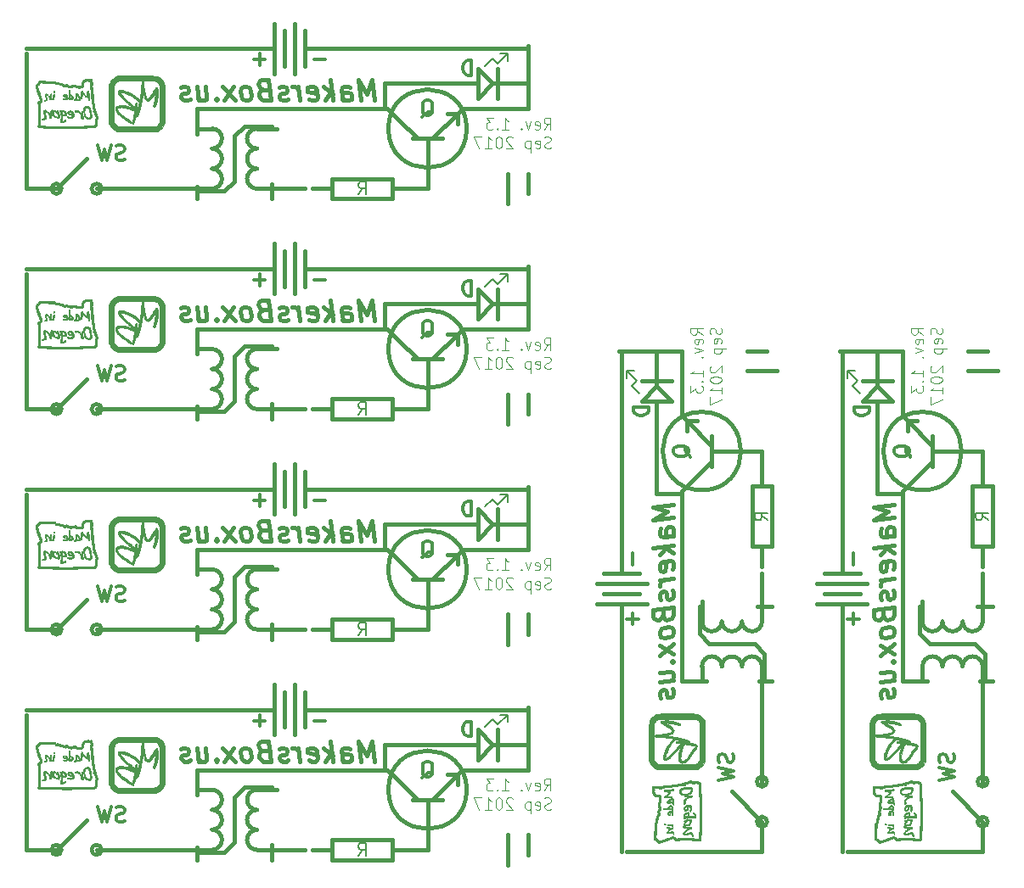
<source format=gbo>
%MOIN*%
%OFA0B0*%
%FSLAX46Y46*%
%IPPOS*%
%LPD*%
%ADD10C,0.005905511811023622*%
%ADD11C,0.015748031496062995*%
%ADD12C,0.0078740157480314977*%
%ADD13C,0.011811023622047244*%
%ADD14C,0.0039370078740157488*%
%ADD15C,0.00010000000000000002*%
%ADD26C,0.005905511811023622*%
%ADD27C,0.015748031496062995*%
%ADD28C,0.0078740157480314977*%
%ADD29C,0.011811023622047244*%
%ADD30C,0.0039370078740157488*%
%ADD31C,0.00010000000000000002*%
%ADD32C,0.005905511811023622*%
%ADD33C,0.015748031496062995*%
%ADD34C,0.0078740157480314977*%
%ADD35C,0.011811023622047244*%
%ADD36C,0.0039370078740157488*%
%ADD37C,0.00010000000000000002*%
%ADD38C,0.005905511811023622*%
%ADD39C,0.015748031496062995*%
%ADD40C,0.0078740157480314977*%
%ADD41C,0.011811023622047244*%
%ADD42C,0.0039370078740157488*%
%ADD43C,0.00010000000000000002*%
%ADD44C,0.005905511811023622*%
%ADD45C,0.015748031496062995*%
%ADD46C,0.0078740157480314977*%
%ADD47C,0.011811023622047244*%
%ADD48C,0.0039370078740157488*%
%ADD49C,0.00010000000000000002*%
%ADD50C,0.005905511811023622*%
%ADD51C,0.015748031496062995*%
%ADD52C,0.0078740157480314977*%
%ADD53C,0.011811023622047244*%
%ADD54C,0.0039370078740157488*%
%ADD55C,0.00010000000000000002*%
G01*
D10*
D11*
X0001042519Y0000075590D02*
X0001160629Y0000075590D01*
X0000924409Y0000321653D02*
X0001032676Y0000321653D01*
X0000885039Y0000282283D02*
X0000924409Y0000321653D01*
X0000885039Y0000105118D02*
X0000885039Y0000282283D01*
X0000845669Y0000065747D02*
X0000885039Y0000105118D01*
X0000747243Y0000065747D02*
X0000845669Y0000065747D01*
X0001839763Y0000488976D02*
X0001475590Y0000488976D01*
X0002036613Y0000134645D02*
X0002036613Y0000055905D01*
X0001957873Y0000134645D02*
X0001957873Y0000016535D01*
X0000343700Y0000075590D02*
X0000737401Y0000075590D01*
X0000068110Y0000075590D02*
X0000186220Y0000075590D01*
X0000068110Y0000607086D02*
X0000068110Y0000075590D01*
X0001268897Y0000075590D02*
X0001190157Y0000075590D01*
X0001583858Y0000075590D02*
X0001505117Y0000075590D01*
X0000796456Y0000075590D02*
X0000737401Y0000075590D01*
X0000973621Y0000075590D02*
X0001032676Y0000075590D01*
X0000973621Y0000311810D02*
X0001052362Y0000311810D01*
X0000796456Y0000311810D02*
X0000737401Y0000311810D01*
X0002036613Y0000488976D02*
X0002036613Y0000479133D01*
X0001898818Y0000488976D02*
X0002036613Y0000488976D01*
X0002036613Y0000390551D02*
X0001869291Y0000390551D01*
X0002036613Y0000626771D02*
X0002036613Y0000390551D01*
X0001032676Y0000036220D02*
X0001032676Y0000095275D01*
X0000737401Y0000085432D02*
X0000737401Y0000036220D01*
X0000737401Y0000390551D02*
X0000766928Y0000390551D01*
X0000737401Y0000292125D02*
X0000737401Y0000390551D01*
X0002036613Y0000626771D02*
X0002036613Y0000636614D01*
X0001160629Y0000626771D02*
X0002036613Y0000626771D01*
X0001042519Y0000725196D02*
X0001042519Y0000528346D01*
X0001081889Y0000695669D02*
X0001081889Y0000557873D01*
X0001160629Y0000695669D02*
X0001160629Y0000557873D01*
X0001121259Y0000725196D02*
X0001121259Y0000528346D01*
D12*
X0001957873Y0000607086D02*
X0001957873Y0000577558D01*
X0001957873Y0000607086D02*
X0001928346Y0000607086D01*
X0001918503Y0000567716D02*
X0001957873Y0000607086D01*
X0001898818Y0000587401D02*
X0001918503Y0000567716D01*
X0001869291Y0000557873D02*
X0001898818Y0000587401D01*
D11*
X0001839763Y0000538188D02*
X0001839763Y0000429921D01*
X0001761023Y0000370866D02*
X0001780708Y0000390551D01*
X0000087795Y0000626771D02*
X0000068110Y0000626771D01*
X0000186220Y0000626771D02*
X0000087795Y0000626771D01*
X0001433642Y0000423828D02*
X0001423800Y0000502568D01*
X0001404583Y0000446325D01*
X0001371306Y0000502568D01*
X0001381149Y0000423828D01*
X0001309907Y0000423828D02*
X0001304752Y0000465073D01*
X0001307564Y0000472572D01*
X0001314594Y0000476321D01*
X0001329593Y0000476321D01*
X0001337560Y0000472572D01*
X0001309439Y0000427577D02*
X0001317407Y0000423828D01*
X0001336154Y0000423828D01*
X0001343185Y0000427577D01*
X0001345997Y0000435076D01*
X0001345059Y0000442575D01*
X0001340372Y0000450074D01*
X0001332405Y0000453824D01*
X0001313657Y0000453824D01*
X0001305689Y0000457573D01*
X0001272412Y0000423828D02*
X0001262570Y0000502568D01*
X0001261164Y0000453824D02*
X0001242416Y0000423828D01*
X0001235854Y0000476321D02*
X0001269600Y0000446325D01*
X0001178205Y0000427577D02*
X0001186173Y0000423828D01*
X0001201171Y0000423828D01*
X0001208201Y0000427577D01*
X0001211014Y0000435076D01*
X0001207264Y0000465073D01*
X0001202577Y0000472572D01*
X0001194609Y0000476321D01*
X0001179611Y0000476321D01*
X0001172581Y0000472572D01*
X0001169769Y0000465073D01*
X0001170706Y0000457573D01*
X0001209139Y0000450074D01*
X0001141179Y0000423828D02*
X0001134617Y0000476321D01*
X0001136492Y0000461323D02*
X0001131805Y0000468822D01*
X0001127586Y0000472572D01*
X0001119619Y0000476321D01*
X0001112120Y0000476321D01*
X0001095715Y0000427577D02*
X0001088685Y0000423828D01*
X0001073687Y0000423828D01*
X0001065719Y0000427577D01*
X0001061032Y0000435076D01*
X0001060564Y0000438826D01*
X0001063376Y0000446325D01*
X0001070406Y0000450074D01*
X0001081655Y0000450074D01*
X0001088685Y0000453824D01*
X0001091497Y0000461323D01*
X0001091029Y0000465073D01*
X0001086342Y0000472572D01*
X0001078374Y0000476321D01*
X0001067125Y0000476321D01*
X0001060095Y0000472572D01*
X0000997290Y0000465073D02*
X0000986510Y0000461323D01*
X0000983230Y0000457573D01*
X0000980417Y0000450074D01*
X0000981823Y0000438826D01*
X0000986510Y0000431327D01*
X0000990729Y0000427577D01*
X0000998696Y0000423828D01*
X0001028693Y0000423828D01*
X0001018850Y0000502568D01*
X0000992603Y0000502568D01*
X0000985573Y0000498818D01*
X0000982292Y0000495069D01*
X0000979480Y0000487570D01*
X0000980417Y0000480071D01*
X0000985104Y0000472572D01*
X0000989323Y0000468822D01*
X0000997290Y0000465073D01*
X0001023537Y0000465073D01*
X0000938704Y0000423828D02*
X0000945734Y0000427577D01*
X0000949015Y0000431327D01*
X0000951827Y0000438826D01*
X0000949015Y0000461323D01*
X0000944328Y0000468822D01*
X0000940110Y0000472572D01*
X0000932142Y0000476321D01*
X0000920894Y0000476321D01*
X0000913863Y0000472572D01*
X0000910582Y0000468822D01*
X0000907770Y0000461323D01*
X0000910582Y0000438826D01*
X0000915269Y0000431327D01*
X0000919487Y0000427577D01*
X0000927455Y0000423828D01*
X0000938704Y0000423828D01*
X0000886210Y0000423828D02*
X0000838404Y0000476321D01*
X0000879649Y0000476321D02*
X0000844966Y0000423828D01*
X0000814032Y0000431327D02*
X0000810751Y0000427577D01*
X0000814969Y0000423828D01*
X0000818250Y0000427577D01*
X0000814032Y0000431327D01*
X0000814969Y0000423828D01*
X0000737167Y0000476321D02*
X0000743728Y0000423828D01*
X0000770912Y0000476321D02*
X0000776068Y0000435076D01*
X0000773256Y0000427577D01*
X0000766225Y0000423828D01*
X0000754977Y0000423828D01*
X0000747009Y0000427577D01*
X0000742791Y0000431327D01*
X0000709514Y0000427577D02*
X0000702483Y0000423828D01*
X0000687485Y0000423828D01*
X0000679517Y0000427577D01*
X0000674831Y0000435076D01*
X0000674362Y0000438826D01*
X0000677174Y0000446325D01*
X0000684204Y0000450074D01*
X0000695453Y0000450074D01*
X0000702483Y0000453824D01*
X0000705296Y0000461323D01*
X0000704827Y0000465073D01*
X0000700140Y0000472572D01*
X0000692172Y0000476321D01*
X0000680924Y0000476321D01*
X0000673893Y0000472572D01*
D13*
X0000453374Y0000189482D02*
X0000444937Y0000186670D01*
X0000430877Y0000186670D01*
X0000425252Y0000189482D01*
X0000422440Y0000192294D01*
X0000419628Y0000197918D01*
X0000419628Y0000203543D01*
X0000422440Y0000209167D01*
X0000425252Y0000211979D01*
X0000430877Y0000214791D01*
X0000442125Y0000217603D01*
X0000447750Y0000220416D01*
X0000450562Y0000223228D01*
X0000453374Y0000228852D01*
X0000453374Y0000234476D01*
X0000450562Y0000240101D01*
X0000447750Y0000242913D01*
X0000442125Y0000245725D01*
X0000428065Y0000245725D01*
X0000419628Y0000242913D01*
X0000399943Y0000245725D02*
X0000385882Y0000186670D01*
X0000374634Y0000228852D01*
X0000363385Y0000186670D01*
X0000349324Y0000245725D01*
X0001815860Y0000521316D02*
X0001815860Y0000580371D01*
X0001801799Y0000580371D01*
X0001793363Y0000577558D01*
X0001787738Y0000571934D01*
X0001784926Y0000566310D01*
X0001782114Y0000555061D01*
X0001782114Y0000546625D01*
X0001784926Y0000535376D01*
X0001787738Y0000529752D01*
X0001793363Y0000524128D01*
X0001801799Y0000521316D01*
X0001815860Y0000521316D01*
D11*
X0001505117Y0000114960D02*
X0001268897Y0000114960D01*
X0001268897Y0000036220D02*
X0001505117Y0000036220D01*
D12*
X0001371165Y0000052437D02*
X0001388226Y0000076809D01*
X0001400412Y0000052437D02*
X0001400412Y0000103618D01*
X0001380914Y0000103618D01*
X0001376040Y0000101181D01*
X0001373603Y0000098743D01*
X0001371165Y0000093869D01*
X0001371165Y0000086557D01*
X0001373603Y0000081683D01*
X0001376040Y0000079246D01*
X0001380914Y0000076809D01*
X0001400412Y0000076809D01*
D13*
X0001620415Y0000358211D02*
X0001626040Y0000361023D01*
X0001631664Y0000366647D01*
X0001640101Y0000375084D01*
X0001645725Y0000377896D01*
X0001651349Y0000377896D01*
X0001648537Y0000363835D02*
X0001654161Y0000366647D01*
X0001659786Y0000372272D01*
X0001662598Y0000383520D01*
X0001662598Y0000403205D01*
X0001659786Y0000414454D01*
X0001654161Y0000420078D01*
X0001648537Y0000422890D01*
X0001637288Y0000422890D01*
X0001631664Y0000420078D01*
X0001626040Y0000414454D01*
X0001623228Y0000403205D01*
X0001623228Y0000383520D01*
X0001626040Y0000372272D01*
X0001631664Y0000366647D01*
X0001637288Y0000363835D01*
X0001648537Y0000363835D01*
D11*
X0001475590Y0000488976D02*
X0001475590Y0000390551D01*
X0001485432Y0000390551D02*
X0001426377Y0000390551D01*
X0001524802Y0000351181D02*
X0001485432Y0000390551D01*
D13*
X0001242182Y0000583183D02*
X0001197187Y0000583183D01*
X0001005961Y0000583183D02*
X0000960967Y0000583183D01*
X0000983464Y0000560686D02*
X0000983464Y0000605680D01*
D11*
X0000186220Y0000626771D02*
X0001032676Y0000626771D01*
X0001918503Y0000429921D02*
X0001918503Y0000548031D01*
X0001898818Y0000488976D02*
X0001839763Y0000548031D01*
X0001839763Y0000429921D02*
X0001898818Y0000488976D01*
X0000363385Y0000075590D02*
G75*
G03X0000363385Y0000075590I-0000019685D01*
G01*
X0000205905Y0000075590D02*
G75*
G03X0000205905Y0000075590I-0000019685D01*
G01*
X0000757086Y0000390551D02*
X0001426377Y0000390551D01*
X0001879133Y0000390551D02*
X0001780708Y0000390551D01*
X0001603543Y0000272440D02*
X0001524802Y0000351181D01*
X0001761023Y0000370866D02*
X0001761023Y0000331495D01*
X0001761023Y0000370866D02*
X0001721653Y0000370866D01*
X0001662598Y0000272440D02*
X0001761023Y0000370866D01*
X0001642913Y0000075590D02*
X0001642913Y0000272440D01*
X0001583858Y0000272440D02*
X0001701968Y0000272440D01*
X0001796658Y0000311810D02*
G75*
G03X0001796658Y0000311810I-0000153745D01*
G01*
X0001564173Y0000075590D02*
X0001642913Y0000075590D01*
X0001505117Y0000036220D02*
X0001505117Y0000114960D01*
X0001268897Y0000114960D02*
X0001268897Y0000036220D01*
X0000934251Y0000114960D02*
G75*
G03X0000973621Y0000075590I0000039370D01*
G01*
X0000973621Y0000154330D02*
G75*
G03X0000934251Y0000114960J-0000039370D01*
G01*
X0000934251Y0000193700D02*
G75*
G03X0000973621Y0000154330I0000039370D01*
G01*
X0000973621Y0000233070D02*
G75*
G03X0000934251Y0000193700J-0000039370D01*
G01*
X0000934251Y0000272440D02*
G75*
G03X0000973621Y0000233070I0000039370D01*
G01*
X0000973621Y0000311810D02*
G75*
G03X0000934251Y0000272440J-0000039370D01*
G01*
X0000835826Y0000272440D02*
G75*
G03X0000796456Y0000311810I-0000039370D01*
G01*
X0000796456Y0000233070D02*
G75*
G03X0000835826Y0000272440J0000039370D01*
G01*
X0000835826Y0000193700D02*
G75*
G03X0000796456Y0000233070I-0000039370D01*
G01*
X0000796456Y0000154330D02*
G75*
G03X0000835826Y0000193700J0000039370D01*
G01*
X0000835826Y0000114960D02*
G75*
G03X0000796456Y0000154330I-0000039370D01*
G01*
X0000796456Y0000075590D02*
G75*
G03X0000835826Y0000114960J0000039370D01*
G01*
X0000186220Y0000075590D02*
X0000304330Y0000193700D01*
D14*
X0002099981Y0000308155D02*
X0002114416Y0000330652D01*
X0002124727Y0000308155D02*
X0002124727Y0000355399D01*
X0002108230Y0000355399D01*
X0002104105Y0000353149D01*
X0002102043Y0000350899D01*
X0002099981Y0000346400D01*
X0002099981Y0000339651D01*
X0002102043Y0000335151D01*
X0002104105Y0000332902D01*
X0002108230Y0000330652D01*
X0002124727Y0000330652D01*
X0002064922Y0000310404D02*
X0002069047Y0000308155D01*
X0002077296Y0000308155D01*
X0002081420Y0000310404D01*
X0002083483Y0000314904D01*
X0002083483Y0000332902D01*
X0002081420Y0000337401D01*
X0002077296Y0000339651D01*
X0002069047Y0000339651D01*
X0002064922Y0000337401D01*
X0002062860Y0000332902D01*
X0002062860Y0000328402D01*
X0002083483Y0000323903D01*
X0002048425Y0000339651D02*
X0002038113Y0000308155D01*
X0002027802Y0000339651D01*
X0002011304Y0000312654D02*
X0002009242Y0000310404D01*
X0002011304Y0000308155D01*
X0002013366Y0000310404D01*
X0002011304Y0000312654D01*
X0002011304Y0000308155D01*
X0001935001Y0000308155D02*
X0001959748Y0000308155D01*
X0001947375Y0000308155D02*
X0001947375Y0000355399D01*
X0001951499Y0000348650D01*
X0001955624Y0000344150D01*
X0001959748Y0000341900D01*
X0001916441Y0000312654D02*
X0001914379Y0000310404D01*
X0001916441Y0000308155D01*
X0001918503Y0000310404D01*
X0001916441Y0000312654D01*
X0001916441Y0000308155D01*
X0001899943Y0000355399D02*
X0001873134Y0000355399D01*
X0001887570Y0000337401D01*
X0001881383Y0000337401D01*
X0001877258Y0000335151D01*
X0001875196Y0000332902D01*
X0001873134Y0000328402D01*
X0001873134Y0000317154D01*
X0001875196Y0000312654D01*
X0001877258Y0000310404D01*
X0001881383Y0000308155D01*
X0001893756Y0000308155D01*
X0001897881Y0000310404D01*
X0001899943Y0000312654D01*
X0002126790Y0000235601D02*
X0002120603Y0000233352D01*
X0002110292Y0000233352D01*
X0002106167Y0000235601D01*
X0002104105Y0000237851D01*
X0002102043Y0000242350D01*
X0002102043Y0000246850D01*
X0002104105Y0000251349D01*
X0002106167Y0000253599D01*
X0002110292Y0000255849D01*
X0002118541Y0000258098D01*
X0002122665Y0000260348D01*
X0002124727Y0000262598D01*
X0002126790Y0000267097D01*
X0002126790Y0000271597D01*
X0002124727Y0000276096D01*
X0002122665Y0000278346D01*
X0002118541Y0000280596D01*
X0002108230Y0000280596D01*
X0002102043Y0000278346D01*
X0002066985Y0000235601D02*
X0002071109Y0000233352D01*
X0002079358Y0000233352D01*
X0002083483Y0000235601D01*
X0002085545Y0000240101D01*
X0002085545Y0000258098D01*
X0002083483Y0000262598D01*
X0002079358Y0000264848D01*
X0002071109Y0000264848D01*
X0002066985Y0000262598D01*
X0002064922Y0000258098D01*
X0002064922Y0000253599D01*
X0002085545Y0000249100D01*
X0002046362Y0000264848D02*
X0002046362Y0000217603D01*
X0002046362Y0000262598D02*
X0002042238Y0000264848D01*
X0002033989Y0000264848D01*
X0002029864Y0000262598D01*
X0002027802Y0000260348D01*
X0002025740Y0000255849D01*
X0002025740Y0000242350D01*
X0002027802Y0000237851D01*
X0002029864Y0000235601D01*
X0002033989Y0000233352D01*
X0002042238Y0000233352D01*
X0002046362Y0000235601D01*
X0001976246Y0000276096D02*
X0001974184Y0000278346D01*
X0001970059Y0000280596D01*
X0001959748Y0000280596D01*
X0001955624Y0000278346D01*
X0001953561Y0000276096D01*
X0001951499Y0000271597D01*
X0001951499Y0000267097D01*
X0001953561Y0000260348D01*
X0001978308Y0000233352D01*
X0001951499Y0000233352D01*
X0001924690Y0000280596D02*
X0001920566Y0000280596D01*
X0001916441Y0000278346D01*
X0001914379Y0000276096D01*
X0001912317Y0000271597D01*
X0001910254Y0000262598D01*
X0001910254Y0000251349D01*
X0001912317Y0000242350D01*
X0001914379Y0000237851D01*
X0001916441Y0000235601D01*
X0001920566Y0000233352D01*
X0001924690Y0000233352D01*
X0001928814Y0000235601D01*
X0001930877Y0000237851D01*
X0001932939Y0000242350D01*
X0001935001Y0000251349D01*
X0001935001Y0000262598D01*
X0001932939Y0000271597D01*
X0001930877Y0000276096D01*
X0001928814Y0000278346D01*
X0001924690Y0000280596D01*
X0001869009Y0000233352D02*
X0001893756Y0000233352D01*
X0001881383Y0000233352D02*
X0001881383Y0000280596D01*
X0001885507Y0000273846D01*
X0001889632Y0000269347D01*
X0001893756Y0000267097D01*
X0001854574Y0000280596D02*
X0001825702Y0000280596D01*
X0001844263Y0000233352D01*
D15*
G36*
X0000103690Y0000479536D02*
X0000103690Y0000478036D01*
X0000103790Y0000477036D01*
X0000103890Y0000476136D01*
X0000104090Y0000475436D01*
X0000104490Y0000474636D01*
X0000104590Y0000474336D01*
X0000105090Y0000473236D01*
X0000105490Y0000472236D01*
X0000105890Y0000471036D01*
X0000106290Y0000469636D01*
X0000106690Y0000467836D01*
X0000107190Y0000465736D01*
X0000107390Y0000465036D01*
X0000107990Y0000462136D01*
X0000108690Y0000459736D01*
X0000109290Y0000457636D01*
X0000110090Y0000455836D01*
X0000110890Y0000454236D01*
X0000110890Y0000479036D01*
X0000110890Y0000479636D01*
X0000110990Y0000480136D01*
X0000111290Y0000480636D01*
X0000111790Y0000481236D01*
X0000112690Y0000481936D01*
X0000113090Y0000482336D01*
X0000114190Y0000483236D01*
X0000115190Y0000484236D01*
X0000115890Y0000485136D01*
X0000116190Y0000485436D01*
X0000116690Y0000486136D01*
X0000117490Y0000487136D01*
X0000118490Y0000488336D01*
X0000119490Y0000489536D01*
X0000119590Y0000489636D01*
X0000120490Y0000490736D01*
X0000121290Y0000491736D01*
X0000121790Y0000492436D01*
X0000122090Y0000492836D01*
X0000122090Y0000492936D01*
X0000122290Y0000493136D01*
X0000122990Y0000493136D01*
X0000123990Y0000493136D01*
X0000125190Y0000492936D01*
X0000126390Y0000492736D01*
X0000126790Y0000492636D01*
X0000127290Y0000492536D01*
X0000127790Y0000492336D01*
X0000128390Y0000492336D01*
X0000129090Y0000492236D01*
X0000130090Y0000492136D01*
X0000131390Y0000492036D01*
X0000132890Y0000492036D01*
X0000134790Y0000491936D01*
X0000137090Y0000491936D01*
X0000139890Y0000491836D01*
X0000143190Y0000491736D01*
X0000145290Y0000491736D01*
X0000148690Y0000491636D01*
X0000152090Y0000491636D01*
X0000155490Y0000491536D01*
X0000158790Y0000491536D01*
X0000161890Y0000491436D01*
X0000164690Y0000491436D01*
X0000167190Y0000491436D01*
X0000169090Y0000491436D01*
X0000169590Y0000491436D01*
X0000177190Y0000491436D01*
X0000179590Y0000489036D01*
X0000181990Y0000486736D01*
X0000183590Y0000486736D01*
X0000184690Y0000486736D01*
X0000186090Y0000486836D01*
X0000187190Y0000487036D01*
X0000188490Y0000487136D01*
X0000189690Y0000487036D01*
X0000190990Y0000486836D01*
X0000192590Y0000486436D01*
X0000194390Y0000485736D01*
X0000196590Y0000484836D01*
X0000197190Y0000484636D01*
X0000198890Y0000483836D01*
X0000200190Y0000483336D01*
X0000201290Y0000483036D01*
X0000202290Y0000482836D01*
X0000203390Y0000482636D01*
X0000204090Y0000482536D01*
X0000205890Y0000482336D01*
X0000207290Y0000482136D01*
X0000208390Y0000481836D01*
X0000209190Y0000481436D01*
X0000209990Y0000480936D01*
X0000210790Y0000480136D01*
X0000210890Y0000480036D01*
X0000211790Y0000479236D01*
X0000212790Y0000478536D01*
X0000213490Y0000478036D01*
X0000213490Y0000478036D01*
X0000214290Y0000477836D01*
X0000215490Y0000477636D01*
X0000216890Y0000477336D01*
X0000218390Y0000477236D01*
X0000219690Y0000477036D01*
X0000220690Y0000477036D01*
X0000221290Y0000477136D01*
X0000221790Y0000477436D01*
X0000222690Y0000477936D01*
X0000223490Y0000478636D01*
X0000224390Y0000479436D01*
X0000224990Y0000479736D01*
X0000225390Y0000479836D01*
X0000225590Y0000479736D01*
X0000225990Y0000479436D01*
X0000226790Y0000478936D01*
X0000227890Y0000478236D01*
X0000229090Y0000477436D01*
X0000229390Y0000477236D01*
X0000232790Y0000475136D01*
X0000235790Y0000475036D01*
X0000237190Y0000474936D01*
X0000238090Y0000474836D01*
X0000238590Y0000474736D01*
X0000238990Y0000474536D01*
X0000239190Y0000474236D01*
X0000239290Y0000474036D01*
X0000240090Y0000473136D01*
X0000241190Y0000472536D01*
X0000242390Y0000472236D01*
X0000242590Y0000472236D01*
X0000243690Y0000472536D01*
X0000244790Y0000473236D01*
X0000245890Y0000474436D01*
X0000246290Y0000474936D01*
X0000246790Y0000475436D01*
X0000247090Y0000475836D01*
X0000247490Y0000476136D01*
X0000247990Y0000476436D01*
X0000248790Y0000476536D01*
X0000249790Y0000476736D01*
X0000251290Y0000476936D01*
X0000253190Y0000477036D01*
X0000253790Y0000477136D01*
X0000258090Y0000477536D01*
X0000259290Y0000476436D01*
X0000260690Y0000475136D01*
X0000262090Y0000474136D01*
X0000263290Y0000473336D01*
X0000263690Y0000473136D01*
X0000264590Y0000472936D01*
X0000265890Y0000472736D01*
X0000267590Y0000472536D01*
X0000269390Y0000472336D01*
X0000271390Y0000472136D01*
X0000273290Y0000472036D01*
X0000275090Y0000472036D01*
X0000275190Y0000472036D01*
X0000277090Y0000472036D01*
X0000278790Y0000472236D01*
X0000280490Y0000472436D01*
X0000282390Y0000472836D01*
X0000284190Y0000473236D01*
X0000285490Y0000473636D01*
X0000286490Y0000474136D01*
X0000287390Y0000474636D01*
X0000288290Y0000475436D01*
X0000289290Y0000476436D01*
X0000289990Y0000477236D01*
X0000290590Y0000478036D01*
X0000290890Y0000478936D01*
X0000291190Y0000480036D01*
X0000291490Y0000481436D01*
X0000291590Y0000483136D01*
X0000291790Y0000485136D01*
X0000292090Y0000488236D01*
X0000292590Y0000490936D01*
X0000293390Y0000493136D01*
X0000294390Y0000494936D01*
X0000294490Y0000495136D01*
X0000295490Y0000496136D01*
X0000296990Y0000497236D01*
X0000297490Y0000497536D01*
X0000298590Y0000498036D01*
X0000299490Y0000498436D01*
X0000300190Y0000498536D01*
X0000301090Y0000498536D01*
X0000301190Y0000498536D01*
X0000302690Y0000498536D01*
X0000304390Y0000498836D01*
X0000305590Y0000499136D01*
X0000307090Y0000499636D01*
X0000308190Y0000499836D01*
X0000308890Y0000499936D01*
X0000309490Y0000499736D01*
X0000310090Y0000499536D01*
X0000310390Y0000499336D01*
X0000311590Y0000498736D01*
X0000313290Y0000498536D01*
X0000315190Y0000498736D01*
X0000315790Y0000498936D01*
X0000316690Y0000499136D01*
X0000317490Y0000499336D01*
X0000317790Y0000499336D01*
X0000317790Y0000499136D01*
X0000317890Y0000498336D01*
X0000317890Y0000497436D01*
X0000317890Y0000497336D01*
X0000317890Y0000496236D01*
X0000317990Y0000495436D01*
X0000318190Y0000494736D01*
X0000318690Y0000494036D01*
X0000319590Y0000492736D01*
X0000319290Y0000488036D01*
X0000319190Y0000486236D01*
X0000318990Y0000484936D01*
X0000318890Y0000483936D01*
X0000318690Y0000483236D01*
X0000318490Y0000482636D01*
X0000318190Y0000482036D01*
X0000317990Y0000481736D01*
X0000317390Y0000480536D01*
X0000317090Y0000479436D01*
X0000317090Y0000478636D01*
X0000316990Y0000477536D01*
X0000316890Y0000476636D01*
X0000316790Y0000476336D01*
X0000316690Y0000475636D01*
X0000316490Y0000474636D01*
X0000316490Y0000473336D01*
X0000316490Y0000472836D01*
X0000316490Y0000471536D01*
X0000316490Y0000470736D01*
X0000316690Y0000470136D01*
X0000316990Y0000469736D01*
X0000317390Y0000469236D01*
X0000317490Y0000469136D01*
X0000318290Y0000468536D01*
X0000319090Y0000468236D01*
X0000319190Y0000468136D01*
X0000319590Y0000468136D01*
X0000319790Y0000467936D01*
X0000319990Y0000467336D01*
X0000320090Y0000466336D01*
X0000320190Y0000465036D01*
X0000320290Y0000463536D01*
X0000320290Y0000462636D01*
X0000320390Y0000460936D01*
X0000320590Y0000458736D01*
X0000320890Y0000455936D01*
X0000321390Y0000452536D01*
X0000322090Y0000448636D01*
X0000322090Y0000448336D01*
X0000322390Y0000446636D01*
X0000322590Y0000445036D01*
X0000322790Y0000443836D01*
X0000322890Y0000442936D01*
X0000322990Y0000442636D01*
X0000322990Y0000442136D01*
X0000322890Y0000441236D01*
X0000322890Y0000440036D01*
X0000322790Y0000438836D01*
X0000322790Y0000437536D01*
X0000322690Y0000436336D01*
X0000322590Y0000435536D01*
X0000322490Y0000435236D01*
X0000322090Y0000434236D01*
X0000321990Y0000433036D01*
X0000322090Y0000431836D01*
X0000322490Y0000430836D01*
X0000323090Y0000430336D01*
X0000323390Y0000429836D01*
X0000323690Y0000428836D01*
X0000324090Y0000427236D01*
X0000324390Y0000425036D01*
X0000324790Y0000422336D01*
X0000325090Y0000419236D01*
X0000325290Y0000416836D01*
X0000325490Y0000414736D01*
X0000325690Y0000412736D01*
X0000325890Y0000411036D01*
X0000326090Y0000409636D01*
X0000326190Y0000408636D01*
X0000326290Y0000408136D01*
X0000326690Y0000407336D01*
X0000327090Y0000406236D01*
X0000327490Y0000405236D01*
X0000327790Y0000404436D01*
X0000328090Y0000403836D01*
X0000328190Y0000403136D01*
X0000328290Y0000402336D01*
X0000328290Y0000401336D01*
X0000328190Y0000400036D01*
X0000328090Y0000398236D01*
X0000328090Y0000397436D01*
X0000327990Y0000395636D01*
X0000327990Y0000394236D01*
X0000328190Y0000393136D01*
X0000328490Y0000392136D01*
X0000328990Y0000391036D01*
X0000329790Y0000389736D01*
X0000330490Y0000388236D01*
X0000330890Y0000387136D01*
X0000331090Y0000386036D01*
X0000330890Y0000384936D01*
X0000330490Y0000383436D01*
X0000330290Y0000383036D01*
X0000329790Y0000381536D01*
X0000329490Y0000380336D01*
X0000329490Y0000379536D01*
X0000329590Y0000378836D01*
X0000329890Y0000378236D01*
X0000329890Y0000378136D01*
X0000330490Y0000377536D01*
X0000331490Y0000376836D01*
X0000332690Y0000376136D01*
X0000333990Y0000375636D01*
X0000334790Y0000375336D01*
X0000335590Y0000375136D01*
X0000335590Y0000371636D01*
X0000335590Y0000368036D01*
X0000336790Y0000365536D01*
X0000338090Y0000362836D01*
X0000339090Y0000360536D01*
X0000339890Y0000358636D01*
X0000340390Y0000357236D01*
X0000340590Y0000356436D01*
X0000340690Y0000355736D01*
X0000340690Y0000355136D01*
X0000340390Y0000354536D01*
X0000339790Y0000353736D01*
X0000339790Y0000353636D01*
X0000338690Y0000352036D01*
X0000337790Y0000350536D01*
X0000337090Y0000348736D01*
X0000336790Y0000347636D01*
X0000336190Y0000345536D01*
X0000337090Y0000341636D01*
X0000337690Y0000339036D01*
X0000337990Y0000336936D01*
X0000338190Y0000335136D01*
X0000338190Y0000333536D01*
X0000337890Y0000332036D01*
X0000337490Y0000330536D01*
X0000337490Y0000330536D01*
X0000336890Y0000328836D01*
X0000336390Y0000327336D01*
X0000335790Y0000326036D01*
X0000335390Y0000325136D01*
X0000334990Y0000324736D01*
X0000334990Y0000324636D01*
X0000334590Y0000324536D01*
X0000333790Y0000324236D01*
X0000333490Y0000324036D01*
X0000332590Y0000323736D01*
X0000331190Y0000323436D01*
X0000329290Y0000323236D01*
X0000326890Y0000323136D01*
X0000323890Y0000323036D01*
X0000320390Y0000322936D01*
X0000316390Y0000322936D01*
X0000315990Y0000322936D01*
X0000313790Y0000322836D01*
X0000311190Y0000322836D01*
X0000308290Y0000322736D01*
X0000305190Y0000322736D01*
X0000302090Y0000322636D01*
X0000299190Y0000322436D01*
X0000298390Y0000322436D01*
X0000289090Y0000322136D01*
X0000280190Y0000321736D01*
X0000271390Y0000321536D01*
X0000262590Y0000321336D01*
X0000253890Y0000321136D01*
X0000245090Y0000321036D01*
X0000236190Y0000320936D01*
X0000226990Y0000320936D01*
X0000217590Y0000320936D01*
X0000207690Y0000320936D01*
X0000197390Y0000321036D01*
X0000192190Y0000321136D01*
X0000184890Y0000321236D01*
X0000178190Y0000321336D01*
X0000171990Y0000321436D01*
X0000166290Y0000321536D01*
X0000160990Y0000321636D01*
X0000156090Y0000321736D01*
X0000151490Y0000321836D01*
X0000147290Y0000321936D01*
X0000143390Y0000322136D01*
X0000139790Y0000322236D01*
X0000136290Y0000322336D01*
X0000132990Y0000322536D01*
X0000131190Y0000322636D01*
X0000128690Y0000322736D01*
X0000126390Y0000322936D01*
X0000124290Y0000323036D01*
X0000122490Y0000323136D01*
X0000121190Y0000323236D01*
X0000120290Y0000323236D01*
X0000119790Y0000323236D01*
X0000119790Y0000323236D01*
X0000119790Y0000323536D01*
X0000119890Y0000324436D01*
X0000119890Y0000325736D01*
X0000119990Y0000327636D01*
X0000120090Y0000329936D01*
X0000120190Y0000332636D01*
X0000120390Y0000335736D01*
X0000120490Y0000339136D01*
X0000120690Y0000342936D01*
X0000120890Y0000346936D01*
X0000120990Y0000351136D01*
X0000121190Y0000355636D01*
X0000121490Y0000360236D01*
X0000121490Y0000360836D01*
X0000121690Y0000366336D01*
X0000121890Y0000371336D01*
X0000122090Y0000375836D01*
X0000122290Y0000379836D01*
X0000122490Y0000383336D01*
X0000122590Y0000386436D01*
X0000122690Y0000389036D01*
X0000122790Y0000391436D01*
X0000122790Y0000393336D01*
X0000122790Y0000395036D01*
X0000122790Y0000396336D01*
X0000122790Y0000397536D01*
X0000122790Y0000398436D01*
X0000122690Y0000399136D01*
X0000122590Y0000399736D01*
X0000122490Y0000400136D01*
X0000122390Y0000400536D01*
X0000122190Y0000400836D01*
X0000121990Y0000401036D01*
X0000121790Y0000401336D01*
X0000121590Y0000401636D01*
X0000121090Y0000402236D01*
X0000120790Y0000402836D01*
X0000120690Y0000403436D01*
X0000120790Y0000404436D01*
X0000120790Y0000404836D01*
X0000120790Y0000406236D01*
X0000120690Y0000407536D01*
X0000120290Y0000409136D01*
X0000120290Y0000409236D01*
X0000119790Y0000410936D01*
X0000119490Y0000412136D01*
X0000119390Y0000413036D01*
X0000119390Y0000413536D01*
X0000119490Y0000413936D01*
X0000119790Y0000414136D01*
X0000119790Y0000414236D01*
X0000120490Y0000414436D01*
X0000121390Y0000414736D01*
X0000121790Y0000414736D01*
X0000122890Y0000415036D01*
X0000123790Y0000415436D01*
X0000124590Y0000416036D01*
X0000125290Y0000416936D01*
X0000126190Y0000418336D01*
X0000126890Y0000419736D01*
X0000128590Y0000423236D01*
X0000128290Y0000426336D01*
X0000128090Y0000427536D01*
X0000127890Y0000428636D01*
X0000127590Y0000429636D01*
X0000127290Y0000430736D01*
X0000126790Y0000432136D01*
X0000125990Y0000433836D01*
X0000125790Y0000434336D01*
X0000124990Y0000436336D01*
X0000124090Y0000438336D01*
X0000123190Y0000440436D01*
X0000122390Y0000442236D01*
X0000121990Y0000442936D01*
X0000121390Y0000444436D01*
X0000120890Y0000445536D01*
X0000120590Y0000446336D01*
X0000120490Y0000446836D01*
X0000120590Y0000447236D01*
X0000120590Y0000447636D01*
X0000120890Y0000448636D01*
X0000120890Y0000449836D01*
X0000120490Y0000451136D01*
X0000119790Y0000452736D01*
X0000118790Y0000454636D01*
X0000118690Y0000454736D01*
X0000117790Y0000456336D01*
X0000116990Y0000457736D01*
X0000116390Y0000458936D01*
X0000115990Y0000460136D01*
X0000115490Y0000461436D01*
X0000115090Y0000463036D01*
X0000114690Y0000464836D01*
X0000114290Y0000466636D01*
X0000113690Y0000469136D01*
X0000113190Y0000471136D01*
X0000112790Y0000472736D01*
X0000112390Y0000474036D01*
X0000111990Y0000475136D01*
X0000111690Y0000476036D01*
X0000111390Y0000476436D01*
X0000111090Y0000477536D01*
X0000110890Y0000478736D01*
X0000110890Y0000479036D01*
X0000110890Y0000454236D01*
X0000110990Y0000454136D01*
X0000111190Y0000453536D01*
X0000111890Y0000452436D01*
X0000112290Y0000451536D01*
X0000112490Y0000451036D01*
X0000112490Y0000450636D01*
X0000112290Y0000450236D01*
X0000112190Y0000449536D01*
X0000112090Y0000448836D01*
X0000112290Y0000447936D01*
X0000112590Y0000446836D01*
X0000113190Y0000445436D01*
X0000113990Y0000443536D01*
X0000114590Y0000442336D01*
X0000115990Y0000439136D01*
X0000117390Y0000436136D01*
X0000118490Y0000433436D01*
X0000119490Y0000431036D01*
X0000120290Y0000429036D01*
X0000120790Y0000427436D01*
X0000121090Y0000426336D01*
X0000121090Y0000426236D01*
X0000121290Y0000425136D01*
X0000121190Y0000424436D01*
X0000120990Y0000423636D01*
X0000120690Y0000423136D01*
X0000120290Y0000422336D01*
X0000119790Y0000421836D01*
X0000119190Y0000421536D01*
X0000118290Y0000421336D01*
X0000117790Y0000421236D01*
X0000117190Y0000421136D01*
X0000116490Y0000420736D01*
X0000115790Y0000420136D01*
X0000114690Y0000419136D01*
X0000114390Y0000418736D01*
X0000113390Y0000417736D01*
X0000112690Y0000417036D01*
X0000112290Y0000416536D01*
X0000112090Y0000416036D01*
X0000112090Y0000415436D01*
X0000112090Y0000415036D01*
X0000112190Y0000412936D01*
X0000112690Y0000410536D01*
X0000113290Y0000408036D01*
X0000113590Y0000406936D01*
X0000113690Y0000406036D01*
X0000113690Y0000405136D01*
X0000113590Y0000403936D01*
X0000113490Y0000403736D01*
X0000113390Y0000402436D01*
X0000113390Y0000401336D01*
X0000113690Y0000400436D01*
X0000114390Y0000399336D01*
X0000115090Y0000398436D01*
X0000115990Y0000397336D01*
X0000114290Y0000358736D01*
X0000114090Y0000354036D01*
X0000113890Y0000349436D01*
X0000113690Y0000345036D01*
X0000113490Y0000340836D01*
X0000113390Y0000336936D01*
X0000113190Y0000333336D01*
X0000113090Y0000330036D01*
X0000112990Y0000327136D01*
X0000112890Y0000324636D01*
X0000112790Y0000322536D01*
X0000112790Y0000320936D01*
X0000112790Y0000319836D01*
X0000112790Y0000319236D01*
X0000112790Y0000319236D01*
X0000113190Y0000318236D01*
X0000113990Y0000317336D01*
X0000114890Y0000316736D01*
X0000115090Y0000316636D01*
X0000115590Y0000316536D01*
X0000116690Y0000316436D01*
X0000118190Y0000316336D01*
X0000120090Y0000316136D01*
X0000122390Y0000316036D01*
X0000124890Y0000315836D01*
X0000127790Y0000315736D01*
X0000130790Y0000315536D01*
X0000133990Y0000315436D01*
X0000137190Y0000315236D01*
X0000140490Y0000315136D01*
X0000143690Y0000315036D01*
X0000146890Y0000314936D01*
X0000149890Y0000314836D01*
X0000152690Y0000314736D01*
X0000154390Y0000314636D01*
X0000156790Y0000314636D01*
X0000159690Y0000314536D01*
X0000162990Y0000314536D01*
X0000166590Y0000314436D01*
X0000170590Y0000314336D01*
X0000174790Y0000314336D01*
X0000179090Y0000314236D01*
X0000183590Y0000314236D01*
X0000187990Y0000314136D01*
X0000192290Y0000314036D01*
X0000193990Y0000314036D01*
X0000197990Y0000314036D01*
X0000201990Y0000313936D01*
X0000205890Y0000313936D01*
X0000209690Y0000313836D01*
X0000213190Y0000313836D01*
X0000216490Y0000313836D01*
X0000219390Y0000313736D01*
X0000221890Y0000313736D01*
X0000223990Y0000313736D01*
X0000225590Y0000313736D01*
X0000226490Y0000313736D01*
X0000227890Y0000313736D01*
X0000229890Y0000313736D01*
X0000232290Y0000313736D01*
X0000235090Y0000313736D01*
X0000238090Y0000313736D01*
X0000241290Y0000313836D01*
X0000244590Y0000313836D01*
X0000247890Y0000313936D01*
X0000249290Y0000313936D01*
X0000255390Y0000314036D01*
X0000261290Y0000314236D01*
X0000267090Y0000314336D01*
X0000272590Y0000314536D01*
X0000277790Y0000314636D01*
X0000282690Y0000314836D01*
X0000287190Y0000314936D01*
X0000291190Y0000315036D01*
X0000294590Y0000315236D01*
X0000295290Y0000315236D01*
X0000297490Y0000315336D01*
X0000300090Y0000315436D01*
X0000302890Y0000315436D01*
X0000305690Y0000315536D01*
X0000308390Y0000315536D01*
X0000309390Y0000315536D01*
X0000311990Y0000315536D01*
X0000314890Y0000315636D01*
X0000318090Y0000315636D01*
X0000321190Y0000315836D01*
X0000324190Y0000315936D01*
X0000325690Y0000315936D01*
X0000334190Y0000316436D01*
X0000336990Y0000317736D01*
X0000338290Y0000318436D01*
X0000339290Y0000318936D01*
X0000339990Y0000319436D01*
X0000340190Y0000319636D01*
X0000340790Y0000320436D01*
X0000341390Y0000321636D01*
X0000342190Y0000323236D01*
X0000342890Y0000324936D01*
X0000343590Y0000326636D01*
X0000344190Y0000328136D01*
X0000344690Y0000329736D01*
X0000344990Y0000331036D01*
X0000345190Y0000332036D01*
X0000345290Y0000333236D01*
X0000345290Y0000334036D01*
X0000345090Y0000336936D01*
X0000344590Y0000340236D01*
X0000343990Y0000343136D01*
X0000343690Y0000344536D01*
X0000343690Y0000345636D01*
X0000343990Y0000346836D01*
X0000344590Y0000348136D01*
X0000345490Y0000349636D01*
X0000346090Y0000350336D01*
X0000346990Y0000351736D01*
X0000347590Y0000352736D01*
X0000347890Y0000353736D01*
X0000347990Y0000354736D01*
X0000347890Y0000356036D01*
X0000347590Y0000357536D01*
X0000347290Y0000358736D01*
X0000346790Y0000360336D01*
X0000346090Y0000362136D01*
X0000345290Y0000364236D01*
X0000344290Y0000366236D01*
X0000343490Y0000367936D01*
X0000343190Y0000368636D01*
X0000342890Y0000369236D01*
X0000342790Y0000369936D01*
X0000342690Y0000370736D01*
X0000342690Y0000371936D01*
X0000342690Y0000373536D01*
X0000342690Y0000373736D01*
X0000342590Y0000375636D01*
X0000342490Y0000377236D01*
X0000342290Y0000378336D01*
X0000341790Y0000379236D01*
X0000341090Y0000380036D01*
X0000339990Y0000380736D01*
X0000338490Y0000381536D01*
X0000337690Y0000381936D01*
X0000337690Y0000382236D01*
X0000337790Y0000382936D01*
X0000337990Y0000383936D01*
X0000338090Y0000384236D01*
X0000338290Y0000386036D01*
X0000338290Y0000387236D01*
X0000338290Y0000387536D01*
X0000337790Y0000389236D01*
X0000336990Y0000391036D01*
X0000336090Y0000392836D01*
X0000335790Y0000393336D01*
X0000335490Y0000393836D01*
X0000335290Y0000394336D01*
X0000335090Y0000394936D01*
X0000335090Y0000395636D01*
X0000335090Y0000396536D01*
X0000335090Y0000397736D01*
X0000335290Y0000399436D01*
X0000335490Y0000401536D01*
X0000335490Y0000401636D01*
X0000335490Y0000402636D01*
X0000335490Y0000403636D01*
X0000335190Y0000404736D01*
X0000334890Y0000405836D01*
X0000334390Y0000407136D01*
X0000333990Y0000408336D01*
X0000333590Y0000409236D01*
X0000333490Y0000409436D01*
X0000333290Y0000409936D01*
X0000333090Y0000410736D01*
X0000332990Y0000411836D01*
X0000332790Y0000413336D01*
X0000332590Y0000415336D01*
X0000332390Y0000417736D01*
X0000332090Y0000420436D01*
X0000331790Y0000423036D01*
X0000331490Y0000425536D01*
X0000331090Y0000427936D01*
X0000330790Y0000430036D01*
X0000330490Y0000431736D01*
X0000330090Y0000432936D01*
X0000329990Y0000433336D01*
X0000329990Y0000434036D01*
X0000330090Y0000434736D01*
X0000330190Y0000435736D01*
X0000329990Y0000437136D01*
X0000329990Y0000437136D01*
X0000329790Y0000438436D01*
X0000329890Y0000439836D01*
X0000329990Y0000440536D01*
X0000330090Y0000441436D01*
X0000330190Y0000442236D01*
X0000330090Y0000443136D01*
X0000329990Y0000444236D01*
X0000329690Y0000445836D01*
X0000329590Y0000446436D01*
X0000328890Y0000450136D01*
X0000328390Y0000453536D01*
X0000327990Y0000456736D01*
X0000327690Y0000459936D01*
X0000327390Y0000463436D01*
X0000327190Y0000466436D01*
X0000327090Y0000469036D01*
X0000326890Y0000471036D01*
X0000326790Y0000472636D01*
X0000326590Y0000473836D01*
X0000326490Y0000474736D01*
X0000326190Y0000475436D01*
X0000325890Y0000475936D01*
X0000325490Y0000476236D01*
X0000325190Y0000476536D01*
X0000324690Y0000476936D01*
X0000324490Y0000477436D01*
X0000324590Y0000478136D01*
X0000324890Y0000479136D01*
X0000325290Y0000480136D01*
X0000325290Y0000480136D01*
X0000325590Y0000480636D01*
X0000325690Y0000481036D01*
X0000325890Y0000481536D01*
X0000325990Y0000482236D01*
X0000326090Y0000483136D01*
X0000326190Y0000484336D01*
X0000326290Y0000486036D01*
X0000326490Y0000488136D01*
X0000326490Y0000489236D01*
X0000326890Y0000495236D01*
X0000325890Y0000496436D01*
X0000324890Y0000497636D01*
X0000325190Y0000500636D01*
X0000325290Y0000502536D01*
X0000325290Y0000503936D01*
X0000325190Y0000504936D01*
X0000324790Y0000505736D01*
X0000324290Y0000506336D01*
X0000324190Y0000506436D01*
X0000323590Y0000506936D01*
X0000322890Y0000507136D01*
X0000321990Y0000507236D01*
X0000320890Y0000507236D01*
X0000319390Y0000506936D01*
X0000317390Y0000506536D01*
X0000317190Y0000506436D01*
X0000313590Y0000505636D01*
X0000312190Y0000506436D01*
X0000311190Y0000506936D01*
X0000310290Y0000507236D01*
X0000309190Y0000507236D01*
X0000307990Y0000507036D01*
X0000306290Y0000506736D01*
X0000305090Y0000506436D01*
X0000303690Y0000506036D01*
X0000302590Y0000505736D01*
X0000301890Y0000505636D01*
X0000301190Y0000505736D01*
X0000300690Y0000505836D01*
X0000299890Y0000505936D01*
X0000299190Y0000505936D01*
X0000298390Y0000505836D01*
X0000297390Y0000505436D01*
X0000296190Y0000504836D01*
X0000294890Y0000504136D01*
X0000293290Y0000503236D01*
X0000292090Y0000502536D01*
X0000291190Y0000501836D01*
X0000290490Y0000501236D01*
X0000289790Y0000500536D01*
X0000289090Y0000499636D01*
X0000288290Y0000498736D01*
X0000287690Y0000497836D01*
X0000287290Y0000497036D01*
X0000286890Y0000496036D01*
X0000286390Y0000494736D01*
X0000285890Y0000493036D01*
X0000285790Y0000492636D01*
X0000285290Y0000490736D01*
X0000284990Y0000489136D01*
X0000284790Y0000487636D01*
X0000284590Y0000485936D01*
X0000284590Y0000485336D01*
X0000284490Y0000483536D01*
X0000284390Y0000482236D01*
X0000284090Y0000481336D01*
X0000283590Y0000480736D01*
X0000282790Y0000480236D01*
X0000281590Y0000479936D01*
X0000280490Y0000479636D01*
X0000278090Y0000479236D01*
X0000275290Y0000479036D01*
X0000272190Y0000479136D01*
X0000269290Y0000479436D01*
X0000266190Y0000479736D01*
X0000263590Y0000482036D01*
X0000262590Y0000483036D01*
X0000261590Y0000483736D01*
X0000260790Y0000484336D01*
X0000260390Y0000484536D01*
X0000259790Y0000484536D01*
X0000258790Y0000484536D01*
X0000257290Y0000484536D01*
X0000255590Y0000484336D01*
X0000253590Y0000484236D01*
X0000251590Y0000484036D01*
X0000249590Y0000483836D01*
X0000247890Y0000483636D01*
X0000246190Y0000483336D01*
X0000244990Y0000483136D01*
X0000244190Y0000482736D01*
X0000243690Y0000482536D01*
X0000243290Y0000482236D01*
X0000242890Y0000482036D01*
X0000242290Y0000481936D01*
X0000241490Y0000481936D01*
X0000240390Y0000481936D01*
X0000238890Y0000481936D01*
X0000234890Y0000482036D01*
X0000230790Y0000484736D01*
X0000229290Y0000485736D01*
X0000227990Y0000486536D01*
X0000226890Y0000487236D01*
X0000226090Y0000487636D01*
X0000225790Y0000487836D01*
X0000224690Y0000488136D01*
X0000223690Y0000487936D01*
X0000222490Y0000487336D01*
X0000221090Y0000486136D01*
X0000220990Y0000486036D01*
X0000220090Y0000485236D01*
X0000219390Y0000484736D01*
X0000218790Y0000484436D01*
X0000218190Y0000484336D01*
X0000217990Y0000484336D01*
X0000217290Y0000484436D01*
X0000216790Y0000484536D01*
X0000216090Y0000485036D01*
X0000215290Y0000485736D01*
X0000214890Y0000486136D01*
X0000213690Y0000487136D01*
X0000212390Y0000487936D01*
X0000210890Y0000488536D01*
X0000209190Y0000488936D01*
X0000206990Y0000489336D01*
X0000205890Y0000489436D01*
X0000204390Y0000489636D01*
X0000203190Y0000489936D01*
X0000201990Y0000490336D01*
X0000200590Y0000490836D01*
X0000199390Y0000491336D01*
X0000197690Y0000492036D01*
X0000195790Y0000492736D01*
X0000193990Y0000493336D01*
X0000192890Y0000493636D01*
X0000191390Y0000493936D01*
X0000190290Y0000494236D01*
X0000189390Y0000494236D01*
X0000188490Y0000494236D01*
X0000187290Y0000494136D01*
X0000184890Y0000493836D01*
X0000182590Y0000495936D01*
X0000181190Y0000497236D01*
X0000180090Y0000498036D01*
X0000179390Y0000498236D01*
X0000178890Y0000498336D01*
X0000177790Y0000498336D01*
X0000176390Y0000498436D01*
X0000174590Y0000498436D01*
X0000172590Y0000498436D01*
X0000170390Y0000498436D01*
X0000170290Y0000498436D01*
X0000166990Y0000498436D01*
X0000163490Y0000498536D01*
X0000159890Y0000498536D01*
X0000156290Y0000498536D01*
X0000152690Y0000498636D01*
X0000149190Y0000498736D01*
X0000145890Y0000498736D01*
X0000142690Y0000498836D01*
X0000139690Y0000498936D01*
X0000136990Y0000499036D01*
X0000134690Y0000499136D01*
X0000132690Y0000499236D01*
X0000131190Y0000499336D01*
X0000130190Y0000499436D01*
X0000129690Y0000499536D01*
X0000128990Y0000499636D01*
X0000127690Y0000499836D01*
X0000126190Y0000500036D01*
X0000124590Y0000500136D01*
X0000123790Y0000500236D01*
X0000121990Y0000500336D01*
X0000120690Y0000500436D01*
X0000119790Y0000500436D01*
X0000119090Y0000500436D01*
X0000118590Y0000500336D01*
X0000118190Y0000500136D01*
X0000118090Y0000500036D01*
X0000117090Y0000499236D01*
X0000116190Y0000497936D01*
X0000115790Y0000496536D01*
X0000115490Y0000495936D01*
X0000114890Y0000495036D01*
X0000114090Y0000494136D01*
X0000113890Y0000493836D01*
X0000112890Y0000492636D01*
X0000111990Y0000491536D01*
X0000111190Y0000490636D01*
X0000111090Y0000490436D01*
X0000110490Y0000489736D01*
X0000109490Y0000488736D01*
X0000108390Y0000487636D01*
X0000107290Y0000486536D01*
X0000106190Y0000485536D01*
X0000105190Y0000484636D01*
X0000104490Y0000483936D01*
X0000104090Y0000483436D01*
X0000104090Y0000483436D01*
X0000103890Y0000482736D01*
X0000103690Y0000481536D01*
X0000103690Y0000479936D01*
X0000103690Y0000479536D01*
X0000103690Y0000479536D01*
X0000103690Y0000479536D01*
G37*
X0000103690Y0000479536D02*
X0000103690Y0000478036D01*
X0000103790Y0000477036D01*
X0000103890Y0000476136D01*
X0000104090Y0000475436D01*
X0000104490Y0000474636D01*
X0000104590Y0000474336D01*
X0000105090Y0000473236D01*
X0000105490Y0000472236D01*
X0000105890Y0000471036D01*
X0000106290Y0000469636D01*
X0000106690Y0000467836D01*
X0000107190Y0000465736D01*
X0000107390Y0000465036D01*
X0000107990Y0000462136D01*
X0000108690Y0000459736D01*
X0000109290Y0000457636D01*
X0000110090Y0000455836D01*
X0000110890Y0000454236D01*
X0000110890Y0000479036D01*
X0000110890Y0000479636D01*
X0000110990Y0000480136D01*
X0000111290Y0000480636D01*
X0000111790Y0000481236D01*
X0000112690Y0000481936D01*
X0000113090Y0000482336D01*
X0000114190Y0000483236D01*
X0000115190Y0000484236D01*
X0000115890Y0000485136D01*
X0000116190Y0000485436D01*
X0000116690Y0000486136D01*
X0000117490Y0000487136D01*
X0000118490Y0000488336D01*
X0000119490Y0000489536D01*
X0000119590Y0000489636D01*
X0000120490Y0000490736D01*
X0000121290Y0000491736D01*
X0000121790Y0000492436D01*
X0000122090Y0000492836D01*
X0000122090Y0000492936D01*
X0000122290Y0000493136D01*
X0000122990Y0000493136D01*
X0000123990Y0000493136D01*
X0000125190Y0000492936D01*
X0000126390Y0000492736D01*
X0000126790Y0000492636D01*
X0000127290Y0000492536D01*
X0000127790Y0000492336D01*
X0000128390Y0000492336D01*
X0000129090Y0000492236D01*
X0000130090Y0000492136D01*
X0000131390Y0000492036D01*
X0000132890Y0000492036D01*
X0000134790Y0000491936D01*
X0000137090Y0000491936D01*
X0000139890Y0000491836D01*
X0000143190Y0000491736D01*
X0000145290Y0000491736D01*
X0000148690Y0000491636D01*
X0000152090Y0000491636D01*
X0000155490Y0000491536D01*
X0000158790Y0000491536D01*
X0000161890Y0000491436D01*
X0000164690Y0000491436D01*
X0000167190Y0000491436D01*
X0000169090Y0000491436D01*
X0000169590Y0000491436D01*
X0000177190Y0000491436D01*
X0000179590Y0000489036D01*
X0000181990Y0000486736D01*
X0000183590Y0000486736D01*
X0000184690Y0000486736D01*
X0000186090Y0000486836D01*
X0000187190Y0000487036D01*
X0000188490Y0000487136D01*
X0000189690Y0000487036D01*
X0000190990Y0000486836D01*
X0000192590Y0000486436D01*
X0000194390Y0000485736D01*
X0000196590Y0000484836D01*
X0000197190Y0000484636D01*
X0000198890Y0000483836D01*
X0000200190Y0000483336D01*
X0000201290Y0000483036D01*
X0000202290Y0000482836D01*
X0000203390Y0000482636D01*
X0000204090Y0000482536D01*
X0000205890Y0000482336D01*
X0000207290Y0000482136D01*
X0000208390Y0000481836D01*
X0000209190Y0000481436D01*
X0000209990Y0000480936D01*
X0000210790Y0000480136D01*
X0000210890Y0000480036D01*
X0000211790Y0000479236D01*
X0000212790Y0000478536D01*
X0000213490Y0000478036D01*
X0000213490Y0000478036D01*
X0000214290Y0000477836D01*
X0000215490Y0000477636D01*
X0000216890Y0000477336D01*
X0000218390Y0000477236D01*
X0000219690Y0000477036D01*
X0000220690Y0000477036D01*
X0000221290Y0000477136D01*
X0000221790Y0000477436D01*
X0000222690Y0000477936D01*
X0000223490Y0000478636D01*
X0000224390Y0000479436D01*
X0000224990Y0000479736D01*
X0000225390Y0000479836D01*
X0000225590Y0000479736D01*
X0000225990Y0000479436D01*
X0000226790Y0000478936D01*
X0000227890Y0000478236D01*
X0000229090Y0000477436D01*
X0000229390Y0000477236D01*
X0000232790Y0000475136D01*
X0000235790Y0000475036D01*
X0000237190Y0000474936D01*
X0000238090Y0000474836D01*
X0000238590Y0000474736D01*
X0000238990Y0000474536D01*
X0000239190Y0000474236D01*
X0000239290Y0000474036D01*
X0000240090Y0000473136D01*
X0000241190Y0000472536D01*
X0000242390Y0000472236D01*
X0000242590Y0000472236D01*
X0000243690Y0000472536D01*
X0000244790Y0000473236D01*
X0000245890Y0000474436D01*
X0000246290Y0000474936D01*
X0000246790Y0000475436D01*
X0000247090Y0000475836D01*
X0000247490Y0000476136D01*
X0000247990Y0000476436D01*
X0000248790Y0000476536D01*
X0000249790Y0000476736D01*
X0000251290Y0000476936D01*
X0000253190Y0000477036D01*
X0000253790Y0000477136D01*
X0000258090Y0000477536D01*
X0000259290Y0000476436D01*
X0000260690Y0000475136D01*
X0000262090Y0000474136D01*
X0000263290Y0000473336D01*
X0000263690Y0000473136D01*
X0000264590Y0000472936D01*
X0000265890Y0000472736D01*
X0000267590Y0000472536D01*
X0000269390Y0000472336D01*
X0000271390Y0000472136D01*
X0000273290Y0000472036D01*
X0000275090Y0000472036D01*
X0000275190Y0000472036D01*
X0000277090Y0000472036D01*
X0000278790Y0000472236D01*
X0000280490Y0000472436D01*
X0000282390Y0000472836D01*
X0000284190Y0000473236D01*
X0000285490Y0000473636D01*
X0000286490Y0000474136D01*
X0000287390Y0000474636D01*
X0000288290Y0000475436D01*
X0000289290Y0000476436D01*
X0000289990Y0000477236D01*
X0000290590Y0000478036D01*
X0000290890Y0000478936D01*
X0000291190Y0000480036D01*
X0000291490Y0000481436D01*
X0000291590Y0000483136D01*
X0000291790Y0000485136D01*
X0000292090Y0000488236D01*
X0000292590Y0000490936D01*
X0000293390Y0000493136D01*
X0000294390Y0000494936D01*
X0000294490Y0000495136D01*
X0000295490Y0000496136D01*
X0000296990Y0000497236D01*
X0000297490Y0000497536D01*
X0000298590Y0000498036D01*
X0000299490Y0000498436D01*
X0000300190Y0000498536D01*
X0000301090Y0000498536D01*
X0000301190Y0000498536D01*
X0000302690Y0000498536D01*
X0000304390Y0000498836D01*
X0000305590Y0000499136D01*
X0000307090Y0000499636D01*
X0000308190Y0000499836D01*
X0000308890Y0000499936D01*
X0000309490Y0000499736D01*
X0000310090Y0000499536D01*
X0000310390Y0000499336D01*
X0000311590Y0000498736D01*
X0000313290Y0000498536D01*
X0000315190Y0000498736D01*
X0000315790Y0000498936D01*
X0000316690Y0000499136D01*
X0000317490Y0000499336D01*
X0000317790Y0000499336D01*
X0000317790Y0000499136D01*
X0000317890Y0000498336D01*
X0000317890Y0000497436D01*
X0000317890Y0000497336D01*
X0000317890Y0000496236D01*
X0000317990Y0000495436D01*
X0000318190Y0000494736D01*
X0000318690Y0000494036D01*
X0000319590Y0000492736D01*
X0000319290Y0000488036D01*
X0000319190Y0000486236D01*
X0000318990Y0000484936D01*
X0000318890Y0000483936D01*
X0000318690Y0000483236D01*
X0000318490Y0000482636D01*
X0000318190Y0000482036D01*
X0000317990Y0000481736D01*
X0000317390Y0000480536D01*
X0000317090Y0000479436D01*
X0000317090Y0000478636D01*
X0000316990Y0000477536D01*
X0000316890Y0000476636D01*
X0000316790Y0000476336D01*
X0000316690Y0000475636D01*
X0000316490Y0000474636D01*
X0000316490Y0000473336D01*
X0000316490Y0000472836D01*
X0000316490Y0000471536D01*
X0000316490Y0000470736D01*
X0000316690Y0000470136D01*
X0000316990Y0000469736D01*
X0000317390Y0000469236D01*
X0000317490Y0000469136D01*
X0000318290Y0000468536D01*
X0000319090Y0000468236D01*
X0000319190Y0000468136D01*
X0000319590Y0000468136D01*
X0000319790Y0000467936D01*
X0000319990Y0000467336D01*
X0000320090Y0000466336D01*
X0000320190Y0000465036D01*
X0000320290Y0000463536D01*
X0000320290Y0000462636D01*
X0000320390Y0000460936D01*
X0000320590Y0000458736D01*
X0000320890Y0000455936D01*
X0000321390Y0000452536D01*
X0000322090Y0000448636D01*
X0000322090Y0000448336D01*
X0000322390Y0000446636D01*
X0000322590Y0000445036D01*
X0000322790Y0000443836D01*
X0000322890Y0000442936D01*
X0000322990Y0000442636D01*
X0000322990Y0000442136D01*
X0000322890Y0000441236D01*
X0000322890Y0000440036D01*
X0000322790Y0000438836D01*
X0000322790Y0000437536D01*
X0000322690Y0000436336D01*
X0000322590Y0000435536D01*
X0000322490Y0000435236D01*
X0000322090Y0000434236D01*
X0000321990Y0000433036D01*
X0000322090Y0000431836D01*
X0000322490Y0000430836D01*
X0000323090Y0000430336D01*
X0000323390Y0000429836D01*
X0000323690Y0000428836D01*
X0000324090Y0000427236D01*
X0000324390Y0000425036D01*
X0000324790Y0000422336D01*
X0000325090Y0000419236D01*
X0000325290Y0000416836D01*
X0000325490Y0000414736D01*
X0000325690Y0000412736D01*
X0000325890Y0000411036D01*
X0000326090Y0000409636D01*
X0000326190Y0000408636D01*
X0000326290Y0000408136D01*
X0000326690Y0000407336D01*
X0000327090Y0000406236D01*
X0000327490Y0000405236D01*
X0000327790Y0000404436D01*
X0000328090Y0000403836D01*
X0000328190Y0000403136D01*
X0000328290Y0000402336D01*
X0000328290Y0000401336D01*
X0000328190Y0000400036D01*
X0000328090Y0000398236D01*
X0000328090Y0000397436D01*
X0000327990Y0000395636D01*
X0000327990Y0000394236D01*
X0000328190Y0000393136D01*
X0000328490Y0000392136D01*
X0000328990Y0000391036D01*
X0000329790Y0000389736D01*
X0000330490Y0000388236D01*
X0000330890Y0000387136D01*
X0000331090Y0000386036D01*
X0000330890Y0000384936D01*
X0000330490Y0000383436D01*
X0000330290Y0000383036D01*
X0000329790Y0000381536D01*
X0000329490Y0000380336D01*
X0000329490Y0000379536D01*
X0000329590Y0000378836D01*
X0000329890Y0000378236D01*
X0000329890Y0000378136D01*
X0000330490Y0000377536D01*
X0000331490Y0000376836D01*
X0000332690Y0000376136D01*
X0000333990Y0000375636D01*
X0000334790Y0000375336D01*
X0000335590Y0000375136D01*
X0000335590Y0000371636D01*
X0000335590Y0000368036D01*
X0000336790Y0000365536D01*
X0000338090Y0000362836D01*
X0000339090Y0000360536D01*
X0000339890Y0000358636D01*
X0000340390Y0000357236D01*
X0000340590Y0000356436D01*
X0000340690Y0000355736D01*
X0000340690Y0000355136D01*
X0000340390Y0000354536D01*
X0000339790Y0000353736D01*
X0000339790Y0000353636D01*
X0000338690Y0000352036D01*
X0000337790Y0000350536D01*
X0000337090Y0000348736D01*
X0000336790Y0000347636D01*
X0000336190Y0000345536D01*
X0000337090Y0000341636D01*
X0000337690Y0000339036D01*
X0000337990Y0000336936D01*
X0000338190Y0000335136D01*
X0000338190Y0000333536D01*
X0000337890Y0000332036D01*
X0000337490Y0000330536D01*
X0000337490Y0000330536D01*
X0000336890Y0000328836D01*
X0000336390Y0000327336D01*
X0000335790Y0000326036D01*
X0000335390Y0000325136D01*
X0000334990Y0000324736D01*
X0000334990Y0000324636D01*
X0000334590Y0000324536D01*
X0000333790Y0000324236D01*
X0000333490Y0000324036D01*
X0000332590Y0000323736D01*
X0000331190Y0000323436D01*
X0000329290Y0000323236D01*
X0000326890Y0000323136D01*
X0000323890Y0000323036D01*
X0000320390Y0000322936D01*
X0000316390Y0000322936D01*
X0000315990Y0000322936D01*
X0000313790Y0000322836D01*
X0000311190Y0000322836D01*
X0000308290Y0000322736D01*
X0000305190Y0000322736D01*
X0000302090Y0000322636D01*
X0000299190Y0000322436D01*
X0000298390Y0000322436D01*
X0000289090Y0000322136D01*
X0000280190Y0000321736D01*
X0000271390Y0000321536D01*
X0000262590Y0000321336D01*
X0000253890Y0000321136D01*
X0000245090Y0000321036D01*
X0000236190Y0000320936D01*
X0000226990Y0000320936D01*
X0000217590Y0000320936D01*
X0000207690Y0000320936D01*
X0000197390Y0000321036D01*
X0000192190Y0000321136D01*
X0000184890Y0000321236D01*
X0000178190Y0000321336D01*
X0000171990Y0000321436D01*
X0000166290Y0000321536D01*
X0000160990Y0000321636D01*
X0000156090Y0000321736D01*
X0000151490Y0000321836D01*
X0000147290Y0000321936D01*
X0000143390Y0000322136D01*
X0000139790Y0000322236D01*
X0000136290Y0000322336D01*
X0000132990Y0000322536D01*
X0000131190Y0000322636D01*
X0000128690Y0000322736D01*
X0000126390Y0000322936D01*
X0000124290Y0000323036D01*
X0000122490Y0000323136D01*
X0000121190Y0000323236D01*
X0000120290Y0000323236D01*
X0000119790Y0000323236D01*
X0000119790Y0000323236D01*
X0000119790Y0000323536D01*
X0000119890Y0000324436D01*
X0000119890Y0000325736D01*
X0000119990Y0000327636D01*
X0000120090Y0000329936D01*
X0000120190Y0000332636D01*
X0000120390Y0000335736D01*
X0000120490Y0000339136D01*
X0000120690Y0000342936D01*
X0000120890Y0000346936D01*
X0000120990Y0000351136D01*
X0000121190Y0000355636D01*
X0000121490Y0000360236D01*
X0000121490Y0000360836D01*
X0000121690Y0000366336D01*
X0000121890Y0000371336D01*
X0000122090Y0000375836D01*
X0000122290Y0000379836D01*
X0000122490Y0000383336D01*
X0000122590Y0000386436D01*
X0000122690Y0000389036D01*
X0000122790Y0000391436D01*
X0000122790Y0000393336D01*
X0000122790Y0000395036D01*
X0000122790Y0000396336D01*
X0000122790Y0000397536D01*
X0000122790Y0000398436D01*
X0000122690Y0000399136D01*
X0000122590Y0000399736D01*
X0000122490Y0000400136D01*
X0000122390Y0000400536D01*
X0000122190Y0000400836D01*
X0000121990Y0000401036D01*
X0000121790Y0000401336D01*
X0000121590Y0000401636D01*
X0000121090Y0000402236D01*
X0000120790Y0000402836D01*
X0000120690Y0000403436D01*
X0000120790Y0000404436D01*
X0000120790Y0000404836D01*
X0000120790Y0000406236D01*
X0000120690Y0000407536D01*
X0000120290Y0000409136D01*
X0000120290Y0000409236D01*
X0000119790Y0000410936D01*
X0000119490Y0000412136D01*
X0000119390Y0000413036D01*
X0000119390Y0000413536D01*
X0000119490Y0000413936D01*
X0000119790Y0000414136D01*
X0000119790Y0000414236D01*
X0000120490Y0000414436D01*
X0000121390Y0000414736D01*
X0000121790Y0000414736D01*
X0000122890Y0000415036D01*
X0000123790Y0000415436D01*
X0000124590Y0000416036D01*
X0000125290Y0000416936D01*
X0000126190Y0000418336D01*
X0000126890Y0000419736D01*
X0000128590Y0000423236D01*
X0000128290Y0000426336D01*
X0000128090Y0000427536D01*
X0000127890Y0000428636D01*
X0000127590Y0000429636D01*
X0000127290Y0000430736D01*
X0000126790Y0000432136D01*
X0000125990Y0000433836D01*
X0000125790Y0000434336D01*
X0000124990Y0000436336D01*
X0000124090Y0000438336D01*
X0000123190Y0000440436D01*
X0000122390Y0000442236D01*
X0000121990Y0000442936D01*
X0000121390Y0000444436D01*
X0000120890Y0000445536D01*
X0000120590Y0000446336D01*
X0000120490Y0000446836D01*
X0000120590Y0000447236D01*
X0000120590Y0000447636D01*
X0000120890Y0000448636D01*
X0000120890Y0000449836D01*
X0000120490Y0000451136D01*
X0000119790Y0000452736D01*
X0000118790Y0000454636D01*
X0000118690Y0000454736D01*
X0000117790Y0000456336D01*
X0000116990Y0000457736D01*
X0000116390Y0000458936D01*
X0000115990Y0000460136D01*
X0000115490Y0000461436D01*
X0000115090Y0000463036D01*
X0000114690Y0000464836D01*
X0000114290Y0000466636D01*
X0000113690Y0000469136D01*
X0000113190Y0000471136D01*
X0000112790Y0000472736D01*
X0000112390Y0000474036D01*
X0000111990Y0000475136D01*
X0000111690Y0000476036D01*
X0000111390Y0000476436D01*
X0000111090Y0000477536D01*
X0000110890Y0000478736D01*
X0000110890Y0000479036D01*
X0000110890Y0000454236D01*
X0000110990Y0000454136D01*
X0000111190Y0000453536D01*
X0000111890Y0000452436D01*
X0000112290Y0000451536D01*
X0000112490Y0000451036D01*
X0000112490Y0000450636D01*
X0000112290Y0000450236D01*
X0000112190Y0000449536D01*
X0000112090Y0000448836D01*
X0000112290Y0000447936D01*
X0000112590Y0000446836D01*
X0000113190Y0000445436D01*
X0000113990Y0000443536D01*
X0000114590Y0000442336D01*
X0000115990Y0000439136D01*
X0000117390Y0000436136D01*
X0000118490Y0000433436D01*
X0000119490Y0000431036D01*
X0000120290Y0000429036D01*
X0000120790Y0000427436D01*
X0000121090Y0000426336D01*
X0000121090Y0000426236D01*
X0000121290Y0000425136D01*
X0000121190Y0000424436D01*
X0000120990Y0000423636D01*
X0000120690Y0000423136D01*
X0000120290Y0000422336D01*
X0000119790Y0000421836D01*
X0000119190Y0000421536D01*
X0000118290Y0000421336D01*
X0000117790Y0000421236D01*
X0000117190Y0000421136D01*
X0000116490Y0000420736D01*
X0000115790Y0000420136D01*
X0000114690Y0000419136D01*
X0000114390Y0000418736D01*
X0000113390Y0000417736D01*
X0000112690Y0000417036D01*
X0000112290Y0000416536D01*
X0000112090Y0000416036D01*
X0000112090Y0000415436D01*
X0000112090Y0000415036D01*
X0000112190Y0000412936D01*
X0000112690Y0000410536D01*
X0000113290Y0000408036D01*
X0000113590Y0000406936D01*
X0000113690Y0000406036D01*
X0000113690Y0000405136D01*
X0000113590Y0000403936D01*
X0000113490Y0000403736D01*
X0000113390Y0000402436D01*
X0000113390Y0000401336D01*
X0000113690Y0000400436D01*
X0000114390Y0000399336D01*
X0000115090Y0000398436D01*
X0000115990Y0000397336D01*
X0000114290Y0000358736D01*
X0000114090Y0000354036D01*
X0000113890Y0000349436D01*
X0000113690Y0000345036D01*
X0000113490Y0000340836D01*
X0000113390Y0000336936D01*
X0000113190Y0000333336D01*
X0000113090Y0000330036D01*
X0000112990Y0000327136D01*
X0000112890Y0000324636D01*
X0000112790Y0000322536D01*
X0000112790Y0000320936D01*
X0000112790Y0000319836D01*
X0000112790Y0000319236D01*
X0000112790Y0000319236D01*
X0000113190Y0000318236D01*
X0000113990Y0000317336D01*
X0000114890Y0000316736D01*
X0000115090Y0000316636D01*
X0000115590Y0000316536D01*
X0000116690Y0000316436D01*
X0000118190Y0000316336D01*
X0000120090Y0000316136D01*
X0000122390Y0000316036D01*
X0000124890Y0000315836D01*
X0000127790Y0000315736D01*
X0000130790Y0000315536D01*
X0000133990Y0000315436D01*
X0000137190Y0000315236D01*
X0000140490Y0000315136D01*
X0000143690Y0000315036D01*
X0000146890Y0000314936D01*
X0000149890Y0000314836D01*
X0000152690Y0000314736D01*
X0000154390Y0000314636D01*
X0000156790Y0000314636D01*
X0000159690Y0000314536D01*
X0000162990Y0000314536D01*
X0000166590Y0000314436D01*
X0000170590Y0000314336D01*
X0000174790Y0000314336D01*
X0000179090Y0000314236D01*
X0000183590Y0000314236D01*
X0000187990Y0000314136D01*
X0000192290Y0000314036D01*
X0000193990Y0000314036D01*
X0000197990Y0000314036D01*
X0000201990Y0000313936D01*
X0000205890Y0000313936D01*
X0000209690Y0000313836D01*
X0000213190Y0000313836D01*
X0000216490Y0000313836D01*
X0000219390Y0000313736D01*
X0000221890Y0000313736D01*
X0000223990Y0000313736D01*
X0000225590Y0000313736D01*
X0000226490Y0000313736D01*
X0000227890Y0000313736D01*
X0000229890Y0000313736D01*
X0000232290Y0000313736D01*
X0000235090Y0000313736D01*
X0000238090Y0000313736D01*
X0000241290Y0000313836D01*
X0000244590Y0000313836D01*
X0000247890Y0000313936D01*
X0000249290Y0000313936D01*
X0000255390Y0000314036D01*
X0000261290Y0000314236D01*
X0000267090Y0000314336D01*
X0000272590Y0000314536D01*
X0000277790Y0000314636D01*
X0000282690Y0000314836D01*
X0000287190Y0000314936D01*
X0000291190Y0000315036D01*
X0000294590Y0000315236D01*
X0000295290Y0000315236D01*
X0000297490Y0000315336D01*
X0000300090Y0000315436D01*
X0000302890Y0000315436D01*
X0000305690Y0000315536D01*
X0000308390Y0000315536D01*
X0000309390Y0000315536D01*
X0000311990Y0000315536D01*
X0000314890Y0000315636D01*
X0000318090Y0000315636D01*
X0000321190Y0000315836D01*
X0000324190Y0000315936D01*
X0000325690Y0000315936D01*
X0000334190Y0000316436D01*
X0000336990Y0000317736D01*
X0000338290Y0000318436D01*
X0000339290Y0000318936D01*
X0000339990Y0000319436D01*
X0000340190Y0000319636D01*
X0000340790Y0000320436D01*
X0000341390Y0000321636D01*
X0000342190Y0000323236D01*
X0000342890Y0000324936D01*
X0000343590Y0000326636D01*
X0000344190Y0000328136D01*
X0000344690Y0000329736D01*
X0000344990Y0000331036D01*
X0000345190Y0000332036D01*
X0000345290Y0000333236D01*
X0000345290Y0000334036D01*
X0000345090Y0000336936D01*
X0000344590Y0000340236D01*
X0000343990Y0000343136D01*
X0000343690Y0000344536D01*
X0000343690Y0000345636D01*
X0000343990Y0000346836D01*
X0000344590Y0000348136D01*
X0000345490Y0000349636D01*
X0000346090Y0000350336D01*
X0000346990Y0000351736D01*
X0000347590Y0000352736D01*
X0000347890Y0000353736D01*
X0000347990Y0000354736D01*
X0000347890Y0000356036D01*
X0000347590Y0000357536D01*
X0000347290Y0000358736D01*
X0000346790Y0000360336D01*
X0000346090Y0000362136D01*
X0000345290Y0000364236D01*
X0000344290Y0000366236D01*
X0000343490Y0000367936D01*
X0000343190Y0000368636D01*
X0000342890Y0000369236D01*
X0000342790Y0000369936D01*
X0000342690Y0000370736D01*
X0000342690Y0000371936D01*
X0000342690Y0000373536D01*
X0000342690Y0000373736D01*
X0000342590Y0000375636D01*
X0000342490Y0000377236D01*
X0000342290Y0000378336D01*
X0000341790Y0000379236D01*
X0000341090Y0000380036D01*
X0000339990Y0000380736D01*
X0000338490Y0000381536D01*
X0000337690Y0000381936D01*
X0000337690Y0000382236D01*
X0000337790Y0000382936D01*
X0000337990Y0000383936D01*
X0000338090Y0000384236D01*
X0000338290Y0000386036D01*
X0000338290Y0000387236D01*
X0000338290Y0000387536D01*
X0000337790Y0000389236D01*
X0000336990Y0000391036D01*
X0000336090Y0000392836D01*
X0000335790Y0000393336D01*
X0000335490Y0000393836D01*
X0000335290Y0000394336D01*
X0000335090Y0000394936D01*
X0000335090Y0000395636D01*
X0000335090Y0000396536D01*
X0000335090Y0000397736D01*
X0000335290Y0000399436D01*
X0000335490Y0000401536D01*
X0000335490Y0000401636D01*
X0000335490Y0000402636D01*
X0000335490Y0000403636D01*
X0000335190Y0000404736D01*
X0000334890Y0000405836D01*
X0000334390Y0000407136D01*
X0000333990Y0000408336D01*
X0000333590Y0000409236D01*
X0000333490Y0000409436D01*
X0000333290Y0000409936D01*
X0000333090Y0000410736D01*
X0000332990Y0000411836D01*
X0000332790Y0000413336D01*
X0000332590Y0000415336D01*
X0000332390Y0000417736D01*
X0000332090Y0000420436D01*
X0000331790Y0000423036D01*
X0000331490Y0000425536D01*
X0000331090Y0000427936D01*
X0000330790Y0000430036D01*
X0000330490Y0000431736D01*
X0000330090Y0000432936D01*
X0000329990Y0000433336D01*
X0000329990Y0000434036D01*
X0000330090Y0000434736D01*
X0000330190Y0000435736D01*
X0000329990Y0000437136D01*
X0000329990Y0000437136D01*
X0000329790Y0000438436D01*
X0000329890Y0000439836D01*
X0000329990Y0000440536D01*
X0000330090Y0000441436D01*
X0000330190Y0000442236D01*
X0000330090Y0000443136D01*
X0000329990Y0000444236D01*
X0000329690Y0000445836D01*
X0000329590Y0000446436D01*
X0000328890Y0000450136D01*
X0000328390Y0000453536D01*
X0000327990Y0000456736D01*
X0000327690Y0000459936D01*
X0000327390Y0000463436D01*
X0000327190Y0000466436D01*
X0000327090Y0000469036D01*
X0000326890Y0000471036D01*
X0000326790Y0000472636D01*
X0000326590Y0000473836D01*
X0000326490Y0000474736D01*
X0000326190Y0000475436D01*
X0000325890Y0000475936D01*
X0000325490Y0000476236D01*
X0000325190Y0000476536D01*
X0000324690Y0000476936D01*
X0000324490Y0000477436D01*
X0000324590Y0000478136D01*
X0000324890Y0000479136D01*
X0000325290Y0000480136D01*
X0000325290Y0000480136D01*
X0000325590Y0000480636D01*
X0000325690Y0000481036D01*
X0000325890Y0000481536D01*
X0000325990Y0000482236D01*
X0000326090Y0000483136D01*
X0000326190Y0000484336D01*
X0000326290Y0000486036D01*
X0000326490Y0000488136D01*
X0000326490Y0000489236D01*
X0000326890Y0000495236D01*
X0000325890Y0000496436D01*
X0000324890Y0000497636D01*
X0000325190Y0000500636D01*
X0000325290Y0000502536D01*
X0000325290Y0000503936D01*
X0000325190Y0000504936D01*
X0000324790Y0000505736D01*
X0000324290Y0000506336D01*
X0000324190Y0000506436D01*
X0000323590Y0000506936D01*
X0000322890Y0000507136D01*
X0000321990Y0000507236D01*
X0000320890Y0000507236D01*
X0000319390Y0000506936D01*
X0000317390Y0000506536D01*
X0000317190Y0000506436D01*
X0000313590Y0000505636D01*
X0000312190Y0000506436D01*
X0000311190Y0000506936D01*
X0000310290Y0000507236D01*
X0000309190Y0000507236D01*
X0000307990Y0000507036D01*
X0000306290Y0000506736D01*
X0000305090Y0000506436D01*
X0000303690Y0000506036D01*
X0000302590Y0000505736D01*
X0000301890Y0000505636D01*
X0000301190Y0000505736D01*
X0000300690Y0000505836D01*
X0000299890Y0000505936D01*
X0000299190Y0000505936D01*
X0000298390Y0000505836D01*
X0000297390Y0000505436D01*
X0000296190Y0000504836D01*
X0000294890Y0000504136D01*
X0000293290Y0000503236D01*
X0000292090Y0000502536D01*
X0000291190Y0000501836D01*
X0000290490Y0000501236D01*
X0000289790Y0000500536D01*
X0000289090Y0000499636D01*
X0000288290Y0000498736D01*
X0000287690Y0000497836D01*
X0000287290Y0000497036D01*
X0000286890Y0000496036D01*
X0000286390Y0000494736D01*
X0000285890Y0000493036D01*
X0000285790Y0000492636D01*
X0000285290Y0000490736D01*
X0000284990Y0000489136D01*
X0000284790Y0000487636D01*
X0000284590Y0000485936D01*
X0000284590Y0000485336D01*
X0000284490Y0000483536D01*
X0000284390Y0000482236D01*
X0000284090Y0000481336D01*
X0000283590Y0000480736D01*
X0000282790Y0000480236D01*
X0000281590Y0000479936D01*
X0000280490Y0000479636D01*
X0000278090Y0000479236D01*
X0000275290Y0000479036D01*
X0000272190Y0000479136D01*
X0000269290Y0000479436D01*
X0000266190Y0000479736D01*
X0000263590Y0000482036D01*
X0000262590Y0000483036D01*
X0000261590Y0000483736D01*
X0000260790Y0000484336D01*
X0000260390Y0000484536D01*
X0000259790Y0000484536D01*
X0000258790Y0000484536D01*
X0000257290Y0000484536D01*
X0000255590Y0000484336D01*
X0000253590Y0000484236D01*
X0000251590Y0000484036D01*
X0000249590Y0000483836D01*
X0000247890Y0000483636D01*
X0000246190Y0000483336D01*
X0000244990Y0000483136D01*
X0000244190Y0000482736D01*
X0000243690Y0000482536D01*
X0000243290Y0000482236D01*
X0000242890Y0000482036D01*
X0000242290Y0000481936D01*
X0000241490Y0000481936D01*
X0000240390Y0000481936D01*
X0000238890Y0000481936D01*
X0000234890Y0000482036D01*
X0000230790Y0000484736D01*
X0000229290Y0000485736D01*
X0000227990Y0000486536D01*
X0000226890Y0000487236D01*
X0000226090Y0000487636D01*
X0000225790Y0000487836D01*
X0000224690Y0000488136D01*
X0000223690Y0000487936D01*
X0000222490Y0000487336D01*
X0000221090Y0000486136D01*
X0000220990Y0000486036D01*
X0000220090Y0000485236D01*
X0000219390Y0000484736D01*
X0000218790Y0000484436D01*
X0000218190Y0000484336D01*
X0000217990Y0000484336D01*
X0000217290Y0000484436D01*
X0000216790Y0000484536D01*
X0000216090Y0000485036D01*
X0000215290Y0000485736D01*
X0000214890Y0000486136D01*
X0000213690Y0000487136D01*
X0000212390Y0000487936D01*
X0000210890Y0000488536D01*
X0000209190Y0000488936D01*
X0000206990Y0000489336D01*
X0000205890Y0000489436D01*
X0000204390Y0000489636D01*
X0000203190Y0000489936D01*
X0000201990Y0000490336D01*
X0000200590Y0000490836D01*
X0000199390Y0000491336D01*
X0000197690Y0000492036D01*
X0000195790Y0000492736D01*
X0000193990Y0000493336D01*
X0000192890Y0000493636D01*
X0000191390Y0000493936D01*
X0000190290Y0000494236D01*
X0000189390Y0000494236D01*
X0000188490Y0000494236D01*
X0000187290Y0000494136D01*
X0000184890Y0000493836D01*
X0000182590Y0000495936D01*
X0000181190Y0000497236D01*
X0000180090Y0000498036D01*
X0000179390Y0000498236D01*
X0000178890Y0000498336D01*
X0000177790Y0000498336D01*
X0000176390Y0000498436D01*
X0000174590Y0000498436D01*
X0000172590Y0000498436D01*
X0000170390Y0000498436D01*
X0000170290Y0000498436D01*
X0000166990Y0000498436D01*
X0000163490Y0000498536D01*
X0000159890Y0000498536D01*
X0000156290Y0000498536D01*
X0000152690Y0000498636D01*
X0000149190Y0000498736D01*
X0000145890Y0000498736D01*
X0000142690Y0000498836D01*
X0000139690Y0000498936D01*
X0000136990Y0000499036D01*
X0000134690Y0000499136D01*
X0000132690Y0000499236D01*
X0000131190Y0000499336D01*
X0000130190Y0000499436D01*
X0000129690Y0000499536D01*
X0000128990Y0000499636D01*
X0000127690Y0000499836D01*
X0000126190Y0000500036D01*
X0000124590Y0000500136D01*
X0000123790Y0000500236D01*
X0000121990Y0000500336D01*
X0000120690Y0000500436D01*
X0000119790Y0000500436D01*
X0000119090Y0000500436D01*
X0000118590Y0000500336D01*
X0000118190Y0000500136D01*
X0000118090Y0000500036D01*
X0000117090Y0000499236D01*
X0000116190Y0000497936D01*
X0000115790Y0000496536D01*
X0000115490Y0000495936D01*
X0000114890Y0000495036D01*
X0000114090Y0000494136D01*
X0000113890Y0000493836D01*
X0000112890Y0000492636D01*
X0000111990Y0000491536D01*
X0000111190Y0000490636D01*
X0000111090Y0000490436D01*
X0000110490Y0000489736D01*
X0000109490Y0000488736D01*
X0000108390Y0000487636D01*
X0000107290Y0000486536D01*
X0000106190Y0000485536D01*
X0000105190Y0000484636D01*
X0000104490Y0000483936D01*
X0000104090Y0000483436D01*
X0000104090Y0000483436D01*
X0000103890Y0000482736D01*
X0000103690Y0000481536D01*
X0000103690Y0000479936D01*
X0000103690Y0000479536D01*
X0000103690Y0000479536D01*
G36*
X0000199190Y0000382536D02*
X0000199190Y0000381836D01*
X0000199290Y0000381636D01*
X0000199390Y0000380836D01*
X0000199790Y0000379736D01*
X0000200290Y0000378436D01*
X0000200690Y0000377436D01*
X0000201390Y0000375736D01*
X0000201890Y0000374436D01*
X0000202190Y0000373536D01*
X0000202290Y0000372836D01*
X0000202090Y0000372236D01*
X0000201890Y0000371736D01*
X0000201290Y0000371036D01*
X0000200690Y0000370436D01*
X0000200190Y0000369936D01*
X0000200090Y0000369436D01*
X0000200290Y0000368836D01*
X0000200990Y0000368036D01*
X0000201090Y0000367836D01*
X0000201990Y0000366836D01*
X0000202590Y0000365936D01*
X0000202990Y0000365136D01*
X0000203190Y0000364036D01*
X0000203390Y0000362736D01*
X0000203490Y0000361036D01*
X0000203490Y0000360536D01*
X0000203490Y0000358436D01*
X0000203490Y0000356436D01*
X0000203290Y0000354336D01*
X0000203090Y0000352036D01*
X0000202690Y0000349336D01*
X0000202290Y0000346336D01*
X0000201990Y0000344836D01*
X0000201690Y0000342636D01*
X0000201390Y0000340936D01*
X0000201290Y0000339636D01*
X0000201190Y0000338736D01*
X0000201290Y0000338036D01*
X0000201390Y0000337536D01*
X0000201590Y0000337136D01*
X0000201590Y0000337036D01*
X0000201890Y0000336736D01*
X0000202190Y0000336636D01*
X0000202690Y0000336536D01*
X0000203490Y0000336436D01*
X0000204690Y0000336436D01*
X0000205390Y0000336436D01*
X0000206790Y0000336436D01*
X0000207490Y0000336536D01*
X0000207490Y0000373136D01*
X0000207790Y0000374936D01*
X0000208390Y0000376636D01*
X0000209290Y0000378036D01*
X0000209490Y0000378336D01*
X0000210490Y0000378936D01*
X0000211690Y0000379036D01*
X0000212890Y0000378736D01*
X0000214090Y0000378036D01*
X0000215290Y0000376936D01*
X0000216290Y0000375636D01*
X0000216990Y0000374036D01*
X0000217190Y0000373636D01*
X0000217390Y0000372736D01*
X0000217590Y0000371636D01*
X0000217790Y0000370436D01*
X0000217990Y0000369236D01*
X0000218090Y0000368136D01*
X0000218190Y0000367436D01*
X0000218090Y0000367036D01*
X0000217690Y0000366936D01*
X0000216890Y0000366736D01*
X0000215790Y0000366536D01*
X0000214590Y0000366436D01*
X0000213490Y0000366336D01*
X0000212590Y0000366236D01*
X0000212190Y0000366236D01*
X0000211290Y0000366536D01*
X0000210290Y0000367136D01*
X0000209890Y0000367536D01*
X0000209090Y0000368436D01*
X0000208390Y0000369336D01*
X0000208190Y0000369836D01*
X0000207590Y0000371336D01*
X0000207490Y0000373136D01*
X0000207490Y0000336536D01*
X0000208090Y0000336536D01*
X0000208990Y0000336536D01*
X0000209390Y0000336636D01*
X0000210890Y0000336936D01*
X0000212590Y0000337336D01*
X0000214390Y0000337936D01*
X0000215990Y0000338436D01*
X0000217190Y0000339036D01*
X0000217390Y0000339036D01*
X0000218890Y0000339936D01*
X0000220290Y0000341036D01*
X0000221490Y0000342236D01*
X0000222290Y0000343336D01*
X0000222790Y0000344336D01*
X0000222790Y0000345236D01*
X0000222790Y0000345236D01*
X0000222290Y0000346036D01*
X0000221490Y0000346736D01*
X0000220690Y0000347036D01*
X0000220690Y0000347036D01*
X0000220090Y0000346736D01*
X0000219190Y0000346136D01*
X0000217890Y0000345036D01*
X0000217690Y0000344936D01*
X0000215990Y0000343436D01*
X0000214290Y0000342336D01*
X0000212590Y0000341536D01*
X0000210990Y0000341036D01*
X0000209690Y0000340836D01*
X0000208590Y0000341136D01*
X0000208290Y0000341336D01*
X0000207890Y0000341636D01*
X0000207790Y0000341936D01*
X0000207790Y0000342536D01*
X0000207990Y0000343436D01*
X0000208090Y0000343536D01*
X0000208190Y0000344336D01*
X0000208390Y0000345536D01*
X0000208590Y0000347136D01*
X0000208690Y0000349136D01*
X0000208890Y0000351736D01*
X0000209090Y0000354736D01*
X0000209290Y0000358336D01*
X0000209390Y0000359336D01*
X0000209590Y0000362936D01*
X0000214890Y0000362936D01*
X0000217190Y0000362936D01*
X0000218890Y0000362936D01*
X0000220290Y0000363036D01*
X0000221390Y0000363336D01*
X0000222190Y0000363636D01*
X0000222890Y0000364236D01*
X0000223590Y0000364836D01*
X0000223790Y0000365036D01*
X0000224390Y0000365836D01*
X0000224590Y0000366336D01*
X0000224590Y0000367136D01*
X0000224490Y0000367536D01*
X0000223890Y0000370936D01*
X0000222890Y0000373936D01*
X0000221590Y0000376536D01*
X0000219990Y0000378736D01*
X0000219590Y0000379136D01*
X0000218190Y0000380436D01*
X0000216790Y0000381336D01*
X0000215190Y0000382136D01*
X0000213890Y0000382636D01*
X0000212590Y0000383136D01*
X0000211290Y0000383736D01*
X0000210690Y0000384036D01*
X0000209090Y0000384936D01*
X0000207990Y0000384036D01*
X0000207090Y0000383336D01*
X0000206290Y0000382836D01*
X0000205390Y0000382736D01*
X0000204290Y0000382836D01*
X0000202990Y0000383036D01*
X0000201690Y0000383336D01*
X0000200790Y0000383336D01*
X0000200190Y0000383336D01*
X0000199790Y0000383236D01*
X0000199290Y0000382936D01*
X0000199190Y0000382536D01*
X0000199190Y0000382536D01*
X0000199190Y0000382536D01*
G37*
X0000199190Y0000382536D02*
X0000199190Y0000381836D01*
X0000199290Y0000381636D01*
X0000199390Y0000380836D01*
X0000199790Y0000379736D01*
X0000200290Y0000378436D01*
X0000200690Y0000377436D01*
X0000201390Y0000375736D01*
X0000201890Y0000374436D01*
X0000202190Y0000373536D01*
X0000202290Y0000372836D01*
X0000202090Y0000372236D01*
X0000201890Y0000371736D01*
X0000201290Y0000371036D01*
X0000200690Y0000370436D01*
X0000200190Y0000369936D01*
X0000200090Y0000369436D01*
X0000200290Y0000368836D01*
X0000200990Y0000368036D01*
X0000201090Y0000367836D01*
X0000201990Y0000366836D01*
X0000202590Y0000365936D01*
X0000202990Y0000365136D01*
X0000203190Y0000364036D01*
X0000203390Y0000362736D01*
X0000203490Y0000361036D01*
X0000203490Y0000360536D01*
X0000203490Y0000358436D01*
X0000203490Y0000356436D01*
X0000203290Y0000354336D01*
X0000203090Y0000352036D01*
X0000202690Y0000349336D01*
X0000202290Y0000346336D01*
X0000201990Y0000344836D01*
X0000201690Y0000342636D01*
X0000201390Y0000340936D01*
X0000201290Y0000339636D01*
X0000201190Y0000338736D01*
X0000201290Y0000338036D01*
X0000201390Y0000337536D01*
X0000201590Y0000337136D01*
X0000201590Y0000337036D01*
X0000201890Y0000336736D01*
X0000202190Y0000336636D01*
X0000202690Y0000336536D01*
X0000203490Y0000336436D01*
X0000204690Y0000336436D01*
X0000205390Y0000336436D01*
X0000206790Y0000336436D01*
X0000207490Y0000336536D01*
X0000207490Y0000373136D01*
X0000207790Y0000374936D01*
X0000208390Y0000376636D01*
X0000209290Y0000378036D01*
X0000209490Y0000378336D01*
X0000210490Y0000378936D01*
X0000211690Y0000379036D01*
X0000212890Y0000378736D01*
X0000214090Y0000378036D01*
X0000215290Y0000376936D01*
X0000216290Y0000375636D01*
X0000216990Y0000374036D01*
X0000217190Y0000373636D01*
X0000217390Y0000372736D01*
X0000217590Y0000371636D01*
X0000217790Y0000370436D01*
X0000217990Y0000369236D01*
X0000218090Y0000368136D01*
X0000218190Y0000367436D01*
X0000218090Y0000367036D01*
X0000217690Y0000366936D01*
X0000216890Y0000366736D01*
X0000215790Y0000366536D01*
X0000214590Y0000366436D01*
X0000213490Y0000366336D01*
X0000212590Y0000366236D01*
X0000212190Y0000366236D01*
X0000211290Y0000366536D01*
X0000210290Y0000367136D01*
X0000209890Y0000367536D01*
X0000209090Y0000368436D01*
X0000208390Y0000369336D01*
X0000208190Y0000369836D01*
X0000207590Y0000371336D01*
X0000207490Y0000373136D01*
X0000207490Y0000336536D01*
X0000208090Y0000336536D01*
X0000208990Y0000336536D01*
X0000209390Y0000336636D01*
X0000210890Y0000336936D01*
X0000212590Y0000337336D01*
X0000214390Y0000337936D01*
X0000215990Y0000338436D01*
X0000217190Y0000339036D01*
X0000217390Y0000339036D01*
X0000218890Y0000339936D01*
X0000220290Y0000341036D01*
X0000221490Y0000342236D01*
X0000222290Y0000343336D01*
X0000222790Y0000344336D01*
X0000222790Y0000345236D01*
X0000222790Y0000345236D01*
X0000222290Y0000346036D01*
X0000221490Y0000346736D01*
X0000220690Y0000347036D01*
X0000220690Y0000347036D01*
X0000220090Y0000346736D01*
X0000219190Y0000346136D01*
X0000217890Y0000345036D01*
X0000217690Y0000344936D01*
X0000215990Y0000343436D01*
X0000214290Y0000342336D01*
X0000212590Y0000341536D01*
X0000210990Y0000341036D01*
X0000209690Y0000340836D01*
X0000208590Y0000341136D01*
X0000208290Y0000341336D01*
X0000207890Y0000341636D01*
X0000207790Y0000341936D01*
X0000207790Y0000342536D01*
X0000207990Y0000343436D01*
X0000208090Y0000343536D01*
X0000208190Y0000344336D01*
X0000208390Y0000345536D01*
X0000208590Y0000347136D01*
X0000208690Y0000349136D01*
X0000208890Y0000351736D01*
X0000209090Y0000354736D01*
X0000209290Y0000358336D01*
X0000209390Y0000359336D01*
X0000209590Y0000362936D01*
X0000214890Y0000362936D01*
X0000217190Y0000362936D01*
X0000218890Y0000362936D01*
X0000220290Y0000363036D01*
X0000221390Y0000363336D01*
X0000222190Y0000363636D01*
X0000222890Y0000364236D01*
X0000223590Y0000364836D01*
X0000223790Y0000365036D01*
X0000224390Y0000365836D01*
X0000224590Y0000366336D01*
X0000224590Y0000367136D01*
X0000224490Y0000367536D01*
X0000223890Y0000370936D01*
X0000222890Y0000373936D01*
X0000221590Y0000376536D01*
X0000219990Y0000378736D01*
X0000219590Y0000379136D01*
X0000218190Y0000380436D01*
X0000216790Y0000381336D01*
X0000215190Y0000382136D01*
X0000213890Y0000382636D01*
X0000212590Y0000383136D01*
X0000211290Y0000383736D01*
X0000210690Y0000384036D01*
X0000209090Y0000384936D01*
X0000207990Y0000384036D01*
X0000207090Y0000383336D01*
X0000206290Y0000382836D01*
X0000205390Y0000382736D01*
X0000204290Y0000382836D01*
X0000202990Y0000383036D01*
X0000201690Y0000383336D01*
X0000200790Y0000383336D01*
X0000200190Y0000383336D01*
X0000199790Y0000383236D01*
X0000199290Y0000382936D01*
X0000199190Y0000382536D01*
X0000199190Y0000382536D01*
G36*
X0000127990Y0000349036D02*
X0000128290Y0000348636D01*
X0000128290Y0000348536D01*
X0000128990Y0000348236D01*
X0000130090Y0000348036D01*
X0000131490Y0000347936D01*
X0000133090Y0000348036D01*
X0000134690Y0000348136D01*
X0000135390Y0000348336D01*
X0000137190Y0000348736D01*
X0000139090Y0000349336D01*
X0000140790Y0000350136D01*
X0000142190Y0000350936D01*
X0000143090Y0000351536D01*
X0000143690Y0000352036D01*
X0000143990Y0000352536D01*
X0000144190Y0000353336D01*
X0000144390Y0000354336D01*
X0000144490Y0000354636D01*
X0000144590Y0000356836D01*
X0000144390Y0000359036D01*
X0000143890Y0000361536D01*
X0000142990Y0000364336D01*
X0000142790Y0000365036D01*
X0000141690Y0000368236D01*
X0000140890Y0000371036D01*
X0000140390Y0000373536D01*
X0000140190Y0000375836D01*
X0000140190Y0000376136D01*
X0000140290Y0000378036D01*
X0000140590Y0000379536D01*
X0000141090Y0000380436D01*
X0000141890Y0000380836D01*
X0000142890Y0000380636D01*
X0000143090Y0000380636D01*
X0000143790Y0000380136D01*
X0000144890Y0000379336D01*
X0000146090Y0000378336D01*
X0000147390Y0000377236D01*
X0000148690Y0000376036D01*
X0000149890Y0000374936D01*
X0000150190Y0000374536D01*
X0000153090Y0000371136D01*
X0000155390Y0000367536D01*
X0000157190Y0000363936D01*
X0000158390Y0000360236D01*
X0000158790Y0000357736D01*
X0000158990Y0000356536D01*
X0000159290Y0000355436D01*
X0000159590Y0000354736D01*
X0000159590Y0000354736D01*
X0000159890Y0000354336D01*
X0000160190Y0000354236D01*
X0000160790Y0000354136D01*
X0000161690Y0000354236D01*
X0000162890Y0000354436D01*
X0000164290Y0000354636D01*
X0000165790Y0000354936D01*
X0000165990Y0000358136D01*
X0000166090Y0000359836D01*
X0000166090Y0000361836D01*
X0000166190Y0000363736D01*
X0000166190Y0000364536D01*
X0000166190Y0000366436D01*
X0000166290Y0000368336D01*
X0000166490Y0000370236D01*
X0000166690Y0000372336D01*
X0000167090Y0000374836D01*
X0000167490Y0000377636D01*
X0000167790Y0000379436D01*
X0000168090Y0000381236D01*
X0000168290Y0000382836D01*
X0000168490Y0000384236D01*
X0000168590Y0000385136D01*
X0000168590Y0000385636D01*
X0000168590Y0000385736D01*
X0000168190Y0000386036D01*
X0000167490Y0000386136D01*
X0000166490Y0000385936D01*
X0000165490Y0000385436D01*
X0000164690Y0000384836D01*
X0000163990Y0000384036D01*
X0000163390Y0000382936D01*
X0000162790Y0000381436D01*
X0000162190Y0000379536D01*
X0000161690Y0000377036D01*
X0000161590Y0000376836D01*
X0000161090Y0000374736D01*
X0000160790Y0000373036D01*
X0000160390Y0000371836D01*
X0000160190Y0000371036D01*
X0000159990Y0000370536D01*
X0000159790Y0000370336D01*
X0000159590Y0000370236D01*
X0000159590Y0000370236D01*
X0000159290Y0000370436D01*
X0000158590Y0000371036D01*
X0000157590Y0000371836D01*
X0000156390Y0000372936D01*
X0000154990Y0000374236D01*
X0000153490Y0000375736D01*
X0000153390Y0000375836D01*
X0000150790Y0000378336D01*
X0000148590Y0000380336D01*
X0000146790Y0000382036D01*
X0000145190Y0000383336D01*
X0000143790Y0000384336D01*
X0000142690Y0000385036D01*
X0000141690Y0000385436D01*
X0000140790Y0000385636D01*
X0000139890Y0000385536D01*
X0000138990Y0000385336D01*
X0000138090Y0000384836D01*
X0000137290Y0000384336D01*
X0000136290Y0000383636D01*
X0000135590Y0000382936D01*
X0000135190Y0000381936D01*
X0000134890Y0000380736D01*
X0000134790Y0000379136D01*
X0000134690Y0000377336D01*
X0000134790Y0000374636D01*
X0000134990Y0000372336D01*
X0000135490Y0000370336D01*
X0000136190Y0000368236D01*
X0000136490Y0000367436D01*
X0000137390Y0000365036D01*
X0000138090Y0000362636D01*
X0000138490Y0000360336D01*
X0000138790Y0000358236D01*
X0000138690Y0000356336D01*
X0000138490Y0000355136D01*
X0000138190Y0000354436D01*
X0000137690Y0000353836D01*
X0000136890Y0000353236D01*
X0000135790Y0000352736D01*
X0000134290Y0000352136D01*
X0000132590Y0000351536D01*
X0000131190Y0000351036D01*
X0000129990Y0000350536D01*
X0000128990Y0000350036D01*
X0000128590Y0000349736D01*
X0000128090Y0000349336D01*
X0000127990Y0000349036D01*
X0000127990Y0000349036D01*
X0000127990Y0000349036D01*
G37*
X0000127990Y0000349036D02*
X0000128290Y0000348636D01*
X0000128290Y0000348536D01*
X0000128990Y0000348236D01*
X0000130090Y0000348036D01*
X0000131490Y0000347936D01*
X0000133090Y0000348036D01*
X0000134690Y0000348136D01*
X0000135390Y0000348336D01*
X0000137190Y0000348736D01*
X0000139090Y0000349336D01*
X0000140790Y0000350136D01*
X0000142190Y0000350936D01*
X0000143090Y0000351536D01*
X0000143690Y0000352036D01*
X0000143990Y0000352536D01*
X0000144190Y0000353336D01*
X0000144390Y0000354336D01*
X0000144490Y0000354636D01*
X0000144590Y0000356836D01*
X0000144390Y0000359036D01*
X0000143890Y0000361536D01*
X0000142990Y0000364336D01*
X0000142790Y0000365036D01*
X0000141690Y0000368236D01*
X0000140890Y0000371036D01*
X0000140390Y0000373536D01*
X0000140190Y0000375836D01*
X0000140190Y0000376136D01*
X0000140290Y0000378036D01*
X0000140590Y0000379536D01*
X0000141090Y0000380436D01*
X0000141890Y0000380836D01*
X0000142890Y0000380636D01*
X0000143090Y0000380636D01*
X0000143790Y0000380136D01*
X0000144890Y0000379336D01*
X0000146090Y0000378336D01*
X0000147390Y0000377236D01*
X0000148690Y0000376036D01*
X0000149890Y0000374936D01*
X0000150190Y0000374536D01*
X0000153090Y0000371136D01*
X0000155390Y0000367536D01*
X0000157190Y0000363936D01*
X0000158390Y0000360236D01*
X0000158790Y0000357736D01*
X0000158990Y0000356536D01*
X0000159290Y0000355436D01*
X0000159590Y0000354736D01*
X0000159590Y0000354736D01*
X0000159890Y0000354336D01*
X0000160190Y0000354236D01*
X0000160790Y0000354136D01*
X0000161690Y0000354236D01*
X0000162890Y0000354436D01*
X0000164290Y0000354636D01*
X0000165790Y0000354936D01*
X0000165990Y0000358136D01*
X0000166090Y0000359836D01*
X0000166090Y0000361836D01*
X0000166190Y0000363736D01*
X0000166190Y0000364536D01*
X0000166190Y0000366436D01*
X0000166290Y0000368336D01*
X0000166490Y0000370236D01*
X0000166690Y0000372336D01*
X0000167090Y0000374836D01*
X0000167490Y0000377636D01*
X0000167790Y0000379436D01*
X0000168090Y0000381236D01*
X0000168290Y0000382836D01*
X0000168490Y0000384236D01*
X0000168590Y0000385136D01*
X0000168590Y0000385636D01*
X0000168590Y0000385736D01*
X0000168190Y0000386036D01*
X0000167490Y0000386136D01*
X0000166490Y0000385936D01*
X0000165490Y0000385436D01*
X0000164690Y0000384836D01*
X0000163990Y0000384036D01*
X0000163390Y0000382936D01*
X0000162790Y0000381436D01*
X0000162190Y0000379536D01*
X0000161690Y0000377036D01*
X0000161590Y0000376836D01*
X0000161090Y0000374736D01*
X0000160790Y0000373036D01*
X0000160390Y0000371836D01*
X0000160190Y0000371036D01*
X0000159990Y0000370536D01*
X0000159790Y0000370336D01*
X0000159590Y0000370236D01*
X0000159590Y0000370236D01*
X0000159290Y0000370436D01*
X0000158590Y0000371036D01*
X0000157590Y0000371836D01*
X0000156390Y0000372936D01*
X0000154990Y0000374236D01*
X0000153490Y0000375736D01*
X0000153390Y0000375836D01*
X0000150790Y0000378336D01*
X0000148590Y0000380336D01*
X0000146790Y0000382036D01*
X0000145190Y0000383336D01*
X0000143790Y0000384336D01*
X0000142690Y0000385036D01*
X0000141690Y0000385436D01*
X0000140790Y0000385636D01*
X0000139890Y0000385536D01*
X0000138990Y0000385336D01*
X0000138090Y0000384836D01*
X0000137290Y0000384336D01*
X0000136290Y0000383636D01*
X0000135590Y0000382936D01*
X0000135190Y0000381936D01*
X0000134890Y0000380736D01*
X0000134790Y0000379136D01*
X0000134690Y0000377336D01*
X0000134790Y0000374636D01*
X0000134990Y0000372336D01*
X0000135490Y0000370336D01*
X0000136190Y0000368236D01*
X0000136490Y0000367436D01*
X0000137390Y0000365036D01*
X0000138090Y0000362636D01*
X0000138490Y0000360336D01*
X0000138790Y0000358236D01*
X0000138690Y0000356336D01*
X0000138490Y0000355136D01*
X0000138190Y0000354436D01*
X0000137690Y0000353836D01*
X0000136890Y0000353236D01*
X0000135790Y0000352736D01*
X0000134290Y0000352136D01*
X0000132590Y0000351536D01*
X0000131190Y0000351036D01*
X0000129990Y0000350536D01*
X0000128990Y0000350036D01*
X0000128590Y0000349736D01*
X0000128090Y0000349336D01*
X0000127990Y0000349036D01*
X0000127990Y0000349036D01*
G36*
X0000292390Y0000392136D02*
X0000292390Y0000390636D01*
X0000292390Y0000388836D01*
X0000292490Y0000386636D01*
X0000292590Y0000384336D01*
X0000292590Y0000381836D01*
X0000292690Y0000379336D01*
X0000292790Y0000376836D01*
X0000292890Y0000374536D01*
X0000292990Y0000372436D01*
X0000293090Y0000370736D01*
X0000293190Y0000369336D01*
X0000293290Y0000368636D01*
X0000293590Y0000366436D01*
X0000294190Y0000364436D01*
X0000294590Y0000363136D01*
X0000295190Y0000361836D01*
X0000295690Y0000360536D01*
X0000295890Y0000359936D01*
X0000295890Y0000374636D01*
X0000295890Y0000376136D01*
X0000295990Y0000378036D01*
X0000295990Y0000379536D01*
X0000296090Y0000382536D01*
X0000296290Y0000385136D01*
X0000296490Y0000387236D01*
X0000296790Y0000388936D01*
X0000297090Y0000390436D01*
X0000297590Y0000391636D01*
X0000297890Y0000392236D01*
X0000298690Y0000393536D01*
X0000299590Y0000394336D01*
X0000300890Y0000394836D01*
X0000302490Y0000394936D01*
X0000302490Y0000394936D01*
X0000303590Y0000394936D01*
X0000304290Y0000395136D01*
X0000304790Y0000395436D01*
X0000304990Y0000395636D01*
X0000305790Y0000396336D01*
X0000306690Y0000396436D01*
X0000307590Y0000396036D01*
X0000308690Y0000395136D01*
X0000308990Y0000394836D01*
X0000310490Y0000392936D01*
X0000311890Y0000390536D01*
X0000313090Y0000387636D01*
X0000314190Y0000384436D01*
X0000315090Y0000380836D01*
X0000315590Y0000378436D01*
X0000315890Y0000376136D01*
X0000316190Y0000373636D01*
X0000316390Y0000371036D01*
X0000316590Y0000368436D01*
X0000316690Y0000365936D01*
X0000316790Y0000363636D01*
X0000316790Y0000361536D01*
X0000316690Y0000359836D01*
X0000316490Y0000358636D01*
X0000316490Y0000358436D01*
X0000315890Y0000357136D01*
X0000314890Y0000355936D01*
X0000313790Y0000355136D01*
X0000313290Y0000355036D01*
X0000312490Y0000354836D01*
X0000311890Y0000354736D01*
X0000311190Y0000354736D01*
X0000310290Y0000354836D01*
X0000309990Y0000354936D01*
X0000307990Y0000355536D01*
X0000305890Y0000356536D01*
X0000303890Y0000357736D01*
X0000302190Y0000359136D01*
X0000300790Y0000360636D01*
X0000300490Y0000361036D01*
X0000299990Y0000361936D01*
X0000299390Y0000363236D01*
X0000298690Y0000364836D01*
X0000297990Y0000366536D01*
X0000297290Y0000368236D01*
X0000296690Y0000369836D01*
X0000296290Y0000371036D01*
X0000296290Y0000371136D01*
X0000296190Y0000371836D01*
X0000295990Y0000372636D01*
X0000295990Y0000373536D01*
X0000295890Y0000374636D01*
X0000295890Y0000359936D01*
X0000296090Y0000359336D01*
X0000296190Y0000359136D01*
X0000296990Y0000357836D01*
X0000298190Y0000356336D01*
X0000299790Y0000354936D01*
X0000301690Y0000353536D01*
X0000302290Y0000353236D01*
X0000303090Y0000352736D01*
X0000303890Y0000352336D01*
X0000304690Y0000352036D01*
X0000305590Y0000351736D01*
X0000306790Y0000351536D01*
X0000308290Y0000351236D01*
X0000310290Y0000350836D01*
X0000310590Y0000350836D01*
X0000312490Y0000350536D01*
X0000313790Y0000350336D01*
X0000314890Y0000350236D01*
X0000315690Y0000350336D01*
X0000316390Y0000350436D01*
X0000317090Y0000350736D01*
X0000317290Y0000350836D01*
X0000318590Y0000351636D01*
X0000319990Y0000352736D01*
X0000321190Y0000354036D01*
X0000322090Y0000355336D01*
X0000322190Y0000355536D01*
X0000322690Y0000356536D01*
X0000322990Y0000357636D01*
X0000323190Y0000358736D01*
X0000323290Y0000360136D01*
X0000323290Y0000361736D01*
X0000323190Y0000363636D01*
X0000322990Y0000365936D01*
X0000322690Y0000368636D01*
X0000322290Y0000371836D01*
X0000321990Y0000373636D01*
X0000321390Y0000378036D01*
X0000320590Y0000381936D01*
X0000319890Y0000385436D01*
X0000319090Y0000388336D01*
X0000318290Y0000390936D01*
X0000317290Y0000393136D01*
X0000316290Y0000395136D01*
X0000315190Y0000396736D01*
X0000314190Y0000397936D01*
X0000312390Y0000399536D01*
X0000310390Y0000400636D01*
X0000308190Y0000401236D01*
X0000306090Y0000401436D01*
X0000304990Y0000401336D01*
X0000304290Y0000401136D01*
X0000303590Y0000400736D01*
X0000303590Y0000400636D01*
X0000302590Y0000400036D01*
X0000301190Y0000399736D01*
X0000300890Y0000399636D01*
X0000299490Y0000399436D01*
X0000298190Y0000398836D01*
X0000296890Y0000397936D01*
X0000295390Y0000396636D01*
X0000294490Y0000395736D01*
X0000293490Y0000394736D01*
X0000292890Y0000394036D01*
X0000292590Y0000393436D01*
X0000292390Y0000392936D01*
X0000292390Y0000392336D01*
X0000292390Y0000392136D01*
X0000292390Y0000392136D01*
X0000292390Y0000392136D01*
G37*
X0000292390Y0000392136D02*
X0000292390Y0000390636D01*
X0000292390Y0000388836D01*
X0000292490Y0000386636D01*
X0000292590Y0000384336D01*
X0000292590Y0000381836D01*
X0000292690Y0000379336D01*
X0000292790Y0000376836D01*
X0000292890Y0000374536D01*
X0000292990Y0000372436D01*
X0000293090Y0000370736D01*
X0000293190Y0000369336D01*
X0000293290Y0000368636D01*
X0000293590Y0000366436D01*
X0000294190Y0000364436D01*
X0000294590Y0000363136D01*
X0000295190Y0000361836D01*
X0000295690Y0000360536D01*
X0000295890Y0000359936D01*
X0000295890Y0000374636D01*
X0000295890Y0000376136D01*
X0000295990Y0000378036D01*
X0000295990Y0000379536D01*
X0000296090Y0000382536D01*
X0000296290Y0000385136D01*
X0000296490Y0000387236D01*
X0000296790Y0000388936D01*
X0000297090Y0000390436D01*
X0000297590Y0000391636D01*
X0000297890Y0000392236D01*
X0000298690Y0000393536D01*
X0000299590Y0000394336D01*
X0000300890Y0000394836D01*
X0000302490Y0000394936D01*
X0000302490Y0000394936D01*
X0000303590Y0000394936D01*
X0000304290Y0000395136D01*
X0000304790Y0000395436D01*
X0000304990Y0000395636D01*
X0000305790Y0000396336D01*
X0000306690Y0000396436D01*
X0000307590Y0000396036D01*
X0000308690Y0000395136D01*
X0000308990Y0000394836D01*
X0000310490Y0000392936D01*
X0000311890Y0000390536D01*
X0000313090Y0000387636D01*
X0000314190Y0000384436D01*
X0000315090Y0000380836D01*
X0000315590Y0000378436D01*
X0000315890Y0000376136D01*
X0000316190Y0000373636D01*
X0000316390Y0000371036D01*
X0000316590Y0000368436D01*
X0000316690Y0000365936D01*
X0000316790Y0000363636D01*
X0000316790Y0000361536D01*
X0000316690Y0000359836D01*
X0000316490Y0000358636D01*
X0000316490Y0000358436D01*
X0000315890Y0000357136D01*
X0000314890Y0000355936D01*
X0000313790Y0000355136D01*
X0000313290Y0000355036D01*
X0000312490Y0000354836D01*
X0000311890Y0000354736D01*
X0000311190Y0000354736D01*
X0000310290Y0000354836D01*
X0000309990Y0000354936D01*
X0000307990Y0000355536D01*
X0000305890Y0000356536D01*
X0000303890Y0000357736D01*
X0000302190Y0000359136D01*
X0000300790Y0000360636D01*
X0000300490Y0000361036D01*
X0000299990Y0000361936D01*
X0000299390Y0000363236D01*
X0000298690Y0000364836D01*
X0000297990Y0000366536D01*
X0000297290Y0000368236D01*
X0000296690Y0000369836D01*
X0000296290Y0000371036D01*
X0000296290Y0000371136D01*
X0000296190Y0000371836D01*
X0000295990Y0000372636D01*
X0000295990Y0000373536D01*
X0000295890Y0000374636D01*
X0000295890Y0000359936D01*
X0000296090Y0000359336D01*
X0000296190Y0000359136D01*
X0000296990Y0000357836D01*
X0000298190Y0000356336D01*
X0000299790Y0000354936D01*
X0000301690Y0000353536D01*
X0000302290Y0000353236D01*
X0000303090Y0000352736D01*
X0000303890Y0000352336D01*
X0000304690Y0000352036D01*
X0000305590Y0000351736D01*
X0000306790Y0000351536D01*
X0000308290Y0000351236D01*
X0000310290Y0000350836D01*
X0000310590Y0000350836D01*
X0000312490Y0000350536D01*
X0000313790Y0000350336D01*
X0000314890Y0000350236D01*
X0000315690Y0000350336D01*
X0000316390Y0000350436D01*
X0000317090Y0000350736D01*
X0000317290Y0000350836D01*
X0000318590Y0000351636D01*
X0000319990Y0000352736D01*
X0000321190Y0000354036D01*
X0000322090Y0000355336D01*
X0000322190Y0000355536D01*
X0000322690Y0000356536D01*
X0000322990Y0000357636D01*
X0000323190Y0000358736D01*
X0000323290Y0000360136D01*
X0000323290Y0000361736D01*
X0000323190Y0000363636D01*
X0000322990Y0000365936D01*
X0000322690Y0000368636D01*
X0000322290Y0000371836D01*
X0000321990Y0000373636D01*
X0000321390Y0000378036D01*
X0000320590Y0000381936D01*
X0000319890Y0000385436D01*
X0000319090Y0000388336D01*
X0000318290Y0000390936D01*
X0000317290Y0000393136D01*
X0000316290Y0000395136D01*
X0000315190Y0000396736D01*
X0000314190Y0000397936D01*
X0000312390Y0000399536D01*
X0000310390Y0000400636D01*
X0000308190Y0000401236D01*
X0000306090Y0000401436D01*
X0000304990Y0000401336D01*
X0000304290Y0000401136D01*
X0000303590Y0000400736D01*
X0000303590Y0000400636D01*
X0000302590Y0000400036D01*
X0000301190Y0000399736D01*
X0000300890Y0000399636D01*
X0000299490Y0000399436D01*
X0000298190Y0000398836D01*
X0000296890Y0000397936D01*
X0000295390Y0000396636D01*
X0000294490Y0000395736D01*
X0000293490Y0000394736D01*
X0000292890Y0000394036D01*
X0000292590Y0000393436D01*
X0000292390Y0000392936D01*
X0000292390Y0000392336D01*
X0000292390Y0000392136D01*
X0000292390Y0000392136D01*
G36*
X0000256290Y0000381036D02*
X0000256590Y0000380336D01*
X0000257090Y0000379736D01*
X0000258490Y0000378636D01*
X0000259990Y0000378036D01*
X0000261790Y0000377936D01*
X0000263790Y0000378336D01*
X0000264290Y0000378436D01*
X0000266090Y0000378936D01*
X0000267790Y0000379036D01*
X0000269290Y0000378636D01*
X0000270890Y0000377736D01*
X0000272590Y0000376336D01*
X0000273790Y0000375236D01*
X0000276290Y0000372336D01*
X0000278290Y0000369536D01*
X0000279890Y0000366536D01*
X0000281090Y0000363436D01*
X0000281990Y0000359936D01*
X0000282490Y0000357336D01*
X0000282790Y0000355336D01*
X0000283090Y0000353936D01*
X0000283390Y0000352936D01*
X0000283690Y0000352436D01*
X0000283990Y0000352236D01*
X0000284390Y0000352136D01*
X0000285290Y0000352036D01*
X0000286490Y0000351836D01*
X0000287190Y0000351836D01*
X0000290090Y0000351636D01*
X0000289890Y0000353136D01*
X0000289790Y0000353736D01*
X0000289790Y0000354936D01*
X0000289690Y0000356536D01*
X0000289590Y0000358436D01*
X0000289590Y0000360736D01*
X0000289490Y0000363136D01*
X0000289390Y0000365736D01*
X0000289390Y0000366536D01*
X0000289390Y0000369136D01*
X0000289290Y0000371636D01*
X0000289190Y0000373836D01*
X0000289090Y0000375836D01*
X0000288990Y0000377436D01*
X0000288990Y0000378636D01*
X0000288890Y0000379336D01*
X0000288890Y0000379436D01*
X0000288390Y0000380736D01*
X0000287690Y0000381436D01*
X0000286890Y0000381636D01*
X0000286090Y0000381336D01*
X0000285490Y0000380936D01*
X0000284690Y0000379936D01*
X0000284290Y0000378936D01*
X0000284190Y0000377836D01*
X0000284290Y0000376936D01*
X0000284290Y0000375936D01*
X0000284290Y0000374736D01*
X0000284190Y0000373536D01*
X0000284090Y0000372236D01*
X0000283890Y0000371236D01*
X0000283690Y0000370536D01*
X0000283490Y0000370236D01*
X0000282990Y0000370436D01*
X0000282290Y0000371036D01*
X0000281490Y0000371836D01*
X0000280490Y0000372836D01*
X0000279690Y0000373836D01*
X0000278890Y0000374836D01*
X0000278390Y0000375536D01*
X0000278390Y0000375636D01*
X0000277490Y0000377136D01*
X0000276290Y0000378636D01*
X0000274690Y0000380136D01*
X0000272890Y0000381536D01*
X0000271090Y0000382736D01*
X0000269390Y0000383536D01*
X0000269090Y0000383636D01*
X0000267490Y0000383936D01*
X0000265590Y0000384036D01*
X0000263390Y0000383836D01*
X0000261090Y0000383436D01*
X0000260190Y0000383136D01*
X0000258390Y0000382636D01*
X0000257190Y0000382136D01*
X0000256490Y0000381636D01*
X0000256290Y0000381036D01*
X0000256290Y0000381036D01*
X0000256290Y0000381036D01*
G37*
X0000256290Y0000381036D02*
X0000256590Y0000380336D01*
X0000257090Y0000379736D01*
X0000258490Y0000378636D01*
X0000259990Y0000378036D01*
X0000261790Y0000377936D01*
X0000263790Y0000378336D01*
X0000264290Y0000378436D01*
X0000266090Y0000378936D01*
X0000267790Y0000379036D01*
X0000269290Y0000378636D01*
X0000270890Y0000377736D01*
X0000272590Y0000376336D01*
X0000273790Y0000375236D01*
X0000276290Y0000372336D01*
X0000278290Y0000369536D01*
X0000279890Y0000366536D01*
X0000281090Y0000363436D01*
X0000281990Y0000359936D01*
X0000282490Y0000357336D01*
X0000282790Y0000355336D01*
X0000283090Y0000353936D01*
X0000283390Y0000352936D01*
X0000283690Y0000352436D01*
X0000283990Y0000352236D01*
X0000284390Y0000352136D01*
X0000285290Y0000352036D01*
X0000286490Y0000351836D01*
X0000287190Y0000351836D01*
X0000290090Y0000351636D01*
X0000289890Y0000353136D01*
X0000289790Y0000353736D01*
X0000289790Y0000354936D01*
X0000289690Y0000356536D01*
X0000289590Y0000358436D01*
X0000289590Y0000360736D01*
X0000289490Y0000363136D01*
X0000289390Y0000365736D01*
X0000289390Y0000366536D01*
X0000289390Y0000369136D01*
X0000289290Y0000371636D01*
X0000289190Y0000373836D01*
X0000289090Y0000375836D01*
X0000288990Y0000377436D01*
X0000288990Y0000378636D01*
X0000288890Y0000379336D01*
X0000288890Y0000379436D01*
X0000288390Y0000380736D01*
X0000287690Y0000381436D01*
X0000286890Y0000381636D01*
X0000286090Y0000381336D01*
X0000285490Y0000380936D01*
X0000284690Y0000379936D01*
X0000284290Y0000378936D01*
X0000284190Y0000377836D01*
X0000284290Y0000376936D01*
X0000284290Y0000375936D01*
X0000284290Y0000374736D01*
X0000284190Y0000373536D01*
X0000284090Y0000372236D01*
X0000283890Y0000371236D01*
X0000283690Y0000370536D01*
X0000283490Y0000370236D01*
X0000282990Y0000370436D01*
X0000282290Y0000371036D01*
X0000281490Y0000371836D01*
X0000280490Y0000372836D01*
X0000279690Y0000373836D01*
X0000278890Y0000374836D01*
X0000278390Y0000375536D01*
X0000278390Y0000375636D01*
X0000277490Y0000377136D01*
X0000276290Y0000378636D01*
X0000274690Y0000380136D01*
X0000272890Y0000381536D01*
X0000271090Y0000382736D01*
X0000269390Y0000383536D01*
X0000269090Y0000383636D01*
X0000267490Y0000383936D01*
X0000265590Y0000384036D01*
X0000263390Y0000383836D01*
X0000261090Y0000383436D01*
X0000260190Y0000383136D01*
X0000258390Y0000382636D01*
X0000257190Y0000382136D01*
X0000256490Y0000381636D01*
X0000256290Y0000381036D01*
X0000256290Y0000381036D01*
G36*
X0000227090Y0000357436D02*
X0000227090Y0000356836D01*
X0000227390Y0000356436D01*
X0000228090Y0000355936D01*
X0000228190Y0000355836D01*
X0000229590Y0000355336D01*
X0000231390Y0000354836D01*
X0000233490Y0000354436D01*
X0000235790Y0000354136D01*
X0000238190Y0000353936D01*
X0000240590Y0000353836D01*
X0000242790Y0000353936D01*
X0000244590Y0000354136D01*
X0000245190Y0000354236D01*
X0000247490Y0000354936D01*
X0000249590Y0000355936D01*
X0000251390Y0000357136D01*
X0000252690Y0000358436D01*
X0000253290Y0000359436D01*
X0000253590Y0000360336D01*
X0000253690Y0000361636D01*
X0000253790Y0000362936D01*
X0000253890Y0000364436D01*
X0000253790Y0000365936D01*
X0000253690Y0000367236D01*
X0000253490Y0000368236D01*
X0000253190Y0000368936D01*
X0000252890Y0000369036D01*
X0000252690Y0000369336D01*
X0000252390Y0000369936D01*
X0000252190Y0000370836D01*
X0000252090Y0000371636D01*
X0000252090Y0000372036D01*
X0000251890Y0000372836D01*
X0000251490Y0000374036D01*
X0000250790Y0000375236D01*
X0000250090Y0000376536D01*
X0000249290Y0000377536D01*
X0000249190Y0000377536D01*
X0000248290Y0000378436D01*
X0000247090Y0000379436D01*
X0000245590Y0000380436D01*
X0000244190Y0000381336D01*
X0000242890Y0000381936D01*
X0000242390Y0000382136D01*
X0000241590Y0000382236D01*
X0000240490Y0000382236D01*
X0000239090Y0000382236D01*
X0000238190Y0000382136D01*
X0000236090Y0000382036D01*
X0000234490Y0000381836D01*
X0000233290Y0000381636D01*
X0000232390Y0000381236D01*
X0000231690Y0000380836D01*
X0000231390Y0000380536D01*
X0000230290Y0000379336D01*
X0000229690Y0000377936D01*
X0000229490Y0000376236D01*
X0000229490Y0000375436D01*
X0000229790Y0000373036D01*
X0000230590Y0000371136D01*
X0000231790Y0000369636D01*
X0000233290Y0000368436D01*
X0000233290Y0000376536D01*
X0000233790Y0000377436D01*
X0000234690Y0000378236D01*
X0000235890Y0000378736D01*
X0000237290Y0000379036D01*
X0000238890Y0000378936D01*
X0000239490Y0000378736D01*
X0000240790Y0000378136D01*
X0000242090Y0000377036D01*
X0000243390Y0000375636D01*
X0000244590Y0000373936D01*
X0000245490Y0000372136D01*
X0000245590Y0000371736D01*
X0000245890Y0000370736D01*
X0000245990Y0000370036D01*
X0000245790Y0000369536D01*
X0000245290Y0000369236D01*
X0000244290Y0000369236D01*
X0000242890Y0000369436D01*
X0000240990Y0000369836D01*
X0000240090Y0000369936D01*
X0000238790Y0000370336D01*
X0000237590Y0000370736D01*
X0000236690Y0000371036D01*
X0000236390Y0000371236D01*
X0000235590Y0000371936D01*
X0000234790Y0000372936D01*
X0000233990Y0000374036D01*
X0000233490Y0000375036D01*
X0000233390Y0000375436D01*
X0000233290Y0000376536D01*
X0000233290Y0000368436D01*
X0000233390Y0000368436D01*
X0000234590Y0000367936D01*
X0000235390Y0000367636D01*
X0000236190Y0000367336D01*
X0000236990Y0000367136D01*
X0000238090Y0000366936D01*
X0000239490Y0000366636D01*
X0000241290Y0000366336D01*
X0000241990Y0000366236D01*
X0000244090Y0000365836D01*
X0000245690Y0000365436D01*
X0000246790Y0000364836D01*
X0000247390Y0000364236D01*
X0000247490Y0000363436D01*
X0000247190Y0000362536D01*
X0000247190Y0000362436D01*
X0000246290Y0000361236D01*
X0000244890Y0000360136D01*
X0000243090Y0000359136D01*
X0000241190Y0000358536D01*
X0000238990Y0000358236D01*
X0000236490Y0000358236D01*
X0000233590Y0000358636D01*
X0000232990Y0000358736D01*
X0000231490Y0000359036D01*
X0000230490Y0000359236D01*
X0000229790Y0000359236D01*
X0000229290Y0000359236D01*
X0000228790Y0000359136D01*
X0000228290Y0000358836D01*
X0000227590Y0000358436D01*
X0000227190Y0000357836D01*
X0000227090Y0000357436D01*
X0000227090Y0000357436D01*
X0000227090Y0000357436D01*
G37*
X0000227090Y0000357436D02*
X0000227090Y0000356836D01*
X0000227390Y0000356436D01*
X0000228090Y0000355936D01*
X0000228190Y0000355836D01*
X0000229590Y0000355336D01*
X0000231390Y0000354836D01*
X0000233490Y0000354436D01*
X0000235790Y0000354136D01*
X0000238190Y0000353936D01*
X0000240590Y0000353836D01*
X0000242790Y0000353936D01*
X0000244590Y0000354136D01*
X0000245190Y0000354236D01*
X0000247490Y0000354936D01*
X0000249590Y0000355936D01*
X0000251390Y0000357136D01*
X0000252690Y0000358436D01*
X0000253290Y0000359436D01*
X0000253590Y0000360336D01*
X0000253690Y0000361636D01*
X0000253790Y0000362936D01*
X0000253890Y0000364436D01*
X0000253790Y0000365936D01*
X0000253690Y0000367236D01*
X0000253490Y0000368236D01*
X0000253190Y0000368936D01*
X0000252890Y0000369036D01*
X0000252690Y0000369336D01*
X0000252390Y0000369936D01*
X0000252190Y0000370836D01*
X0000252090Y0000371636D01*
X0000252090Y0000372036D01*
X0000251890Y0000372836D01*
X0000251490Y0000374036D01*
X0000250790Y0000375236D01*
X0000250090Y0000376536D01*
X0000249290Y0000377536D01*
X0000249190Y0000377536D01*
X0000248290Y0000378436D01*
X0000247090Y0000379436D01*
X0000245590Y0000380436D01*
X0000244190Y0000381336D01*
X0000242890Y0000381936D01*
X0000242390Y0000382136D01*
X0000241590Y0000382236D01*
X0000240490Y0000382236D01*
X0000239090Y0000382236D01*
X0000238190Y0000382136D01*
X0000236090Y0000382036D01*
X0000234490Y0000381836D01*
X0000233290Y0000381636D01*
X0000232390Y0000381236D01*
X0000231690Y0000380836D01*
X0000231390Y0000380536D01*
X0000230290Y0000379336D01*
X0000229690Y0000377936D01*
X0000229490Y0000376236D01*
X0000229490Y0000375436D01*
X0000229790Y0000373036D01*
X0000230590Y0000371136D01*
X0000231790Y0000369636D01*
X0000233290Y0000368436D01*
X0000233290Y0000376536D01*
X0000233790Y0000377436D01*
X0000234690Y0000378236D01*
X0000235890Y0000378736D01*
X0000237290Y0000379036D01*
X0000238890Y0000378936D01*
X0000239490Y0000378736D01*
X0000240790Y0000378136D01*
X0000242090Y0000377036D01*
X0000243390Y0000375636D01*
X0000244590Y0000373936D01*
X0000245490Y0000372136D01*
X0000245590Y0000371736D01*
X0000245890Y0000370736D01*
X0000245990Y0000370036D01*
X0000245790Y0000369536D01*
X0000245290Y0000369236D01*
X0000244290Y0000369236D01*
X0000242890Y0000369436D01*
X0000240990Y0000369836D01*
X0000240090Y0000369936D01*
X0000238790Y0000370336D01*
X0000237590Y0000370736D01*
X0000236690Y0000371036D01*
X0000236390Y0000371236D01*
X0000235590Y0000371936D01*
X0000234790Y0000372936D01*
X0000233990Y0000374036D01*
X0000233490Y0000375036D01*
X0000233390Y0000375436D01*
X0000233290Y0000376536D01*
X0000233290Y0000368436D01*
X0000233390Y0000368436D01*
X0000234590Y0000367936D01*
X0000235390Y0000367636D01*
X0000236190Y0000367336D01*
X0000236990Y0000367136D01*
X0000238090Y0000366936D01*
X0000239490Y0000366636D01*
X0000241290Y0000366336D01*
X0000241990Y0000366236D01*
X0000244090Y0000365836D01*
X0000245690Y0000365436D01*
X0000246790Y0000364836D01*
X0000247390Y0000364236D01*
X0000247490Y0000363436D01*
X0000247190Y0000362536D01*
X0000247190Y0000362436D01*
X0000246290Y0000361236D01*
X0000244890Y0000360136D01*
X0000243090Y0000359136D01*
X0000241190Y0000358536D01*
X0000238990Y0000358236D01*
X0000236490Y0000358236D01*
X0000233590Y0000358636D01*
X0000232990Y0000358736D01*
X0000231490Y0000359036D01*
X0000230490Y0000359236D01*
X0000229790Y0000359236D01*
X0000229290Y0000359236D01*
X0000228790Y0000359136D01*
X0000228290Y0000358836D01*
X0000227590Y0000358436D01*
X0000227190Y0000357836D01*
X0000227090Y0000357436D01*
X0000227090Y0000357436D01*
G36*
X0000170890Y0000373236D02*
X0000170990Y0000371236D01*
X0000170990Y0000369336D01*
X0000171090Y0000367536D01*
X0000171190Y0000365936D01*
X0000171390Y0000364736D01*
X0000171490Y0000364236D01*
X0000171990Y0000363136D01*
X0000173190Y0000361736D01*
X0000173690Y0000361236D01*
X0000174490Y0000360536D01*
X0000174490Y0000374736D01*
X0000174490Y0000376536D01*
X0000174590Y0000377936D01*
X0000174690Y0000378036D01*
X0000175190Y0000379136D01*
X0000175890Y0000380036D01*
X0000176790Y0000380636D01*
X0000177490Y0000380836D01*
X0000178090Y0000380636D01*
X0000178890Y0000380236D01*
X0000179890Y0000379536D01*
X0000179890Y0000379536D01*
X0000180790Y0000378736D01*
X0000181890Y0000377836D01*
X0000182990Y0000376736D01*
X0000184190Y0000375636D01*
X0000185190Y0000374536D01*
X0000185990Y0000373636D01*
X0000186590Y0000372836D01*
X0000186790Y0000372436D01*
X0000186890Y0000372036D01*
X0000187490Y0000371736D01*
X0000188490Y0000371636D01*
X0000189190Y0000371636D01*
X0000190690Y0000371536D01*
X0000191090Y0000370236D01*
X0000191290Y0000369436D01*
X0000191490Y0000368136D01*
X0000191690Y0000366736D01*
X0000191790Y0000366036D01*
X0000191890Y0000364036D01*
X0000191890Y0000362236D01*
X0000191690Y0000360836D01*
X0000191390Y0000359736D01*
X0000190990Y0000359336D01*
X0000190090Y0000358836D01*
X0000188890Y0000358636D01*
X0000187190Y0000358736D01*
X0000185190Y0000359136D01*
X0000183490Y0000359536D01*
X0000181290Y0000360336D01*
X0000179590Y0000361136D01*
X0000178190Y0000362236D01*
X0000177190Y0000363536D01*
X0000176290Y0000365136D01*
X0000175790Y0000366636D01*
X0000175290Y0000368536D01*
X0000174890Y0000370636D01*
X0000174590Y0000372736D01*
X0000174490Y0000374736D01*
X0000174490Y0000360536D01*
X0000175390Y0000359736D01*
X0000177490Y0000358436D01*
X0000179990Y0000357236D01*
X0000182890Y0000356236D01*
X0000186290Y0000355236D01*
X0000189090Y0000354636D01*
X0000190590Y0000354336D01*
X0000191890Y0000354036D01*
X0000192890Y0000353836D01*
X0000193490Y0000353736D01*
X0000193590Y0000353736D01*
X0000193990Y0000354036D01*
X0000194490Y0000354536D01*
X0000194990Y0000355136D01*
X0000195790Y0000356336D01*
X0000196290Y0000357736D01*
X0000196590Y0000359336D01*
X0000196790Y0000361336D01*
X0000196790Y0000362136D01*
X0000196590Y0000365336D01*
X0000196190Y0000368336D01*
X0000195490Y0000371236D01*
X0000194390Y0000374236D01*
X0000193090Y0000377136D01*
X0000192490Y0000378436D01*
X0000191890Y0000379636D01*
X0000191490Y0000380536D01*
X0000191290Y0000381036D01*
X0000190890Y0000381736D01*
X0000189990Y0000382236D01*
X0000188990Y0000382436D01*
X0000188090Y0000382236D01*
X0000187290Y0000381836D01*
X0000187290Y0000381836D01*
X0000186990Y0000381236D01*
X0000186790Y0000380436D01*
X0000186790Y0000380336D01*
X0000186590Y0000379536D01*
X0000186090Y0000379136D01*
X0000185490Y0000379336D01*
X0000184490Y0000379936D01*
X0000184390Y0000380036D01*
X0000182090Y0000381736D01*
X0000180090Y0000382936D01*
X0000178290Y0000383736D01*
X0000176690Y0000384036D01*
X0000175290Y0000383936D01*
X0000173890Y0000383336D01*
X0000173490Y0000383136D01*
X0000172590Y0000382336D01*
X0000171990Y0000381236D01*
X0000171490Y0000379836D01*
X0000171190Y0000377936D01*
X0000170990Y0000376636D01*
X0000170990Y0000375036D01*
X0000170890Y0000373236D01*
X0000170890Y0000373236D01*
X0000170890Y0000373236D01*
G37*
X0000170890Y0000373236D02*
X0000170990Y0000371236D01*
X0000170990Y0000369336D01*
X0000171090Y0000367536D01*
X0000171190Y0000365936D01*
X0000171390Y0000364736D01*
X0000171490Y0000364236D01*
X0000171990Y0000363136D01*
X0000173190Y0000361736D01*
X0000173690Y0000361236D01*
X0000174490Y0000360536D01*
X0000174490Y0000374736D01*
X0000174490Y0000376536D01*
X0000174590Y0000377936D01*
X0000174690Y0000378036D01*
X0000175190Y0000379136D01*
X0000175890Y0000380036D01*
X0000176790Y0000380636D01*
X0000177490Y0000380836D01*
X0000178090Y0000380636D01*
X0000178890Y0000380236D01*
X0000179890Y0000379536D01*
X0000179890Y0000379536D01*
X0000180790Y0000378736D01*
X0000181890Y0000377836D01*
X0000182990Y0000376736D01*
X0000184190Y0000375636D01*
X0000185190Y0000374536D01*
X0000185990Y0000373636D01*
X0000186590Y0000372836D01*
X0000186790Y0000372436D01*
X0000186890Y0000372036D01*
X0000187490Y0000371736D01*
X0000188490Y0000371636D01*
X0000189190Y0000371636D01*
X0000190690Y0000371536D01*
X0000191090Y0000370236D01*
X0000191290Y0000369436D01*
X0000191490Y0000368136D01*
X0000191690Y0000366736D01*
X0000191790Y0000366036D01*
X0000191890Y0000364036D01*
X0000191890Y0000362236D01*
X0000191690Y0000360836D01*
X0000191390Y0000359736D01*
X0000190990Y0000359336D01*
X0000190090Y0000358836D01*
X0000188890Y0000358636D01*
X0000187190Y0000358736D01*
X0000185190Y0000359136D01*
X0000183490Y0000359536D01*
X0000181290Y0000360336D01*
X0000179590Y0000361136D01*
X0000178190Y0000362236D01*
X0000177190Y0000363536D01*
X0000176290Y0000365136D01*
X0000175790Y0000366636D01*
X0000175290Y0000368536D01*
X0000174890Y0000370636D01*
X0000174590Y0000372736D01*
X0000174490Y0000374736D01*
X0000174490Y0000360536D01*
X0000175390Y0000359736D01*
X0000177490Y0000358436D01*
X0000179990Y0000357236D01*
X0000182890Y0000356236D01*
X0000186290Y0000355236D01*
X0000189090Y0000354636D01*
X0000190590Y0000354336D01*
X0000191890Y0000354036D01*
X0000192890Y0000353836D01*
X0000193490Y0000353736D01*
X0000193590Y0000353736D01*
X0000193990Y0000354036D01*
X0000194490Y0000354536D01*
X0000194990Y0000355136D01*
X0000195790Y0000356336D01*
X0000196290Y0000357736D01*
X0000196590Y0000359336D01*
X0000196790Y0000361336D01*
X0000196790Y0000362136D01*
X0000196590Y0000365336D01*
X0000196190Y0000368336D01*
X0000195490Y0000371236D01*
X0000194390Y0000374236D01*
X0000193090Y0000377136D01*
X0000192490Y0000378436D01*
X0000191890Y0000379636D01*
X0000191490Y0000380536D01*
X0000191290Y0000381036D01*
X0000190890Y0000381736D01*
X0000189990Y0000382236D01*
X0000188990Y0000382436D01*
X0000188090Y0000382236D01*
X0000187290Y0000381836D01*
X0000187290Y0000381836D01*
X0000186990Y0000381236D01*
X0000186790Y0000380436D01*
X0000186790Y0000380336D01*
X0000186590Y0000379536D01*
X0000186090Y0000379136D01*
X0000185490Y0000379336D01*
X0000184490Y0000379936D01*
X0000184390Y0000380036D01*
X0000182090Y0000381736D01*
X0000180090Y0000382936D01*
X0000178290Y0000383736D01*
X0000176690Y0000384036D01*
X0000175290Y0000383936D01*
X0000173890Y0000383336D01*
X0000173490Y0000383136D01*
X0000172590Y0000382336D01*
X0000171990Y0000381236D01*
X0000171490Y0000379836D01*
X0000171190Y0000377936D01*
X0000170990Y0000376636D01*
X0000170990Y0000375036D01*
X0000170890Y0000373236D01*
X0000170890Y0000373236D01*
G36*
X0000136190Y0000422636D02*
X0000136390Y0000422336D01*
X0000136590Y0000422136D01*
X0000137390Y0000422036D01*
X0000138490Y0000422036D01*
X0000139890Y0000422136D01*
X0000141290Y0000422236D01*
X0000142090Y0000422436D01*
X0000143690Y0000422936D01*
X0000145190Y0000423636D01*
X0000146490Y0000424336D01*
X0000147190Y0000424936D01*
X0000147490Y0000425336D01*
X0000147690Y0000425836D01*
X0000147790Y0000426636D01*
X0000147790Y0000427836D01*
X0000147790Y0000428236D01*
X0000147690Y0000429836D01*
X0000147590Y0000431036D01*
X0000147290Y0000432236D01*
X0000146890Y0000433136D01*
X0000146090Y0000435736D01*
X0000145390Y0000438136D01*
X0000144990Y0000440236D01*
X0000144690Y0000442136D01*
X0000144790Y0000443736D01*
X0000144990Y0000444836D01*
X0000145490Y0000445536D01*
X0000145690Y0000445636D01*
X0000146290Y0000445636D01*
X0000147090Y0000445336D01*
X0000148090Y0000444636D01*
X0000149390Y0000443536D01*
X0000150490Y0000442536D01*
X0000153190Y0000439736D01*
X0000155190Y0000436836D01*
X0000156790Y0000434036D01*
X0000157790Y0000431036D01*
X0000158090Y0000429436D01*
X0000158390Y0000428036D01*
X0000158590Y0000427136D01*
X0000158990Y0000426636D01*
X0000159590Y0000426436D01*
X0000160590Y0000426536D01*
X0000161590Y0000426736D01*
X0000163190Y0000427036D01*
X0000163290Y0000430236D01*
X0000163490Y0000435836D01*
X0000164190Y0000441836D01*
X0000164590Y0000444436D01*
X0000164790Y0000445936D01*
X0000164990Y0000447336D01*
X0000165190Y0000448336D01*
X0000165290Y0000448936D01*
X0000165290Y0000449036D01*
X0000165090Y0000449336D01*
X0000164490Y0000449336D01*
X0000163590Y0000449236D01*
X0000162890Y0000448936D01*
X0000162390Y0000448536D01*
X0000161990Y0000448136D01*
X0000161590Y0000447436D01*
X0000161190Y0000446436D01*
X0000160790Y0000445036D01*
X0000160290Y0000443136D01*
X0000160190Y0000442536D01*
X0000159790Y0000441036D01*
X0000159490Y0000439736D01*
X0000159190Y0000438736D01*
X0000158890Y0000438236D01*
X0000158890Y0000438136D01*
X0000158590Y0000438236D01*
X0000157890Y0000438736D01*
X0000156690Y0000439736D01*
X0000155190Y0000441036D01*
X0000154090Y0000442136D01*
X0000151890Y0000444236D01*
X0000150090Y0000445836D01*
X0000148690Y0000447136D01*
X0000147490Y0000448036D01*
X0000146490Y0000448636D01*
X0000145790Y0000448936D01*
X0000145190Y0000449036D01*
X0000143890Y0000448836D01*
X0000142590Y0000448136D01*
X0000141590Y0000447236D01*
X0000141290Y0000446836D01*
X0000141090Y0000446436D01*
X0000140890Y0000445936D01*
X0000140890Y0000445236D01*
X0000140890Y0000444236D01*
X0000140890Y0000442736D01*
X0000140990Y0000442436D01*
X0000140990Y0000440836D01*
X0000141090Y0000439636D01*
X0000141290Y0000438636D01*
X0000141490Y0000437736D01*
X0000141890Y0000436736D01*
X0000142090Y0000435936D01*
X0000142990Y0000433636D01*
X0000143490Y0000431436D01*
X0000143790Y0000429536D01*
X0000143790Y0000427936D01*
X0000143490Y0000426936D01*
X0000142890Y0000426136D01*
X0000141690Y0000425336D01*
X0000139890Y0000424736D01*
X0000138390Y0000424236D01*
X0000137190Y0000423636D01*
X0000136490Y0000423136D01*
X0000136190Y0000422636D01*
X0000136190Y0000422636D01*
X0000136190Y0000422636D01*
G37*
X0000136190Y0000422636D02*
X0000136390Y0000422336D01*
X0000136590Y0000422136D01*
X0000137390Y0000422036D01*
X0000138490Y0000422036D01*
X0000139890Y0000422136D01*
X0000141290Y0000422236D01*
X0000142090Y0000422436D01*
X0000143690Y0000422936D01*
X0000145190Y0000423636D01*
X0000146490Y0000424336D01*
X0000147190Y0000424936D01*
X0000147490Y0000425336D01*
X0000147690Y0000425836D01*
X0000147790Y0000426636D01*
X0000147790Y0000427836D01*
X0000147790Y0000428236D01*
X0000147690Y0000429836D01*
X0000147590Y0000431036D01*
X0000147290Y0000432236D01*
X0000146890Y0000433136D01*
X0000146090Y0000435736D01*
X0000145390Y0000438136D01*
X0000144990Y0000440236D01*
X0000144690Y0000442136D01*
X0000144790Y0000443736D01*
X0000144990Y0000444836D01*
X0000145490Y0000445536D01*
X0000145690Y0000445636D01*
X0000146290Y0000445636D01*
X0000147090Y0000445336D01*
X0000148090Y0000444636D01*
X0000149390Y0000443536D01*
X0000150490Y0000442536D01*
X0000153190Y0000439736D01*
X0000155190Y0000436836D01*
X0000156790Y0000434036D01*
X0000157790Y0000431036D01*
X0000158090Y0000429436D01*
X0000158390Y0000428036D01*
X0000158590Y0000427136D01*
X0000158990Y0000426636D01*
X0000159590Y0000426436D01*
X0000160590Y0000426536D01*
X0000161590Y0000426736D01*
X0000163190Y0000427036D01*
X0000163290Y0000430236D01*
X0000163490Y0000435836D01*
X0000164190Y0000441836D01*
X0000164590Y0000444436D01*
X0000164790Y0000445936D01*
X0000164990Y0000447336D01*
X0000165190Y0000448336D01*
X0000165290Y0000448936D01*
X0000165290Y0000449036D01*
X0000165090Y0000449336D01*
X0000164490Y0000449336D01*
X0000163590Y0000449236D01*
X0000162890Y0000448936D01*
X0000162390Y0000448536D01*
X0000161990Y0000448136D01*
X0000161590Y0000447436D01*
X0000161190Y0000446436D01*
X0000160790Y0000445036D01*
X0000160290Y0000443136D01*
X0000160190Y0000442536D01*
X0000159790Y0000441036D01*
X0000159490Y0000439736D01*
X0000159190Y0000438736D01*
X0000158890Y0000438236D01*
X0000158890Y0000438136D01*
X0000158590Y0000438236D01*
X0000157890Y0000438736D01*
X0000156690Y0000439736D01*
X0000155190Y0000441036D01*
X0000154090Y0000442136D01*
X0000151890Y0000444236D01*
X0000150090Y0000445836D01*
X0000148690Y0000447136D01*
X0000147490Y0000448036D01*
X0000146490Y0000448636D01*
X0000145790Y0000448936D01*
X0000145190Y0000449036D01*
X0000143890Y0000448836D01*
X0000142590Y0000448136D01*
X0000141590Y0000447236D01*
X0000141290Y0000446836D01*
X0000141090Y0000446436D01*
X0000140890Y0000445936D01*
X0000140890Y0000445236D01*
X0000140890Y0000444236D01*
X0000140890Y0000442736D01*
X0000140990Y0000442436D01*
X0000140990Y0000440836D01*
X0000141090Y0000439636D01*
X0000141290Y0000438636D01*
X0000141490Y0000437736D01*
X0000141890Y0000436736D01*
X0000142090Y0000435936D01*
X0000142990Y0000433636D01*
X0000143490Y0000431436D01*
X0000143790Y0000429536D01*
X0000143790Y0000427936D01*
X0000143490Y0000426936D01*
X0000142890Y0000426136D01*
X0000141690Y0000425336D01*
X0000139890Y0000424736D01*
X0000138390Y0000424236D01*
X0000137190Y0000423636D01*
X0000136490Y0000423136D01*
X0000136190Y0000422636D01*
X0000136190Y0000422636D01*
G36*
X0000253090Y0000423436D02*
X0000253090Y0000423136D01*
X0000253490Y0000422936D01*
X0000254390Y0000422936D01*
X0000255590Y0000422936D01*
X0000257090Y0000423036D01*
X0000258690Y0000423336D01*
X0000259090Y0000423336D01*
X0000260790Y0000423736D01*
X0000262490Y0000424336D01*
X0000263490Y0000424736D01*
X0000264490Y0000425136D01*
X0000264590Y0000425236D01*
X0000264590Y0000440836D01*
X0000264590Y0000442336D01*
X0000264590Y0000443436D01*
X0000264690Y0000444136D01*
X0000264790Y0000444636D01*
X0000264890Y0000444936D01*
X0000265090Y0000445136D01*
X0000265390Y0000445436D01*
X0000265690Y0000445436D01*
X0000266090Y0000445036D01*
X0000266690Y0000444436D01*
X0000267490Y0000443436D01*
X0000268290Y0000442236D01*
X0000268990Y0000441136D01*
X0000269590Y0000440036D01*
X0000270390Y0000438536D01*
X0000271190Y0000437136D01*
X0000271590Y0000436436D01*
X0000272590Y0000434736D01*
X0000273190Y0000433436D01*
X0000273590Y0000432336D01*
X0000273790Y0000431336D01*
X0000273790Y0000430336D01*
X0000273790Y0000430236D01*
X0000273690Y0000429436D01*
X0000273390Y0000428936D01*
X0000272790Y0000428536D01*
X0000271890Y0000428336D01*
X0000270590Y0000428236D01*
X0000269090Y0000428136D01*
X0000267590Y0000428236D01*
X0000266490Y0000428236D01*
X0000265890Y0000428436D01*
X0000265590Y0000428636D01*
X0000265290Y0000429336D01*
X0000265090Y0000430536D01*
X0000264890Y0000432436D01*
X0000264690Y0000434836D01*
X0000264590Y0000437836D01*
X0000264590Y0000438836D01*
X0000264590Y0000440836D01*
X0000264590Y0000425236D01*
X0000265190Y0000425436D01*
X0000265690Y0000425436D01*
X0000266090Y0000425336D01*
X0000267190Y0000424936D01*
X0000268390Y0000424836D01*
X0000269990Y0000424736D01*
X0000271890Y0000424836D01*
X0000272790Y0000424936D01*
X0000274890Y0000425136D01*
X0000276390Y0000425336D01*
X0000277390Y0000425636D01*
X0000278190Y0000426136D01*
X0000278590Y0000426736D01*
X0000278790Y0000427536D01*
X0000278790Y0000428736D01*
X0000278790Y0000429136D01*
X0000278790Y0000430536D01*
X0000278590Y0000431836D01*
X0000278190Y0000433136D01*
X0000277590Y0000434536D01*
X0000276790Y0000436236D01*
X0000275690Y0000438136D01*
X0000274790Y0000439536D01*
X0000273990Y0000440836D01*
X0000273190Y0000442136D01*
X0000272490Y0000443336D01*
X0000272290Y0000443536D01*
X0000271290Y0000445136D01*
X0000269790Y0000446636D01*
X0000268190Y0000448036D01*
X0000266690Y0000449136D01*
X0000266190Y0000449436D01*
X0000264490Y0000450036D01*
X0000263090Y0000450236D01*
X0000261790Y0000449936D01*
X0000260890Y0000449136D01*
X0000260290Y0000448036D01*
X0000260190Y0000447536D01*
X0000260090Y0000446836D01*
X0000260090Y0000445736D01*
X0000260190Y0000444236D01*
X0000260290Y0000442436D01*
X0000260390Y0000440436D01*
X0000260390Y0000439836D01*
X0000260490Y0000437336D01*
X0000260590Y0000435336D01*
X0000260590Y0000433836D01*
X0000260590Y0000432636D01*
X0000260390Y0000431736D01*
X0000260190Y0000431136D01*
X0000259890Y0000430736D01*
X0000259590Y0000430336D01*
X0000258990Y0000429636D01*
X0000258490Y0000428736D01*
X0000258490Y0000428736D01*
X0000258090Y0000427836D01*
X0000257290Y0000426936D01*
X0000256290Y0000426136D01*
X0000255290Y0000425636D01*
X0000254890Y0000425536D01*
X0000254390Y0000425236D01*
X0000253790Y0000424636D01*
X0000253390Y0000423936D01*
X0000253090Y0000423436D01*
X0000253090Y0000423436D01*
X0000253090Y0000423436D01*
G37*
X0000253090Y0000423436D02*
X0000253090Y0000423136D01*
X0000253490Y0000422936D01*
X0000254390Y0000422936D01*
X0000255590Y0000422936D01*
X0000257090Y0000423036D01*
X0000258690Y0000423336D01*
X0000259090Y0000423336D01*
X0000260790Y0000423736D01*
X0000262490Y0000424336D01*
X0000263490Y0000424736D01*
X0000264490Y0000425136D01*
X0000264590Y0000425236D01*
X0000264590Y0000440836D01*
X0000264590Y0000442336D01*
X0000264590Y0000443436D01*
X0000264690Y0000444136D01*
X0000264790Y0000444636D01*
X0000264890Y0000444936D01*
X0000265090Y0000445136D01*
X0000265390Y0000445436D01*
X0000265690Y0000445436D01*
X0000266090Y0000445036D01*
X0000266690Y0000444436D01*
X0000267490Y0000443436D01*
X0000268290Y0000442236D01*
X0000268990Y0000441136D01*
X0000269590Y0000440036D01*
X0000270390Y0000438536D01*
X0000271190Y0000437136D01*
X0000271590Y0000436436D01*
X0000272590Y0000434736D01*
X0000273190Y0000433436D01*
X0000273590Y0000432336D01*
X0000273790Y0000431336D01*
X0000273790Y0000430336D01*
X0000273790Y0000430236D01*
X0000273690Y0000429436D01*
X0000273390Y0000428936D01*
X0000272790Y0000428536D01*
X0000271890Y0000428336D01*
X0000270590Y0000428236D01*
X0000269090Y0000428136D01*
X0000267590Y0000428236D01*
X0000266490Y0000428236D01*
X0000265890Y0000428436D01*
X0000265590Y0000428636D01*
X0000265290Y0000429336D01*
X0000265090Y0000430536D01*
X0000264890Y0000432436D01*
X0000264690Y0000434836D01*
X0000264590Y0000437836D01*
X0000264590Y0000438836D01*
X0000264590Y0000440836D01*
X0000264590Y0000425236D01*
X0000265190Y0000425436D01*
X0000265690Y0000425436D01*
X0000266090Y0000425336D01*
X0000267190Y0000424936D01*
X0000268390Y0000424836D01*
X0000269990Y0000424736D01*
X0000271890Y0000424836D01*
X0000272790Y0000424936D01*
X0000274890Y0000425136D01*
X0000276390Y0000425336D01*
X0000277390Y0000425636D01*
X0000278190Y0000426136D01*
X0000278590Y0000426736D01*
X0000278790Y0000427536D01*
X0000278790Y0000428736D01*
X0000278790Y0000429136D01*
X0000278790Y0000430536D01*
X0000278590Y0000431836D01*
X0000278190Y0000433136D01*
X0000277590Y0000434536D01*
X0000276790Y0000436236D01*
X0000275690Y0000438136D01*
X0000274790Y0000439536D01*
X0000273990Y0000440836D01*
X0000273190Y0000442136D01*
X0000272490Y0000443336D01*
X0000272290Y0000443536D01*
X0000271290Y0000445136D01*
X0000269790Y0000446636D01*
X0000268190Y0000448036D01*
X0000266690Y0000449136D01*
X0000266190Y0000449436D01*
X0000264490Y0000450036D01*
X0000263090Y0000450236D01*
X0000261790Y0000449936D01*
X0000260890Y0000449136D01*
X0000260290Y0000448036D01*
X0000260190Y0000447536D01*
X0000260090Y0000446836D01*
X0000260090Y0000445736D01*
X0000260190Y0000444236D01*
X0000260290Y0000442436D01*
X0000260390Y0000440436D01*
X0000260390Y0000439836D01*
X0000260490Y0000437336D01*
X0000260590Y0000435336D01*
X0000260590Y0000433836D01*
X0000260590Y0000432636D01*
X0000260390Y0000431736D01*
X0000260190Y0000431136D01*
X0000259890Y0000430736D01*
X0000259590Y0000430336D01*
X0000258990Y0000429636D01*
X0000258490Y0000428736D01*
X0000258490Y0000428736D01*
X0000258090Y0000427836D01*
X0000257290Y0000426936D01*
X0000256290Y0000426136D01*
X0000255290Y0000425636D01*
X0000254890Y0000425536D01*
X0000254390Y0000425236D01*
X0000253790Y0000424636D01*
X0000253390Y0000423936D01*
X0000253090Y0000423436D01*
X0000253090Y0000423436D01*
G36*
X0000280690Y0000430736D02*
X0000280790Y0000430236D01*
X0000280790Y0000430136D01*
X0000281190Y0000430036D01*
X0000282090Y0000429936D01*
X0000283090Y0000429736D01*
X0000283190Y0000429736D01*
X0000285190Y0000429536D01*
X0000285390Y0000431436D01*
X0000285490Y0000432236D01*
X0000285590Y0000433536D01*
X0000285690Y0000435236D01*
X0000285890Y0000437136D01*
X0000285990Y0000439336D01*
X0000286190Y0000441536D01*
X0000286390Y0000444336D01*
X0000286590Y0000446636D01*
X0000286790Y0000448436D01*
X0000286990Y0000449836D01*
X0000287090Y0000450836D01*
X0000287290Y0000451436D01*
X0000287490Y0000451736D01*
X0000287690Y0000451836D01*
X0000287790Y0000451836D01*
X0000288090Y0000451536D01*
X0000288590Y0000450936D01*
X0000289390Y0000449936D01*
X0000290390Y0000448636D01*
X0000291490Y0000447236D01*
X0000291690Y0000447036D01*
X0000293590Y0000444536D01*
X0000295290Y0000442436D01*
X0000296690Y0000440836D01*
X0000297990Y0000439536D01*
X0000298990Y0000438636D01*
X0000299990Y0000438036D01*
X0000300590Y0000437736D01*
X0000301490Y0000437336D01*
X0000302190Y0000437036D01*
X0000302390Y0000436836D01*
X0000302990Y0000436536D01*
X0000303790Y0000436436D01*
X0000304590Y0000436736D01*
X0000304890Y0000436936D01*
X0000305290Y0000437436D01*
X0000305790Y0000438236D01*
X0000306490Y0000439236D01*
X0000306490Y0000439236D01*
X0000307290Y0000440436D01*
X0000307890Y0000441036D01*
X0000308190Y0000441136D01*
X0000308390Y0000441136D01*
X0000308590Y0000440936D01*
X0000308690Y0000440636D01*
X0000308790Y0000440136D01*
X0000308890Y0000439336D01*
X0000309090Y0000438136D01*
X0000309190Y0000436536D01*
X0000309290Y0000434536D01*
X0000309390Y0000432436D01*
X0000309590Y0000429836D01*
X0000309790Y0000427836D01*
X0000309990Y0000426336D01*
X0000310190Y0000425436D01*
X0000310390Y0000425036D01*
X0000310890Y0000424836D01*
X0000311790Y0000424636D01*
X0000312790Y0000424636D01*
X0000313690Y0000424636D01*
X0000314490Y0000424836D01*
X0000314990Y0000425236D01*
X0000315190Y0000425836D01*
X0000315090Y0000426836D01*
X0000314790Y0000427936D01*
X0000314490Y0000429036D01*
X0000314190Y0000430136D01*
X0000313990Y0000431336D01*
X0000313790Y0000432636D01*
X0000313690Y0000434236D01*
X0000313490Y0000436036D01*
X0000313390Y0000438136D01*
X0000313290Y0000440736D01*
X0000313090Y0000443736D01*
X0000312990Y0000447236D01*
X0000312990Y0000448936D01*
X0000312790Y0000451736D01*
X0000312690Y0000453936D01*
X0000312590Y0000455736D01*
X0000312490Y0000457036D01*
X0000312290Y0000458136D01*
X0000312190Y0000458836D01*
X0000311890Y0000459336D01*
X0000311590Y0000459636D01*
X0000311590Y0000459636D01*
X0000310990Y0000459936D01*
X0000309990Y0000459936D01*
X0000308990Y0000459936D01*
X0000307990Y0000459736D01*
X0000307890Y0000459636D01*
X0000307190Y0000459336D01*
X0000306690Y0000458736D01*
X0000306290Y0000457836D01*
X0000305990Y0000456436D01*
X0000305690Y0000455036D01*
X0000305090Y0000451336D01*
X0000304390Y0000448136D01*
X0000303790Y0000445536D01*
X0000303090Y0000443536D01*
X0000302390Y0000442136D01*
X0000302090Y0000441636D01*
X0000301690Y0000441236D01*
X0000301190Y0000441236D01*
X0000300590Y0000441436D01*
X0000299890Y0000441836D01*
X0000298790Y0000442736D01*
X0000297590Y0000444036D01*
X0000296190Y0000445436D01*
X0000294690Y0000447136D01*
X0000293190Y0000448836D01*
X0000291790Y0000450636D01*
X0000290490Y0000452436D01*
X0000289290Y0000454036D01*
X0000288390Y0000455436D01*
X0000287690Y0000456536D01*
X0000287490Y0000457236D01*
X0000286990Y0000458936D01*
X0000286390Y0000460236D01*
X0000285590Y0000460936D01*
X0000284790Y0000461036D01*
X0000284490Y0000461036D01*
X0000283990Y0000460636D01*
X0000283590Y0000460036D01*
X0000283290Y0000459036D01*
X0000282990Y0000457636D01*
X0000282790Y0000455836D01*
X0000282690Y0000453536D01*
X0000282690Y0000450736D01*
X0000282690Y0000449036D01*
X0000282590Y0000445636D01*
X0000282490Y0000442836D01*
X0000282290Y0000440436D01*
X0000282090Y0000438336D01*
X0000281790Y0000436636D01*
X0000281490Y0000435536D01*
X0000281090Y0000434236D01*
X0000280790Y0000432836D01*
X0000280690Y0000431636D01*
X0000280690Y0000430736D01*
X0000280690Y0000430736D01*
X0000280690Y0000430736D01*
G37*
X0000280690Y0000430736D02*
X0000280790Y0000430236D01*
X0000280790Y0000430136D01*
X0000281190Y0000430036D01*
X0000282090Y0000429936D01*
X0000283090Y0000429736D01*
X0000283190Y0000429736D01*
X0000285190Y0000429536D01*
X0000285390Y0000431436D01*
X0000285490Y0000432236D01*
X0000285590Y0000433536D01*
X0000285690Y0000435236D01*
X0000285890Y0000437136D01*
X0000285990Y0000439336D01*
X0000286190Y0000441536D01*
X0000286390Y0000444336D01*
X0000286590Y0000446636D01*
X0000286790Y0000448436D01*
X0000286990Y0000449836D01*
X0000287090Y0000450836D01*
X0000287290Y0000451436D01*
X0000287490Y0000451736D01*
X0000287690Y0000451836D01*
X0000287790Y0000451836D01*
X0000288090Y0000451536D01*
X0000288590Y0000450936D01*
X0000289390Y0000449936D01*
X0000290390Y0000448636D01*
X0000291490Y0000447236D01*
X0000291690Y0000447036D01*
X0000293590Y0000444536D01*
X0000295290Y0000442436D01*
X0000296690Y0000440836D01*
X0000297990Y0000439536D01*
X0000298990Y0000438636D01*
X0000299990Y0000438036D01*
X0000300590Y0000437736D01*
X0000301490Y0000437336D01*
X0000302190Y0000437036D01*
X0000302390Y0000436836D01*
X0000302990Y0000436536D01*
X0000303790Y0000436436D01*
X0000304590Y0000436736D01*
X0000304890Y0000436936D01*
X0000305290Y0000437436D01*
X0000305790Y0000438236D01*
X0000306490Y0000439236D01*
X0000306490Y0000439236D01*
X0000307290Y0000440436D01*
X0000307890Y0000441036D01*
X0000308190Y0000441136D01*
X0000308390Y0000441136D01*
X0000308590Y0000440936D01*
X0000308690Y0000440636D01*
X0000308790Y0000440136D01*
X0000308890Y0000439336D01*
X0000309090Y0000438136D01*
X0000309190Y0000436536D01*
X0000309290Y0000434536D01*
X0000309390Y0000432436D01*
X0000309590Y0000429836D01*
X0000309790Y0000427836D01*
X0000309990Y0000426336D01*
X0000310190Y0000425436D01*
X0000310390Y0000425036D01*
X0000310890Y0000424836D01*
X0000311790Y0000424636D01*
X0000312790Y0000424636D01*
X0000313690Y0000424636D01*
X0000314490Y0000424836D01*
X0000314990Y0000425236D01*
X0000315190Y0000425836D01*
X0000315090Y0000426836D01*
X0000314790Y0000427936D01*
X0000314490Y0000429036D01*
X0000314190Y0000430136D01*
X0000313990Y0000431336D01*
X0000313790Y0000432636D01*
X0000313690Y0000434236D01*
X0000313490Y0000436036D01*
X0000313390Y0000438136D01*
X0000313290Y0000440736D01*
X0000313090Y0000443736D01*
X0000312990Y0000447236D01*
X0000312990Y0000448936D01*
X0000312790Y0000451736D01*
X0000312690Y0000453936D01*
X0000312590Y0000455736D01*
X0000312490Y0000457036D01*
X0000312290Y0000458136D01*
X0000312190Y0000458836D01*
X0000311890Y0000459336D01*
X0000311590Y0000459636D01*
X0000311590Y0000459636D01*
X0000310990Y0000459936D01*
X0000309990Y0000459936D01*
X0000308990Y0000459936D01*
X0000307990Y0000459736D01*
X0000307890Y0000459636D01*
X0000307190Y0000459336D01*
X0000306690Y0000458736D01*
X0000306290Y0000457836D01*
X0000305990Y0000456436D01*
X0000305690Y0000455036D01*
X0000305090Y0000451336D01*
X0000304390Y0000448136D01*
X0000303790Y0000445536D01*
X0000303090Y0000443536D01*
X0000302390Y0000442136D01*
X0000302090Y0000441636D01*
X0000301690Y0000441236D01*
X0000301190Y0000441236D01*
X0000300590Y0000441436D01*
X0000299890Y0000441836D01*
X0000298790Y0000442736D01*
X0000297590Y0000444036D01*
X0000296190Y0000445436D01*
X0000294690Y0000447136D01*
X0000293190Y0000448836D01*
X0000291790Y0000450636D01*
X0000290490Y0000452436D01*
X0000289290Y0000454036D01*
X0000288390Y0000455436D01*
X0000287690Y0000456536D01*
X0000287490Y0000457236D01*
X0000286990Y0000458936D01*
X0000286390Y0000460236D01*
X0000285590Y0000460936D01*
X0000284790Y0000461036D01*
X0000284490Y0000461036D01*
X0000283990Y0000460636D01*
X0000283590Y0000460036D01*
X0000283290Y0000459036D01*
X0000282990Y0000457636D01*
X0000282790Y0000455836D01*
X0000282690Y0000453536D01*
X0000282690Y0000450736D01*
X0000282690Y0000449036D01*
X0000282590Y0000445636D01*
X0000282490Y0000442836D01*
X0000282290Y0000440436D01*
X0000282090Y0000438336D01*
X0000281790Y0000436636D01*
X0000281490Y0000435536D01*
X0000281090Y0000434236D01*
X0000280790Y0000432836D01*
X0000280690Y0000431636D01*
X0000280690Y0000430736D01*
X0000280690Y0000430736D01*
G36*
X0000167090Y0000427836D02*
X0000167490Y0000427436D01*
X0000168290Y0000426936D01*
X0000169290Y0000426536D01*
X0000170290Y0000426136D01*
X0000171190Y0000426036D01*
X0000172290Y0000426036D01*
X0000173590Y0000426136D01*
X0000173890Y0000426136D01*
X0000174790Y0000426436D01*
X0000175390Y0000426836D01*
X0000175590Y0000426936D01*
X0000175590Y0000427336D01*
X0000175690Y0000428336D01*
X0000175790Y0000429636D01*
X0000175890Y0000431336D01*
X0000175990Y0000433236D01*
X0000176090Y0000435336D01*
X0000176190Y0000437536D01*
X0000176190Y0000439836D01*
X0000176290Y0000441936D01*
X0000176290Y0000443936D01*
X0000176290Y0000444936D01*
X0000176290Y0000446236D01*
X0000176290Y0000447036D01*
X0000176190Y0000447536D01*
X0000175990Y0000447736D01*
X0000175690Y0000447836D01*
X0000175590Y0000447836D01*
X0000174490Y0000447836D01*
X0000173590Y0000447336D01*
X0000173190Y0000446736D01*
X0000173090Y0000446236D01*
X0000172890Y0000445236D01*
X0000172790Y0000443836D01*
X0000172590Y0000442136D01*
X0000172390Y0000440336D01*
X0000172290Y0000439936D01*
X0000172090Y0000437336D01*
X0000171890Y0000435136D01*
X0000171590Y0000433436D01*
X0000171390Y0000432136D01*
X0000171190Y0000431236D01*
X0000170790Y0000430436D01*
X0000170390Y0000429936D01*
X0000169890Y0000429536D01*
X0000169290Y0000429236D01*
X0000168590Y0000428836D01*
X0000167690Y0000428436D01*
X0000167190Y0000428036D01*
X0000167090Y0000427836D01*
X0000167090Y0000427836D01*
X0000167090Y0000427836D01*
G37*
X0000167090Y0000427836D02*
X0000167490Y0000427436D01*
X0000168290Y0000426936D01*
X0000169290Y0000426536D01*
X0000170290Y0000426136D01*
X0000171190Y0000426036D01*
X0000172290Y0000426036D01*
X0000173590Y0000426136D01*
X0000173890Y0000426136D01*
X0000174790Y0000426436D01*
X0000175390Y0000426836D01*
X0000175590Y0000426936D01*
X0000175590Y0000427336D01*
X0000175690Y0000428336D01*
X0000175790Y0000429636D01*
X0000175890Y0000431336D01*
X0000175990Y0000433236D01*
X0000176090Y0000435336D01*
X0000176190Y0000437536D01*
X0000176190Y0000439836D01*
X0000176290Y0000441936D01*
X0000176290Y0000443936D01*
X0000176290Y0000444936D01*
X0000176290Y0000446236D01*
X0000176290Y0000447036D01*
X0000176190Y0000447536D01*
X0000175990Y0000447736D01*
X0000175690Y0000447836D01*
X0000175590Y0000447836D01*
X0000174490Y0000447836D01*
X0000173590Y0000447336D01*
X0000173190Y0000446736D01*
X0000173090Y0000446236D01*
X0000172890Y0000445236D01*
X0000172790Y0000443836D01*
X0000172590Y0000442136D01*
X0000172390Y0000440336D01*
X0000172290Y0000439936D01*
X0000172090Y0000437336D01*
X0000171890Y0000435136D01*
X0000171590Y0000433436D01*
X0000171390Y0000432136D01*
X0000171190Y0000431236D01*
X0000170790Y0000430436D01*
X0000170390Y0000429936D01*
X0000169890Y0000429536D01*
X0000169290Y0000429236D01*
X0000168590Y0000428836D01*
X0000167690Y0000428436D01*
X0000167190Y0000428036D01*
X0000167090Y0000427836D01*
X0000167090Y0000427836D01*
G36*
X0000231790Y0000428836D02*
X0000233390Y0000428036D01*
X0000234590Y0000427536D01*
X0000236090Y0000427136D01*
X0000237790Y0000426736D01*
X0000239390Y0000426436D01*
X0000239390Y0000438336D01*
X0000239490Y0000439536D01*
X0000239490Y0000439736D01*
X0000239890Y0000440636D01*
X0000240490Y0000441036D01*
X0000241390Y0000441036D01*
X0000242290Y0000440636D01*
X0000243390Y0000439736D01*
X0000244490Y0000438636D01*
X0000245590Y0000437136D01*
X0000245990Y0000436336D01*
X0000246590Y0000435236D01*
X0000246690Y0000434336D01*
X0000246490Y0000433636D01*
X0000246090Y0000433136D01*
X0000245490Y0000432536D01*
X0000244690Y0000431836D01*
X0000243690Y0000431036D01*
X0000242790Y0000430336D01*
X0000241890Y0000429836D01*
X0000241290Y0000429436D01*
X0000241090Y0000429436D01*
X0000240790Y0000429736D01*
X0000240390Y0000430436D01*
X0000240190Y0000431036D01*
X0000239890Y0000432036D01*
X0000239690Y0000433436D01*
X0000239490Y0000435136D01*
X0000239390Y0000436836D01*
X0000239390Y0000438336D01*
X0000239390Y0000426436D01*
X0000239490Y0000426436D01*
X0000241090Y0000426236D01*
X0000242490Y0000426136D01*
X0000243490Y0000426236D01*
X0000243790Y0000426336D01*
X0000244290Y0000426636D01*
X0000245090Y0000427136D01*
X0000246090Y0000427736D01*
X0000246490Y0000428036D01*
X0000248290Y0000429436D01*
X0000249690Y0000431036D01*
X0000250790Y0000432836D01*
X0000250990Y0000433136D01*
X0000251290Y0000434036D01*
X0000251390Y0000434736D01*
X0000251290Y0000435636D01*
X0000251190Y0000435836D01*
X0000250390Y0000437736D01*
X0000249190Y0000439636D01*
X0000247590Y0000441336D01*
X0000245890Y0000442836D01*
X0000244290Y0000443836D01*
X0000242390Y0000444736D01*
X0000241890Y0000444936D01*
X0000240790Y0000445336D01*
X0000239890Y0000445836D01*
X0000239390Y0000446236D01*
X0000239090Y0000446836D01*
X0000238790Y0000447736D01*
X0000238590Y0000449136D01*
X0000238390Y0000450936D01*
X0000238290Y0000453136D01*
X0000238290Y0000455936D01*
X0000238190Y0000457836D01*
X0000238190Y0000459736D01*
X0000238190Y0000461436D01*
X0000238190Y0000462836D01*
X0000238090Y0000463936D01*
X0000238090Y0000464536D01*
X0000238090Y0000464536D01*
X0000237890Y0000464936D01*
X0000237490Y0000465136D01*
X0000236790Y0000465236D01*
X0000236290Y0000465236D01*
X0000235390Y0000465236D01*
X0000234790Y0000465236D01*
X0000234690Y0000465136D01*
X0000234690Y0000464836D01*
X0000234690Y0000464036D01*
X0000234590Y0000462736D01*
X0000234590Y0000460936D01*
X0000234590Y0000458836D01*
X0000234490Y0000456436D01*
X0000234490Y0000453736D01*
X0000234490Y0000450736D01*
X0000234390Y0000448736D01*
X0000234390Y0000445036D01*
X0000234290Y0000441636D01*
X0000234190Y0000438736D01*
X0000234090Y0000436236D01*
X0000234090Y0000434236D01*
X0000233990Y0000432736D01*
X0000233890Y0000431736D01*
X0000233790Y0000431336D01*
X0000233390Y0000430436D01*
X0000232690Y0000429636D01*
X0000232590Y0000429536D01*
X0000231790Y0000428836D01*
X0000231790Y0000428836D01*
X0000231790Y0000428836D01*
G37*
X0000231790Y0000428836D02*
X0000233390Y0000428036D01*
X0000234590Y0000427536D01*
X0000236090Y0000427136D01*
X0000237790Y0000426736D01*
X0000239390Y0000426436D01*
X0000239390Y0000438336D01*
X0000239490Y0000439536D01*
X0000239490Y0000439736D01*
X0000239890Y0000440636D01*
X0000240490Y0000441036D01*
X0000241390Y0000441036D01*
X0000242290Y0000440636D01*
X0000243390Y0000439736D01*
X0000244490Y0000438636D01*
X0000245590Y0000437136D01*
X0000245990Y0000436336D01*
X0000246590Y0000435236D01*
X0000246690Y0000434336D01*
X0000246490Y0000433636D01*
X0000246090Y0000433136D01*
X0000245490Y0000432536D01*
X0000244690Y0000431836D01*
X0000243690Y0000431036D01*
X0000242790Y0000430336D01*
X0000241890Y0000429836D01*
X0000241290Y0000429436D01*
X0000241090Y0000429436D01*
X0000240790Y0000429736D01*
X0000240390Y0000430436D01*
X0000240190Y0000431036D01*
X0000239890Y0000432036D01*
X0000239690Y0000433436D01*
X0000239490Y0000435136D01*
X0000239390Y0000436836D01*
X0000239390Y0000438336D01*
X0000239390Y0000426436D01*
X0000239490Y0000426436D01*
X0000241090Y0000426236D01*
X0000242490Y0000426136D01*
X0000243490Y0000426236D01*
X0000243790Y0000426336D01*
X0000244290Y0000426636D01*
X0000245090Y0000427136D01*
X0000246090Y0000427736D01*
X0000246490Y0000428036D01*
X0000248290Y0000429436D01*
X0000249690Y0000431036D01*
X0000250790Y0000432836D01*
X0000250990Y0000433136D01*
X0000251290Y0000434036D01*
X0000251390Y0000434736D01*
X0000251290Y0000435636D01*
X0000251190Y0000435836D01*
X0000250390Y0000437736D01*
X0000249190Y0000439636D01*
X0000247590Y0000441336D01*
X0000245890Y0000442836D01*
X0000244290Y0000443836D01*
X0000242390Y0000444736D01*
X0000241890Y0000444936D01*
X0000240790Y0000445336D01*
X0000239890Y0000445836D01*
X0000239390Y0000446236D01*
X0000239090Y0000446836D01*
X0000238790Y0000447736D01*
X0000238590Y0000449136D01*
X0000238390Y0000450936D01*
X0000238290Y0000453136D01*
X0000238290Y0000455936D01*
X0000238190Y0000457836D01*
X0000238190Y0000459736D01*
X0000238190Y0000461436D01*
X0000238190Y0000462836D01*
X0000238090Y0000463936D01*
X0000238090Y0000464536D01*
X0000238090Y0000464536D01*
X0000237890Y0000464936D01*
X0000237490Y0000465136D01*
X0000236790Y0000465236D01*
X0000236290Y0000465236D01*
X0000235390Y0000465236D01*
X0000234790Y0000465236D01*
X0000234690Y0000465136D01*
X0000234690Y0000464836D01*
X0000234690Y0000464036D01*
X0000234590Y0000462736D01*
X0000234590Y0000460936D01*
X0000234590Y0000458836D01*
X0000234490Y0000456436D01*
X0000234490Y0000453736D01*
X0000234490Y0000450736D01*
X0000234390Y0000448736D01*
X0000234390Y0000445036D01*
X0000234290Y0000441636D01*
X0000234190Y0000438736D01*
X0000234090Y0000436236D01*
X0000234090Y0000434236D01*
X0000233990Y0000432736D01*
X0000233890Y0000431736D01*
X0000233790Y0000431336D01*
X0000233390Y0000430436D01*
X0000232690Y0000429636D01*
X0000232590Y0000429536D01*
X0000231790Y0000428836D01*
X0000231790Y0000428836D01*
G36*
X0000210590Y0000428736D02*
X0000210890Y0000428136D01*
X0000211790Y0000427636D01*
X0000213190Y0000427136D01*
X0000214190Y0000426836D01*
X0000215390Y0000426636D01*
X0000216890Y0000426436D01*
X0000218590Y0000426336D01*
X0000220190Y0000426236D01*
X0000221590Y0000426236D01*
X0000222490Y0000426336D01*
X0000224490Y0000426836D01*
X0000226390Y0000427536D01*
X0000227890Y0000428536D01*
X0000228990Y0000429636D01*
X0000229290Y0000430036D01*
X0000229590Y0000431036D01*
X0000229790Y0000432336D01*
X0000229890Y0000433936D01*
X0000229690Y0000435436D01*
X0000229390Y0000436836D01*
X0000229190Y0000437436D01*
X0000228790Y0000438336D01*
X0000228590Y0000439136D01*
X0000228490Y0000439236D01*
X0000228290Y0000440436D01*
X0000227590Y0000441836D01*
X0000226490Y0000443136D01*
X0000225190Y0000444436D01*
X0000223690Y0000445536D01*
X0000222090Y0000446336D01*
X0000221890Y0000446436D01*
X0000221190Y0000446536D01*
X0000219990Y0000446636D01*
X0000218690Y0000446636D01*
X0000217190Y0000446536D01*
X0000215890Y0000446336D01*
X0000214890Y0000446136D01*
X0000214690Y0000446136D01*
X0000213990Y0000445636D01*
X0000213290Y0000444936D01*
X0000213090Y0000444636D01*
X0000212590Y0000443936D01*
X0000212390Y0000443336D01*
X0000212390Y0000442536D01*
X0000212390Y0000441536D01*
X0000212790Y0000439636D01*
X0000213590Y0000438136D01*
X0000214890Y0000436936D01*
X0000215090Y0000436836D01*
X0000215090Y0000442436D01*
X0000215290Y0000442936D01*
X0000215890Y0000443536D01*
X0000216990Y0000444236D01*
X0000218390Y0000444336D01*
X0000219790Y0000444036D01*
X0000221090Y0000443336D01*
X0000221990Y0000442436D01*
X0000222690Y0000441536D01*
X0000223390Y0000440436D01*
X0000223890Y0000439336D01*
X0000224190Y0000438436D01*
X0000224290Y0000437836D01*
X0000224290Y0000437736D01*
X0000223890Y0000437436D01*
X0000222890Y0000437336D01*
X0000221490Y0000437436D01*
X0000219890Y0000437736D01*
X0000218690Y0000438036D01*
X0000217890Y0000438436D01*
X0000217090Y0000438936D01*
X0000216590Y0000439536D01*
X0000215890Y0000440336D01*
X0000215290Y0000441236D01*
X0000215190Y0000441736D01*
X0000215090Y0000442436D01*
X0000215090Y0000436836D01*
X0000215290Y0000436736D01*
X0000216090Y0000436436D01*
X0000217290Y0000436036D01*
X0000218690Y0000435736D01*
X0000220290Y0000435436D01*
X0000220290Y0000435336D01*
X0000221790Y0000435136D01*
X0000223090Y0000434836D01*
X0000224090Y0000434536D01*
X0000224590Y0000434336D01*
X0000224690Y0000434336D01*
X0000225190Y0000433736D01*
X0000225290Y0000432936D01*
X0000224890Y0000432036D01*
X0000223990Y0000431136D01*
X0000222790Y0000430236D01*
X0000222490Y0000430136D01*
X0000221790Y0000429836D01*
X0000220990Y0000429636D01*
X0000219990Y0000429536D01*
X0000218590Y0000429536D01*
X0000218490Y0000429536D01*
X0000216990Y0000429536D01*
X0000215290Y0000429636D01*
X0000213890Y0000429736D01*
X0000213590Y0000429836D01*
X0000212190Y0000429836D01*
X0000211290Y0000429736D01*
X0000210790Y0000429436D01*
X0000210590Y0000428836D01*
X0000210590Y0000428736D01*
X0000210590Y0000428736D01*
X0000210590Y0000428736D01*
G37*
X0000210590Y0000428736D02*
X0000210890Y0000428136D01*
X0000211790Y0000427636D01*
X0000213190Y0000427136D01*
X0000214190Y0000426836D01*
X0000215390Y0000426636D01*
X0000216890Y0000426436D01*
X0000218590Y0000426336D01*
X0000220190Y0000426236D01*
X0000221590Y0000426236D01*
X0000222490Y0000426336D01*
X0000224490Y0000426836D01*
X0000226390Y0000427536D01*
X0000227890Y0000428536D01*
X0000228990Y0000429636D01*
X0000229290Y0000430036D01*
X0000229590Y0000431036D01*
X0000229790Y0000432336D01*
X0000229890Y0000433936D01*
X0000229690Y0000435436D01*
X0000229390Y0000436836D01*
X0000229190Y0000437436D01*
X0000228790Y0000438336D01*
X0000228590Y0000439136D01*
X0000228490Y0000439236D01*
X0000228290Y0000440436D01*
X0000227590Y0000441836D01*
X0000226490Y0000443136D01*
X0000225190Y0000444436D01*
X0000223690Y0000445536D01*
X0000222090Y0000446336D01*
X0000221890Y0000446436D01*
X0000221190Y0000446536D01*
X0000219990Y0000446636D01*
X0000218690Y0000446636D01*
X0000217190Y0000446536D01*
X0000215890Y0000446336D01*
X0000214890Y0000446136D01*
X0000214690Y0000446136D01*
X0000213990Y0000445636D01*
X0000213290Y0000444936D01*
X0000213090Y0000444636D01*
X0000212590Y0000443936D01*
X0000212390Y0000443336D01*
X0000212390Y0000442536D01*
X0000212390Y0000441536D01*
X0000212790Y0000439636D01*
X0000213590Y0000438136D01*
X0000214890Y0000436936D01*
X0000215090Y0000436836D01*
X0000215090Y0000442436D01*
X0000215290Y0000442936D01*
X0000215890Y0000443536D01*
X0000216990Y0000444236D01*
X0000218390Y0000444336D01*
X0000219790Y0000444036D01*
X0000221090Y0000443336D01*
X0000221990Y0000442436D01*
X0000222690Y0000441536D01*
X0000223390Y0000440436D01*
X0000223890Y0000439336D01*
X0000224190Y0000438436D01*
X0000224290Y0000437836D01*
X0000224290Y0000437736D01*
X0000223890Y0000437436D01*
X0000222890Y0000437336D01*
X0000221490Y0000437436D01*
X0000219890Y0000437736D01*
X0000218690Y0000438036D01*
X0000217890Y0000438436D01*
X0000217090Y0000438936D01*
X0000216590Y0000439536D01*
X0000215890Y0000440336D01*
X0000215290Y0000441236D01*
X0000215190Y0000441736D01*
X0000215090Y0000442436D01*
X0000215090Y0000436836D01*
X0000215290Y0000436736D01*
X0000216090Y0000436436D01*
X0000217290Y0000436036D01*
X0000218690Y0000435736D01*
X0000220290Y0000435436D01*
X0000220290Y0000435336D01*
X0000221790Y0000435136D01*
X0000223090Y0000434836D01*
X0000224090Y0000434536D01*
X0000224590Y0000434336D01*
X0000224690Y0000434336D01*
X0000225190Y0000433736D01*
X0000225290Y0000432936D01*
X0000224890Y0000432036D01*
X0000223990Y0000431136D01*
X0000222790Y0000430236D01*
X0000222490Y0000430136D01*
X0000221790Y0000429836D01*
X0000220990Y0000429636D01*
X0000219990Y0000429536D01*
X0000218590Y0000429536D01*
X0000218490Y0000429536D01*
X0000216990Y0000429536D01*
X0000215290Y0000429636D01*
X0000213890Y0000429736D01*
X0000213590Y0000429836D01*
X0000212190Y0000429836D01*
X0000211290Y0000429736D01*
X0000210790Y0000429436D01*
X0000210590Y0000428836D01*
X0000210590Y0000428736D01*
X0000210590Y0000428736D01*
G36*
X0000174790Y0000455536D02*
X0000174890Y0000455236D01*
X0000175290Y0000454736D01*
X0000175890Y0000454636D01*
X0000176690Y0000455136D01*
X0000177590Y0000456036D01*
X0000178590Y0000457236D01*
X0000178990Y0000458236D01*
X0000178890Y0000459036D01*
X0000178290Y0000459636D01*
X0000177390Y0000460136D01*
X0000176790Y0000460436D01*
X0000176390Y0000460536D01*
X0000176290Y0000460536D01*
X0000175990Y0000460236D01*
X0000175590Y0000459536D01*
X0000175290Y0000458636D01*
X0000174990Y0000457536D01*
X0000174790Y0000456436D01*
X0000174790Y0000455536D01*
X0000174790Y0000455536D01*
X0000174790Y0000455536D01*
G37*
X0000174790Y0000455536D02*
X0000174890Y0000455236D01*
X0000175290Y0000454736D01*
X0000175890Y0000454636D01*
X0000176690Y0000455136D01*
X0000177590Y0000456036D01*
X0000178590Y0000457236D01*
X0000178990Y0000458236D01*
X0000178890Y0000459036D01*
X0000178290Y0000459636D01*
X0000177390Y0000460136D01*
X0000176790Y0000460436D01*
X0000176390Y0000460536D01*
X0000176290Y0000460536D01*
X0000175990Y0000460236D01*
X0000175590Y0000459536D01*
X0000175290Y0000458636D01*
X0000174990Y0000457536D01*
X0000174790Y0000456436D01*
X0000174790Y0000455536D01*
X0000174790Y0000455536D01*
G36*
X0000391480Y0000386236D02*
X0000391480Y0000376636D01*
X0000391480Y0000368236D01*
X0000391580Y0000361136D01*
X0000391580Y0000355036D01*
X0000391680Y0000349936D01*
X0000391680Y0000345636D01*
X0000391780Y0000342236D01*
X0000391880Y0000339436D01*
X0000392080Y0000337236D01*
X0000392180Y0000335536D01*
X0000392380Y0000334136D01*
X0000392580Y0000333036D01*
X0000392780Y0000332136D01*
X0000392980Y0000331636D01*
X0000396180Y0000323636D01*
X0000400680Y0000316636D01*
X0000406380Y0000310536D01*
X0000411880Y0000306536D01*
X0000411880Y0000442136D01*
X0000411880Y0000450736D01*
X0000411980Y0000458136D01*
X0000411980Y0000464436D01*
X0000412080Y0000469736D01*
X0000412280Y0000474236D01*
X0000412480Y0000477836D01*
X0000412780Y0000480736D01*
X0000413080Y0000483136D01*
X0000413480Y0000485036D01*
X0000413980Y0000486536D01*
X0000414580Y0000487736D01*
X0000415280Y0000488736D01*
X0000416080Y0000489736D01*
X0000416980Y0000490636D01*
X0000417980Y0000491736D01*
X0000420680Y0000494136D01*
X0000423680Y0000496336D01*
X0000425580Y0000497336D01*
X0000429780Y0000499136D01*
X0000501180Y0000499136D01*
X0000572580Y0000499136D01*
X0000576780Y0000497336D01*
X0000580380Y0000495136D01*
X0000583780Y0000492236D01*
X0000584480Y0000491436D01*
X0000585580Y0000490336D01*
X0000586480Y0000489436D01*
X0000587180Y0000488436D01*
X0000587880Y0000487336D01*
X0000588480Y0000486136D01*
X0000588980Y0000484636D01*
X0000589380Y0000482736D01*
X0000589680Y0000480336D01*
X0000589980Y0000477336D01*
X0000590180Y0000473636D01*
X0000590280Y0000469136D01*
X0000590380Y0000463736D01*
X0000590480Y0000457436D01*
X0000590480Y0000449936D01*
X0000590480Y0000441236D01*
X0000590480Y0000431336D01*
X0000590380Y0000419936D01*
X0000590380Y0000408136D01*
X0000590180Y0000336436D01*
X0000588280Y0000332836D01*
X0000585380Y0000328236D01*
X0000581880Y0000324836D01*
X0000577280Y0000322136D01*
X0000574980Y0000321136D01*
X0000574180Y0000320936D01*
X0000572480Y0000320836D01*
X0000569780Y0000320636D01*
X0000566180Y0000320536D01*
X0000561580Y0000320436D01*
X0000555780Y0000320436D01*
X0000548780Y0000320336D01*
X0000540580Y0000320336D01*
X0000530980Y0000320336D01*
X0000519980Y0000320336D01*
X0000507480Y0000320336D01*
X0000500380Y0000320336D01*
X0000428180Y0000320436D01*
X0000424480Y0000322436D01*
X0000419580Y0000325736D01*
X0000415680Y0000330136D01*
X0000414080Y0000332836D01*
X0000412280Y0000336436D01*
X0000411980Y0000408236D01*
X0000411980Y0000420936D01*
X0000411980Y0000432236D01*
X0000411880Y0000442136D01*
X0000411880Y0000306536D01*
X0000413180Y0000305636D01*
X0000420980Y0000301936D01*
X0000422980Y0000301236D01*
X0000423880Y0000300936D01*
X0000424780Y0000300736D01*
X0000425980Y0000300536D01*
X0000427580Y0000300436D01*
X0000429580Y0000300236D01*
X0000432080Y0000300136D01*
X0000435280Y0000300036D01*
X0000439180Y0000299936D01*
X0000443880Y0000299836D01*
X0000449680Y0000299836D01*
X0000456480Y0000299736D01*
X0000464480Y0000299736D01*
X0000473680Y0000299736D01*
X0000484280Y0000299636D01*
X0000496380Y0000299636D01*
X0000497980Y0000299636D01*
X0000508580Y0000299636D01*
X0000518780Y0000299636D01*
X0000528580Y0000299636D01*
X0000537680Y0000299636D01*
X0000545980Y0000299736D01*
X0000553480Y0000299736D01*
X0000559980Y0000299836D01*
X0000565280Y0000299936D01*
X0000569480Y0000299936D01*
X0000572180Y0000300036D01*
X0000573380Y0000300136D01*
X0000581280Y0000301936D01*
X0000588580Y0000305236D01*
X0000595080Y0000309736D01*
X0000600780Y0000315436D01*
X0000605380Y0000322236D01*
X0000608880Y0000329936D01*
X0000609380Y0000331636D01*
X0000609680Y0000332536D01*
X0000609880Y0000333536D01*
X0000610080Y0000334736D01*
X0000610280Y0000336136D01*
X0000610380Y0000338036D01*
X0000610480Y0000340436D01*
X0000610580Y0000343436D01*
X0000610680Y0000347236D01*
X0000610780Y0000351736D01*
X0000610780Y0000357236D01*
X0000610880Y0000363636D01*
X0000610880Y0000371336D01*
X0000610880Y0000380136D01*
X0000610880Y0000390236D01*
X0000610880Y0000401836D01*
X0000610880Y0000409436D01*
X0000610880Y0000422136D01*
X0000610880Y0000433436D01*
X0000610880Y0000443336D01*
X0000610880Y0000451836D01*
X0000610880Y0000459236D01*
X0000610780Y0000465636D01*
X0000610680Y0000471036D01*
X0000610480Y0000475536D01*
X0000610380Y0000479336D01*
X0000610080Y0000482436D01*
X0000609780Y0000485036D01*
X0000609480Y0000487136D01*
X0000609080Y0000488936D01*
X0000608480Y0000490536D01*
X0000607980Y0000491936D01*
X0000607280Y0000493436D01*
X0000606480Y0000494936D01*
X0000605680Y0000496536D01*
X0000603080Y0000500536D01*
X0000599580Y0000504836D01*
X0000595480Y0000508836D01*
X0000591280Y0000512236D01*
X0000588980Y0000513736D01*
X0000587380Y0000514636D01*
X0000585980Y0000515436D01*
X0000584680Y0000516136D01*
X0000583280Y0000516736D01*
X0000581780Y0000517236D01*
X0000579980Y0000517636D01*
X0000577880Y0000518036D01*
X0000575380Y0000518336D01*
X0000572180Y0000518536D01*
X0000568480Y0000518736D01*
X0000563880Y0000518836D01*
X0000558480Y0000519036D01*
X0000552080Y0000519036D01*
X0000544680Y0000519136D01*
X0000536080Y0000519136D01*
X0000526180Y0000519136D01*
X0000514880Y0000519136D01*
X0000502080Y0000519136D01*
X0000500380Y0000519136D01*
X0000425780Y0000519136D01*
X0000420580Y0000517136D01*
X0000412880Y0000513336D01*
X0000406280Y0000508536D01*
X0000400680Y0000502536D01*
X0000396280Y0000495336D01*
X0000392980Y0000487636D01*
X0000392680Y0000486836D01*
X0000392480Y0000485936D01*
X0000392280Y0000484836D01*
X0000392180Y0000483436D01*
X0000391980Y0000481636D01*
X0000391880Y0000479436D01*
X0000391780Y0000476536D01*
X0000391680Y0000472936D01*
X0000391580Y0000468536D01*
X0000391580Y0000463236D01*
X0000391480Y0000456936D01*
X0000391480Y0000449536D01*
X0000391480Y0000440936D01*
X0000391480Y0000431036D01*
X0000391480Y0000419636D01*
X0000391480Y0000409836D01*
X0000391480Y0000397336D01*
X0000391480Y0000386236D01*
X0000391480Y0000386236D01*
X0000391480Y0000386236D01*
G37*
X0000391480Y0000386236D02*
X0000391480Y0000376636D01*
X0000391480Y0000368236D01*
X0000391580Y0000361136D01*
X0000391580Y0000355036D01*
X0000391680Y0000349936D01*
X0000391680Y0000345636D01*
X0000391780Y0000342236D01*
X0000391880Y0000339436D01*
X0000392080Y0000337236D01*
X0000392180Y0000335536D01*
X0000392380Y0000334136D01*
X0000392580Y0000333036D01*
X0000392780Y0000332136D01*
X0000392980Y0000331636D01*
X0000396180Y0000323636D01*
X0000400680Y0000316636D01*
X0000406380Y0000310536D01*
X0000411880Y0000306536D01*
X0000411880Y0000442136D01*
X0000411880Y0000450736D01*
X0000411980Y0000458136D01*
X0000411980Y0000464436D01*
X0000412080Y0000469736D01*
X0000412280Y0000474236D01*
X0000412480Y0000477836D01*
X0000412780Y0000480736D01*
X0000413080Y0000483136D01*
X0000413480Y0000485036D01*
X0000413980Y0000486536D01*
X0000414580Y0000487736D01*
X0000415280Y0000488736D01*
X0000416080Y0000489736D01*
X0000416980Y0000490636D01*
X0000417980Y0000491736D01*
X0000420680Y0000494136D01*
X0000423680Y0000496336D01*
X0000425580Y0000497336D01*
X0000429780Y0000499136D01*
X0000501180Y0000499136D01*
X0000572580Y0000499136D01*
X0000576780Y0000497336D01*
X0000580380Y0000495136D01*
X0000583780Y0000492236D01*
X0000584480Y0000491436D01*
X0000585580Y0000490336D01*
X0000586480Y0000489436D01*
X0000587180Y0000488436D01*
X0000587880Y0000487336D01*
X0000588480Y0000486136D01*
X0000588980Y0000484636D01*
X0000589380Y0000482736D01*
X0000589680Y0000480336D01*
X0000589980Y0000477336D01*
X0000590180Y0000473636D01*
X0000590280Y0000469136D01*
X0000590380Y0000463736D01*
X0000590480Y0000457436D01*
X0000590480Y0000449936D01*
X0000590480Y0000441236D01*
X0000590480Y0000431336D01*
X0000590380Y0000419936D01*
X0000590380Y0000408136D01*
X0000590180Y0000336436D01*
X0000588280Y0000332836D01*
X0000585380Y0000328236D01*
X0000581880Y0000324836D01*
X0000577280Y0000322136D01*
X0000574980Y0000321136D01*
X0000574180Y0000320936D01*
X0000572480Y0000320836D01*
X0000569780Y0000320636D01*
X0000566180Y0000320536D01*
X0000561580Y0000320436D01*
X0000555780Y0000320436D01*
X0000548780Y0000320336D01*
X0000540580Y0000320336D01*
X0000530980Y0000320336D01*
X0000519980Y0000320336D01*
X0000507480Y0000320336D01*
X0000500380Y0000320336D01*
X0000428180Y0000320436D01*
X0000424480Y0000322436D01*
X0000419580Y0000325736D01*
X0000415680Y0000330136D01*
X0000414080Y0000332836D01*
X0000412280Y0000336436D01*
X0000411980Y0000408236D01*
X0000411980Y0000420936D01*
X0000411980Y0000432236D01*
X0000411880Y0000442136D01*
X0000411880Y0000306536D01*
X0000413180Y0000305636D01*
X0000420980Y0000301936D01*
X0000422980Y0000301236D01*
X0000423880Y0000300936D01*
X0000424780Y0000300736D01*
X0000425980Y0000300536D01*
X0000427580Y0000300436D01*
X0000429580Y0000300236D01*
X0000432080Y0000300136D01*
X0000435280Y0000300036D01*
X0000439180Y0000299936D01*
X0000443880Y0000299836D01*
X0000449680Y0000299836D01*
X0000456480Y0000299736D01*
X0000464480Y0000299736D01*
X0000473680Y0000299736D01*
X0000484280Y0000299636D01*
X0000496380Y0000299636D01*
X0000497980Y0000299636D01*
X0000508580Y0000299636D01*
X0000518780Y0000299636D01*
X0000528580Y0000299636D01*
X0000537680Y0000299636D01*
X0000545980Y0000299736D01*
X0000553480Y0000299736D01*
X0000559980Y0000299836D01*
X0000565280Y0000299936D01*
X0000569480Y0000299936D01*
X0000572180Y0000300036D01*
X0000573380Y0000300136D01*
X0000581280Y0000301936D01*
X0000588580Y0000305236D01*
X0000595080Y0000309736D01*
X0000600780Y0000315436D01*
X0000605380Y0000322236D01*
X0000608880Y0000329936D01*
X0000609380Y0000331636D01*
X0000609680Y0000332536D01*
X0000609880Y0000333536D01*
X0000610080Y0000334736D01*
X0000610280Y0000336136D01*
X0000610380Y0000338036D01*
X0000610480Y0000340436D01*
X0000610580Y0000343436D01*
X0000610680Y0000347236D01*
X0000610780Y0000351736D01*
X0000610780Y0000357236D01*
X0000610880Y0000363636D01*
X0000610880Y0000371336D01*
X0000610880Y0000380136D01*
X0000610880Y0000390236D01*
X0000610880Y0000401836D01*
X0000610880Y0000409436D01*
X0000610880Y0000422136D01*
X0000610880Y0000433436D01*
X0000610880Y0000443336D01*
X0000610880Y0000451836D01*
X0000610880Y0000459236D01*
X0000610780Y0000465636D01*
X0000610680Y0000471036D01*
X0000610480Y0000475536D01*
X0000610380Y0000479336D01*
X0000610080Y0000482436D01*
X0000609780Y0000485036D01*
X0000609480Y0000487136D01*
X0000609080Y0000488936D01*
X0000608480Y0000490536D01*
X0000607980Y0000491936D01*
X0000607280Y0000493436D01*
X0000606480Y0000494936D01*
X0000605680Y0000496536D01*
X0000603080Y0000500536D01*
X0000599580Y0000504836D01*
X0000595480Y0000508836D01*
X0000591280Y0000512236D01*
X0000588980Y0000513736D01*
X0000587380Y0000514636D01*
X0000585980Y0000515436D01*
X0000584680Y0000516136D01*
X0000583280Y0000516736D01*
X0000581780Y0000517236D01*
X0000579980Y0000517636D01*
X0000577880Y0000518036D01*
X0000575380Y0000518336D01*
X0000572180Y0000518536D01*
X0000568480Y0000518736D01*
X0000563880Y0000518836D01*
X0000558480Y0000519036D01*
X0000552080Y0000519036D01*
X0000544680Y0000519136D01*
X0000536080Y0000519136D01*
X0000526180Y0000519136D01*
X0000514880Y0000519136D01*
X0000502080Y0000519136D01*
X0000500380Y0000519136D01*
X0000425780Y0000519136D01*
X0000420580Y0000517136D01*
X0000412880Y0000513336D01*
X0000406280Y0000508536D01*
X0000400680Y0000502536D01*
X0000396280Y0000495336D01*
X0000392980Y0000487636D01*
X0000392680Y0000486836D01*
X0000392480Y0000485936D01*
X0000392280Y0000484836D01*
X0000392180Y0000483436D01*
X0000391980Y0000481636D01*
X0000391880Y0000479436D01*
X0000391780Y0000476536D01*
X0000391680Y0000472936D01*
X0000391580Y0000468536D01*
X0000391580Y0000463236D01*
X0000391480Y0000456936D01*
X0000391480Y0000449536D01*
X0000391480Y0000440936D01*
X0000391480Y0000431036D01*
X0000391480Y0000419636D01*
X0000391480Y0000409836D01*
X0000391480Y0000397336D01*
X0000391480Y0000386236D01*
X0000391480Y0000386236D01*
G36*
X0000416880Y0000389936D02*
X0000417680Y0000385336D01*
X0000419780Y0000380036D01*
X0000423180Y0000374436D01*
X0000425380Y0000371536D01*
X0000427780Y0000368736D01*
X0000430480Y0000366036D01*
X0000433680Y0000363136D01*
X0000437680Y0000359936D01*
X0000442480Y0000356436D01*
X0000448280Y0000352336D01*
X0000454080Y0000348336D01*
X0000458480Y0000345436D01*
X0000462680Y0000342536D01*
X0000466380Y0000339936D01*
X0000469280Y0000337836D01*
X0000471280Y0000336436D01*
X0000471480Y0000336336D01*
X0000473880Y0000334536D01*
X0000476380Y0000333136D01*
X0000477380Y0000332636D01*
X0000479280Y0000332236D01*
X0000480380Y0000332536D01*
X0000480980Y0000333236D01*
X0000481880Y0000335136D01*
X0000482080Y0000336236D01*
X0000481280Y0000338236D01*
X0000479180Y0000340736D01*
X0000475780Y0000343736D01*
X0000471180Y0000347136D01*
X0000465380Y0000350836D01*
X0000464180Y0000351536D01*
X0000454780Y0000357436D01*
X0000446480Y0000363136D01*
X0000439480Y0000368636D01*
X0000433780Y0000373936D01*
X0000429480Y0000378836D01*
X0000426680Y0000383236D01*
X0000425180Y0000386636D01*
X0000424680Y0000389136D01*
X0000425280Y0000391036D01*
X0000426680Y0000392536D01*
X0000430080Y0000394336D01*
X0000434680Y0000395436D01*
X0000440380Y0000395636D01*
X0000446980Y0000395236D01*
X0000454280Y0000393936D01*
X0000459380Y0000392736D01*
X0000462880Y0000391736D01*
X0000467180Y0000390336D01*
X0000471780Y0000388836D01*
X0000476480Y0000387136D01*
X0000480880Y0000385436D01*
X0000484880Y0000383836D01*
X0000487980Y0000382436D01*
X0000489980Y0000381436D01*
X0000490380Y0000381236D01*
X0000490780Y0000380836D01*
X0000490980Y0000380036D01*
X0000490980Y0000378736D01*
X0000490780Y0000376636D01*
X0000490380Y0000373736D01*
X0000489780Y0000369636D01*
X0000488880Y0000364236D01*
X0000488380Y0000361536D01*
X0000487480Y0000356036D01*
X0000486580Y0000350836D01*
X0000485680Y0000346136D01*
X0000484980Y0000342336D01*
X0000484580Y0000339636D01*
X0000484380Y0000338836D01*
X0000483580Y0000334336D01*
X0000483380Y0000331236D01*
X0000483780Y0000329536D01*
X0000484780Y0000329236D01*
X0000486380Y0000330336D01*
X0000487080Y0000331136D01*
X0000488880Y0000333936D01*
X0000490880Y0000337936D01*
X0000492680Y0000342736D01*
X0000494380Y0000347936D01*
X0000495580Y0000352836D01*
X0000496180Y0000356036D01*
X0000496780Y0000358536D01*
X0000497280Y0000360136D01*
X0000497380Y0000360436D01*
X0000498380Y0000360436D01*
X0000499880Y0000360036D01*
X0000501380Y0000359636D01*
X0000502580Y0000360236D01*
X0000503480Y0000361336D01*
X0000504780Y0000363836D01*
X0000506280Y0000367436D01*
X0000508080Y0000372236D01*
X0000509880Y0000377736D01*
X0000511780Y0000383736D01*
X0000513680Y0000390036D01*
X0000515380Y0000396336D01*
X0000516880Y0000402336D01*
X0000518080Y0000407736D01*
X0000518980Y0000412436D01*
X0000519480Y0000415936D01*
X0000519580Y0000417236D01*
X0000519780Y0000419436D01*
X0000520280Y0000422736D01*
X0000521080Y0000426436D01*
X0000521580Y0000428236D01*
X0000522380Y0000431836D01*
X0000523080Y0000435136D01*
X0000523480Y0000437636D01*
X0000523580Y0000438436D01*
X0000523680Y0000440236D01*
X0000523980Y0000443236D01*
X0000524480Y0000446836D01*
X0000524880Y0000449736D01*
X0000525380Y0000453336D01*
X0000525880Y0000455636D01*
X0000526280Y0000456636D01*
X0000526780Y0000456236D01*
X0000527280Y0000454436D01*
X0000527880Y0000451236D01*
X0000528680Y0000446436D01*
X0000528680Y0000446136D01*
X0000529580Y0000440736D01*
X0000530380Y0000436636D01*
X0000530980Y0000433636D01*
X0000531680Y0000431436D01*
X0000532480Y0000429736D01*
X0000533380Y0000428236D01*
X0000534380Y0000427136D01*
X0000537680Y0000424036D01*
X0000541380Y0000422136D01*
X0000545080Y0000421436D01*
X0000548480Y0000422036D01*
X0000549880Y0000422736D01*
X0000553680Y0000425736D01*
X0000557680Y0000429836D01*
X0000561980Y0000435036D01*
X0000566780Y0000441636D01*
X0000570380Y0000447136D01*
X0000572280Y0000450136D01*
X0000573680Y0000452236D01*
X0000574580Y0000453336D01*
X0000575080Y0000453336D01*
X0000575080Y0000452136D01*
X0000574780Y0000449636D01*
X0000574080Y0000445736D01*
X0000573080Y0000440436D01*
X0000573080Y0000440236D01*
X0000572380Y0000436336D01*
X0000571780Y0000432836D01*
X0000571480Y0000430136D01*
X0000571380Y0000428836D01*
X0000571180Y0000426436D01*
X0000570580Y0000423036D01*
X0000569680Y0000418836D01*
X0000568680Y0000414436D01*
X0000567580Y0000410336D01*
X0000566480Y0000406736D01*
X0000565580Y0000404436D01*
X0000564580Y0000401736D01*
X0000564380Y0000400036D01*
X0000564780Y0000399236D01*
X0000566280Y0000397636D01*
X0000568080Y0000396636D01*
X0000569780Y0000396536D01*
X0000570280Y0000396736D01*
X0000571580Y0000398436D01*
X0000573180Y0000401336D01*
X0000574880Y0000405236D01*
X0000576580Y0000410036D01*
X0000578380Y0000415236D01*
X0000580080Y0000420536D01*
X0000581480Y0000425936D01*
X0000582280Y0000429336D01*
X0000583180Y0000434336D01*
X0000583880Y0000439336D01*
X0000584480Y0000444236D01*
X0000584780Y0000448536D01*
X0000584880Y0000452236D01*
X0000584680Y0000454736D01*
X0000584280Y0000455936D01*
X0000583880Y0000457236D01*
X0000583380Y0000459636D01*
X0000582980Y0000462836D01*
X0000582880Y0000464536D01*
X0000582380Y0000469036D01*
X0000581680Y0000472136D01*
X0000580680Y0000473936D01*
X0000579380Y0000474736D01*
X0000578480Y0000474836D01*
X0000577280Y0000474436D01*
X0000575680Y0000473036D01*
X0000573780Y0000470736D01*
X0000571280Y0000467236D01*
X0000568280Y0000462536D01*
X0000564680Y0000456436D01*
X0000563780Y0000454936D01*
X0000559180Y0000447236D01*
X0000555180Y0000440936D01*
X0000551580Y0000436136D01*
X0000548380Y0000432636D01*
X0000545580Y0000430736D01*
X0000543080Y0000430236D01*
X0000540880Y0000431236D01*
X0000538880Y0000433736D01*
X0000537080Y0000437836D01*
X0000535380Y0000443336D01*
X0000533680Y0000450536D01*
X0000531980Y0000459136D01*
X0000531080Y0000464636D01*
X0000530180Y0000470036D01*
X0000529480Y0000475336D01*
X0000528880Y0000480236D01*
X0000528480Y0000484236D01*
X0000528280Y0000487136D01*
X0000528280Y0000487336D01*
X0000528080Y0000491936D01*
X0000527380Y0000495036D01*
X0000526280Y0000496936D01*
X0000524480Y0000497836D01*
X0000524280Y0000497836D01*
X0000522880Y0000497836D01*
X0000521780Y0000497436D01*
X0000520980Y0000496436D01*
X0000520380Y0000494636D01*
X0000519980Y0000491836D01*
X0000519680Y0000487836D01*
X0000519380Y0000482436D01*
X0000519380Y0000480936D01*
X0000519080Y0000474436D01*
X0000518780Y0000469236D01*
X0000518580Y0000465236D01*
X0000518380Y0000462236D01*
X0000518180Y0000459836D01*
X0000517880Y0000458036D01*
X0000517580Y0000456436D01*
X0000517180Y0000454936D01*
X0000516180Y0000449736D01*
X0000515680Y0000443436D01*
X0000515580Y0000439636D01*
X0000515380Y0000437236D01*
X0000514980Y0000434136D01*
X0000514280Y0000430836D01*
X0000513580Y0000427836D01*
X0000512880Y0000425636D01*
X0000512580Y0000425136D01*
X0000511880Y0000425436D01*
X0000510380Y0000426536D01*
X0000508180Y0000428436D01*
X0000506480Y0000429936D01*
X0000496380Y0000438336D01*
X0000485180Y0000446036D01*
X0000473280Y0000452636D01*
X0000460980Y0000458136D01*
X0000450580Y0000461636D01*
X0000445980Y0000462736D01*
X0000441380Y0000463436D01*
X0000437080Y0000463736D01*
X0000433580Y0000463536D01*
X0000431080Y0000462936D01*
X0000430580Y0000462636D01*
X0000429380Y0000460836D01*
X0000428580Y0000458136D01*
X0000428280Y0000454836D01*
X0000428580Y0000451536D01*
X0000429280Y0000448936D01*
X0000431380Y0000445336D01*
X0000434580Y0000440936D01*
X0000436580Y0000438636D01*
X0000436580Y0000453436D01*
X0000436680Y0000454936D01*
X0000437180Y0000455636D01*
X0000438580Y0000455636D01*
X0000439980Y0000455336D01*
X0000442680Y0000454736D01*
X0000446580Y0000453636D01*
X0000451180Y0000452236D01*
X0000456280Y0000450536D01*
X0000461280Y0000448636D01*
X0000466080Y0000446836D01*
X0000470080Y0000445136D01*
X0000471380Y0000444536D01*
X0000475480Y0000442536D01*
X0000479880Y0000440036D01*
X0000483980Y0000437536D01*
X0000484780Y0000437036D01*
X0000487680Y0000434836D01*
X0000491180Y0000432136D01*
X0000494880Y0000429136D01*
X0000498580Y0000425936D01*
X0000502080Y0000422836D01*
X0000505180Y0000419936D01*
X0000507580Y0000417536D01*
X0000509180Y0000415736D01*
X0000509580Y0000415036D01*
X0000509780Y0000413736D01*
X0000509680Y0000412036D01*
X0000509280Y0000409736D01*
X0000508480Y0000406536D01*
X0000507180Y0000402036D01*
X0000506780Y0000400636D01*
X0000505680Y0000397036D01*
X0000504780Y0000393536D01*
X0000504180Y0000390836D01*
X0000503980Y0000389936D01*
X0000503480Y0000387336D01*
X0000502780Y0000384636D01*
X0000501980Y0000382036D01*
X0000501280Y0000380036D01*
X0000500780Y0000378936D01*
X0000500580Y0000378936D01*
X0000500580Y0000380036D01*
X0000500680Y0000382336D01*
X0000500880Y0000385736D01*
X0000501280Y0000389836D01*
X0000501480Y0000392736D01*
X0000501880Y0000397536D01*
X0000502180Y0000401536D01*
X0000502280Y0000404636D01*
X0000502180Y0000406536D01*
X0000502080Y0000406936D01*
X0000501680Y0000408636D01*
X0000501780Y0000410836D01*
X0000501880Y0000412636D01*
X0000501380Y0000413336D01*
X0000500280Y0000413436D01*
X0000498080Y0000413136D01*
X0000496580Y0000412136D01*
X0000495580Y0000410236D01*
X0000495080Y0000407136D01*
X0000494980Y0000404336D01*
X0000494680Y0000400936D01*
X0000494380Y0000398536D01*
X0000493880Y0000397536D01*
X0000493780Y0000397436D01*
X0000493180Y0000397636D01*
X0000492080Y0000398236D01*
X0000490480Y0000399436D01*
X0000488180Y0000401236D01*
X0000485180Y0000403636D01*
X0000481280Y0000407036D01*
X0000476380Y0000411236D01*
X0000473680Y0000413536D01*
X0000465980Y0000420336D01*
X0000458980Y0000426736D01*
X0000452780Y0000432736D01*
X0000447480Y0000438136D01*
X0000443180Y0000442936D01*
X0000439880Y0000447036D01*
X0000437680Y0000450336D01*
X0000436580Y0000452836D01*
X0000436580Y0000453436D01*
X0000436580Y0000438636D01*
X0000438980Y0000435736D01*
X0000444480Y0000429936D01*
X0000450980Y0000423436D01*
X0000458380Y0000416436D01*
X0000466580Y0000409036D01*
X0000469080Y0000406836D01*
X0000472980Y0000403436D01*
X0000476480Y0000400336D01*
X0000479380Y0000397836D01*
X0000481480Y0000395936D01*
X0000482680Y0000394836D01*
X0000482880Y0000394636D01*
X0000482180Y0000394736D01*
X0000480280Y0000395336D01*
X0000477380Y0000396336D01*
X0000473980Y0000397536D01*
X0000473880Y0000397536D01*
X0000463580Y0000400936D01*
X0000454280Y0000403236D01*
X0000446080Y0000404536D01*
X0000438680Y0000404736D01*
X0000432080Y0000403936D01*
X0000426180Y0000402136D01*
X0000422480Y0000400236D01*
X0000419280Y0000397536D01*
X0000417380Y0000394136D01*
X0000416880Y0000389936D01*
X0000416880Y0000389936D01*
X0000416880Y0000389936D01*
G37*
X0000416880Y0000389936D02*
X0000417680Y0000385336D01*
X0000419780Y0000380036D01*
X0000423180Y0000374436D01*
X0000425380Y0000371536D01*
X0000427780Y0000368736D01*
X0000430480Y0000366036D01*
X0000433680Y0000363136D01*
X0000437680Y0000359936D01*
X0000442480Y0000356436D01*
X0000448280Y0000352336D01*
X0000454080Y0000348336D01*
X0000458480Y0000345436D01*
X0000462680Y0000342536D01*
X0000466380Y0000339936D01*
X0000469280Y0000337836D01*
X0000471280Y0000336436D01*
X0000471480Y0000336336D01*
X0000473880Y0000334536D01*
X0000476380Y0000333136D01*
X0000477380Y0000332636D01*
X0000479280Y0000332236D01*
X0000480380Y0000332536D01*
X0000480980Y0000333236D01*
X0000481880Y0000335136D01*
X0000482080Y0000336236D01*
X0000481280Y0000338236D01*
X0000479180Y0000340736D01*
X0000475780Y0000343736D01*
X0000471180Y0000347136D01*
X0000465380Y0000350836D01*
X0000464180Y0000351536D01*
X0000454780Y0000357436D01*
X0000446480Y0000363136D01*
X0000439480Y0000368636D01*
X0000433780Y0000373936D01*
X0000429480Y0000378836D01*
X0000426680Y0000383236D01*
X0000425180Y0000386636D01*
X0000424680Y0000389136D01*
X0000425280Y0000391036D01*
X0000426680Y0000392536D01*
X0000430080Y0000394336D01*
X0000434680Y0000395436D01*
X0000440380Y0000395636D01*
X0000446980Y0000395236D01*
X0000454280Y0000393936D01*
X0000459380Y0000392736D01*
X0000462880Y0000391736D01*
X0000467180Y0000390336D01*
X0000471780Y0000388836D01*
X0000476480Y0000387136D01*
X0000480880Y0000385436D01*
X0000484880Y0000383836D01*
X0000487980Y0000382436D01*
X0000489980Y0000381436D01*
X0000490380Y0000381236D01*
X0000490780Y0000380836D01*
X0000490980Y0000380036D01*
X0000490980Y0000378736D01*
X0000490780Y0000376636D01*
X0000490380Y0000373736D01*
X0000489780Y0000369636D01*
X0000488880Y0000364236D01*
X0000488380Y0000361536D01*
X0000487480Y0000356036D01*
X0000486580Y0000350836D01*
X0000485680Y0000346136D01*
X0000484980Y0000342336D01*
X0000484580Y0000339636D01*
X0000484380Y0000338836D01*
X0000483580Y0000334336D01*
X0000483380Y0000331236D01*
X0000483780Y0000329536D01*
X0000484780Y0000329236D01*
X0000486380Y0000330336D01*
X0000487080Y0000331136D01*
X0000488880Y0000333936D01*
X0000490880Y0000337936D01*
X0000492680Y0000342736D01*
X0000494380Y0000347936D01*
X0000495580Y0000352836D01*
X0000496180Y0000356036D01*
X0000496780Y0000358536D01*
X0000497280Y0000360136D01*
X0000497380Y0000360436D01*
X0000498380Y0000360436D01*
X0000499880Y0000360036D01*
X0000501380Y0000359636D01*
X0000502580Y0000360236D01*
X0000503480Y0000361336D01*
X0000504780Y0000363836D01*
X0000506280Y0000367436D01*
X0000508080Y0000372236D01*
X0000509880Y0000377736D01*
X0000511780Y0000383736D01*
X0000513680Y0000390036D01*
X0000515380Y0000396336D01*
X0000516880Y0000402336D01*
X0000518080Y0000407736D01*
X0000518980Y0000412436D01*
X0000519480Y0000415936D01*
X0000519580Y0000417236D01*
X0000519780Y0000419436D01*
X0000520280Y0000422736D01*
X0000521080Y0000426436D01*
X0000521580Y0000428236D01*
X0000522380Y0000431836D01*
X0000523080Y0000435136D01*
X0000523480Y0000437636D01*
X0000523580Y0000438436D01*
X0000523680Y0000440236D01*
X0000523980Y0000443236D01*
X0000524480Y0000446836D01*
X0000524880Y0000449736D01*
X0000525380Y0000453336D01*
X0000525880Y0000455636D01*
X0000526280Y0000456636D01*
X0000526780Y0000456236D01*
X0000527280Y0000454436D01*
X0000527880Y0000451236D01*
X0000528680Y0000446436D01*
X0000528680Y0000446136D01*
X0000529580Y0000440736D01*
X0000530380Y0000436636D01*
X0000530980Y0000433636D01*
X0000531680Y0000431436D01*
X0000532480Y0000429736D01*
X0000533380Y0000428236D01*
X0000534380Y0000427136D01*
X0000537680Y0000424036D01*
X0000541380Y0000422136D01*
X0000545080Y0000421436D01*
X0000548480Y0000422036D01*
X0000549880Y0000422736D01*
X0000553680Y0000425736D01*
X0000557680Y0000429836D01*
X0000561980Y0000435036D01*
X0000566780Y0000441636D01*
X0000570380Y0000447136D01*
X0000572280Y0000450136D01*
X0000573680Y0000452236D01*
X0000574580Y0000453336D01*
X0000575080Y0000453336D01*
X0000575080Y0000452136D01*
X0000574780Y0000449636D01*
X0000574080Y0000445736D01*
X0000573080Y0000440436D01*
X0000573080Y0000440236D01*
X0000572380Y0000436336D01*
X0000571780Y0000432836D01*
X0000571480Y0000430136D01*
X0000571380Y0000428836D01*
X0000571180Y0000426436D01*
X0000570580Y0000423036D01*
X0000569680Y0000418836D01*
X0000568680Y0000414436D01*
X0000567580Y0000410336D01*
X0000566480Y0000406736D01*
X0000565580Y0000404436D01*
X0000564580Y0000401736D01*
X0000564380Y0000400036D01*
X0000564780Y0000399236D01*
X0000566280Y0000397636D01*
X0000568080Y0000396636D01*
X0000569780Y0000396536D01*
X0000570280Y0000396736D01*
X0000571580Y0000398436D01*
X0000573180Y0000401336D01*
X0000574880Y0000405236D01*
X0000576580Y0000410036D01*
X0000578380Y0000415236D01*
X0000580080Y0000420536D01*
X0000581480Y0000425936D01*
X0000582280Y0000429336D01*
X0000583180Y0000434336D01*
X0000583880Y0000439336D01*
X0000584480Y0000444236D01*
X0000584780Y0000448536D01*
X0000584880Y0000452236D01*
X0000584680Y0000454736D01*
X0000584280Y0000455936D01*
X0000583880Y0000457236D01*
X0000583380Y0000459636D01*
X0000582980Y0000462836D01*
X0000582880Y0000464536D01*
X0000582380Y0000469036D01*
X0000581680Y0000472136D01*
X0000580680Y0000473936D01*
X0000579380Y0000474736D01*
X0000578480Y0000474836D01*
X0000577280Y0000474436D01*
X0000575680Y0000473036D01*
X0000573780Y0000470736D01*
X0000571280Y0000467236D01*
X0000568280Y0000462536D01*
X0000564680Y0000456436D01*
X0000563780Y0000454936D01*
X0000559180Y0000447236D01*
X0000555180Y0000440936D01*
X0000551580Y0000436136D01*
X0000548380Y0000432636D01*
X0000545580Y0000430736D01*
X0000543080Y0000430236D01*
X0000540880Y0000431236D01*
X0000538880Y0000433736D01*
X0000537080Y0000437836D01*
X0000535380Y0000443336D01*
X0000533680Y0000450536D01*
X0000531980Y0000459136D01*
X0000531080Y0000464636D01*
X0000530180Y0000470036D01*
X0000529480Y0000475336D01*
X0000528880Y0000480236D01*
X0000528480Y0000484236D01*
X0000528280Y0000487136D01*
X0000528280Y0000487336D01*
X0000528080Y0000491936D01*
X0000527380Y0000495036D01*
X0000526280Y0000496936D01*
X0000524480Y0000497836D01*
X0000524280Y0000497836D01*
X0000522880Y0000497836D01*
X0000521780Y0000497436D01*
X0000520980Y0000496436D01*
X0000520380Y0000494636D01*
X0000519980Y0000491836D01*
X0000519680Y0000487836D01*
X0000519380Y0000482436D01*
X0000519380Y0000480936D01*
X0000519080Y0000474436D01*
X0000518780Y0000469236D01*
X0000518580Y0000465236D01*
X0000518380Y0000462236D01*
X0000518180Y0000459836D01*
X0000517880Y0000458036D01*
X0000517580Y0000456436D01*
X0000517180Y0000454936D01*
X0000516180Y0000449736D01*
X0000515680Y0000443436D01*
X0000515580Y0000439636D01*
X0000515380Y0000437236D01*
X0000514980Y0000434136D01*
X0000514280Y0000430836D01*
X0000513580Y0000427836D01*
X0000512880Y0000425636D01*
X0000512580Y0000425136D01*
X0000511880Y0000425436D01*
X0000510380Y0000426536D01*
X0000508180Y0000428436D01*
X0000506480Y0000429936D01*
X0000496380Y0000438336D01*
X0000485180Y0000446036D01*
X0000473280Y0000452636D01*
X0000460980Y0000458136D01*
X0000450580Y0000461636D01*
X0000445980Y0000462736D01*
X0000441380Y0000463436D01*
X0000437080Y0000463736D01*
X0000433580Y0000463536D01*
X0000431080Y0000462936D01*
X0000430580Y0000462636D01*
X0000429380Y0000460836D01*
X0000428580Y0000458136D01*
X0000428280Y0000454836D01*
X0000428580Y0000451536D01*
X0000429280Y0000448936D01*
X0000431380Y0000445336D01*
X0000434580Y0000440936D01*
X0000436580Y0000438636D01*
X0000436580Y0000453436D01*
X0000436680Y0000454936D01*
X0000437180Y0000455636D01*
X0000438580Y0000455636D01*
X0000439980Y0000455336D01*
X0000442680Y0000454736D01*
X0000446580Y0000453636D01*
X0000451180Y0000452236D01*
X0000456280Y0000450536D01*
X0000461280Y0000448636D01*
X0000466080Y0000446836D01*
X0000470080Y0000445136D01*
X0000471380Y0000444536D01*
X0000475480Y0000442536D01*
X0000479880Y0000440036D01*
X0000483980Y0000437536D01*
X0000484780Y0000437036D01*
X0000487680Y0000434836D01*
X0000491180Y0000432136D01*
X0000494880Y0000429136D01*
X0000498580Y0000425936D01*
X0000502080Y0000422836D01*
X0000505180Y0000419936D01*
X0000507580Y0000417536D01*
X0000509180Y0000415736D01*
X0000509580Y0000415036D01*
X0000509780Y0000413736D01*
X0000509680Y0000412036D01*
X0000509280Y0000409736D01*
X0000508480Y0000406536D01*
X0000507180Y0000402036D01*
X0000506780Y0000400636D01*
X0000505680Y0000397036D01*
X0000504780Y0000393536D01*
X0000504180Y0000390836D01*
X0000503980Y0000389936D01*
X0000503480Y0000387336D01*
X0000502780Y0000384636D01*
X0000501980Y0000382036D01*
X0000501280Y0000380036D01*
X0000500780Y0000378936D01*
X0000500580Y0000378936D01*
X0000500580Y0000380036D01*
X0000500680Y0000382336D01*
X0000500880Y0000385736D01*
X0000501280Y0000389836D01*
X0000501480Y0000392736D01*
X0000501880Y0000397536D01*
X0000502180Y0000401536D01*
X0000502280Y0000404636D01*
X0000502180Y0000406536D01*
X0000502080Y0000406936D01*
X0000501680Y0000408636D01*
X0000501780Y0000410836D01*
X0000501880Y0000412636D01*
X0000501380Y0000413336D01*
X0000500280Y0000413436D01*
X0000498080Y0000413136D01*
X0000496580Y0000412136D01*
X0000495580Y0000410236D01*
X0000495080Y0000407136D01*
X0000494980Y0000404336D01*
X0000494680Y0000400936D01*
X0000494380Y0000398536D01*
X0000493880Y0000397536D01*
X0000493780Y0000397436D01*
X0000493180Y0000397636D01*
X0000492080Y0000398236D01*
X0000490480Y0000399436D01*
X0000488180Y0000401236D01*
X0000485180Y0000403636D01*
X0000481280Y0000407036D01*
X0000476380Y0000411236D01*
X0000473680Y0000413536D01*
X0000465980Y0000420336D01*
X0000458980Y0000426736D01*
X0000452780Y0000432736D01*
X0000447480Y0000438136D01*
X0000443180Y0000442936D01*
X0000439880Y0000447036D01*
X0000437680Y0000450336D01*
X0000436580Y0000452836D01*
X0000436580Y0000453436D01*
X0000436580Y0000438636D01*
X0000438980Y0000435736D01*
X0000444480Y0000429936D01*
X0000450980Y0000423436D01*
X0000458380Y0000416436D01*
X0000466580Y0000409036D01*
X0000469080Y0000406836D01*
X0000472980Y0000403436D01*
X0000476480Y0000400336D01*
X0000479380Y0000397836D01*
X0000481480Y0000395936D01*
X0000482680Y0000394836D01*
X0000482880Y0000394636D01*
X0000482180Y0000394736D01*
X0000480280Y0000395336D01*
X0000477380Y0000396336D01*
X0000473980Y0000397536D01*
X0000473880Y0000397536D01*
X0000463580Y0000400936D01*
X0000454280Y0000403236D01*
X0000446080Y0000404536D01*
X0000438680Y0000404736D01*
X0000432080Y0000403936D01*
X0000426180Y0000402136D01*
X0000422480Y0000400236D01*
X0000419280Y0000397536D01*
X0000417380Y0000394136D01*
X0000416880Y0000389936D01*
X0000416880Y0000389936D01*
G04 next file*
G04 #@! TF.FileFunction,Legend,Bot*
G04 Gerber Fmt 4.6, Leading zero omitted, Abs format (unit mm)*
G04 Created by KiCad (PCBNEW 4.0.7) date 09/06/18 10:52:36*
G01*
G04 APERTURE LIST*
G04 APERTURE END LIST*
D26*
D27*
X0002955905Y0001042519D02*
X0002955905Y0001160629D01*
X0002709842Y0000924409D02*
X0002709842Y0001032676D01*
X0002749212Y0000885039D02*
X0002709842Y0000924409D01*
X0002926377Y0000885039D02*
X0002749212Y0000885039D01*
X0002965748Y0000845669D02*
X0002926377Y0000885039D01*
X0002965748Y0000747243D02*
X0002965748Y0000845669D01*
X0002542519Y0001839763D02*
X0002542519Y0001475590D01*
X0002896850Y0002036613D02*
X0002975590Y0002036613D01*
X0002896850Y0001957873D02*
X0003014960Y0001957873D01*
X0002955905Y0000343700D02*
X0002955905Y0000737401D01*
X0002955905Y0000068110D02*
X0002955905Y0000186220D01*
X0002424409Y0000068110D02*
X0002955905Y0000068110D01*
X0002955905Y0001268897D02*
X0002955905Y0001190157D01*
X0002955905Y0001583858D02*
X0002955905Y0001505117D01*
X0002955905Y0000796456D02*
X0002955905Y0000737401D01*
X0002955905Y0000973621D02*
X0002955905Y0001032676D01*
X0002719685Y0000973621D02*
X0002719685Y0001052362D01*
X0002719685Y0000796456D02*
X0002719685Y0000737401D01*
X0002542519Y0002036613D02*
X0002552362Y0002036613D01*
X0002542519Y0001898818D02*
X0002542519Y0002036613D01*
X0002640944Y0002036613D02*
X0002640944Y0001869291D01*
X0002404724Y0002036613D02*
X0002640944Y0002036613D01*
X0002995275Y0001032676D02*
X0002936220Y0001032676D01*
X0002946063Y0000737401D02*
X0002995275Y0000737401D01*
X0002640944Y0000737401D02*
X0002640944Y0000766928D01*
X0002739370Y0000737401D02*
X0002640944Y0000737401D01*
X0002404724Y0002036613D02*
X0002394881Y0002036613D01*
X0002404724Y0001160629D02*
X0002404724Y0002036613D01*
X0002306299Y0001042519D02*
X0002503149Y0001042519D01*
X0002335826Y0001081889D02*
X0002473622Y0001081889D01*
X0002335826Y0001160629D02*
X0002473622Y0001160629D01*
X0002306299Y0001121259D02*
X0002503149Y0001121259D01*
D28*
X0002424409Y0001957873D02*
X0002453937Y0001957873D01*
X0002424409Y0001957873D02*
X0002424409Y0001928346D01*
X0002463779Y0001918503D02*
X0002424409Y0001957873D01*
X0002444094Y0001898818D02*
X0002463779Y0001918503D01*
X0002473622Y0001869291D02*
X0002444094Y0001898818D01*
D27*
X0002493307Y0001839763D02*
X0002601574Y0001839763D01*
X0002660629Y0001761023D02*
X0002640944Y0001780708D01*
X0002404724Y0000087795D02*
X0002404724Y0000068110D01*
X0002404724Y0000186220D02*
X0002404724Y0000087795D01*
X0002607667Y0001433642D02*
X0002528927Y0001423800D01*
X0002585170Y0001404583D01*
X0002528927Y0001371306D01*
X0002607667Y0001381149D01*
X0002607667Y0001309907D02*
X0002566422Y0001304752D01*
X0002558923Y0001307564D01*
X0002555174Y0001314594D01*
X0002555174Y0001329593D01*
X0002558923Y0001337560D01*
X0002603918Y0001309439D02*
X0002607667Y0001317407D01*
X0002607667Y0001336154D01*
X0002603918Y0001343185D01*
X0002596419Y0001345997D01*
X0002588920Y0001345059D01*
X0002581421Y0001340372D01*
X0002577671Y0001332405D01*
X0002577671Y0001313657D01*
X0002573922Y0001305689D01*
X0002607667Y0001272412D02*
X0002528927Y0001262570D01*
X0002577671Y0001261164D02*
X0002607667Y0001242416D01*
X0002555174Y0001235854D02*
X0002585170Y0001269600D01*
X0002603918Y0001178205D02*
X0002607667Y0001186173D01*
X0002607667Y0001201171D01*
X0002603918Y0001208201D01*
X0002596419Y0001211014D01*
X0002566422Y0001207264D01*
X0002558923Y0001202577D01*
X0002555174Y0001194609D01*
X0002555174Y0001179611D01*
X0002558923Y0001172581D01*
X0002566422Y0001169769D01*
X0002573922Y0001170706D01*
X0002581421Y0001209139D01*
X0002607667Y0001141179D02*
X0002555174Y0001134617D01*
X0002570172Y0001136492D02*
X0002562673Y0001131805D01*
X0002558923Y0001127586D01*
X0002555174Y0001119619D01*
X0002555174Y0001112120D01*
X0002603918Y0001095715D02*
X0002607667Y0001088685D01*
X0002607667Y0001073687D01*
X0002603918Y0001065719D01*
X0002596419Y0001061032D01*
X0002592669Y0001060564D01*
X0002585170Y0001063376D01*
X0002581421Y0001070406D01*
X0002581421Y0001081655D01*
X0002577671Y0001088685D01*
X0002570172Y0001091497D01*
X0002566422Y0001091029D01*
X0002558923Y0001086342D01*
X0002555174Y0001078374D01*
X0002555174Y0001067125D01*
X0002558923Y0001060095D01*
X0002566422Y0000997290D02*
X0002570172Y0000986510D01*
X0002573922Y0000983230D01*
X0002581421Y0000980417D01*
X0002592669Y0000981823D01*
X0002600168Y0000986510D01*
X0002603918Y0000990729D01*
X0002607667Y0000998696D01*
X0002607667Y0001028693D01*
X0002528927Y0001018850D01*
X0002528927Y0000992603D01*
X0002532677Y0000985573D01*
X0002536426Y0000982292D01*
X0002543925Y0000979480D01*
X0002551424Y0000980417D01*
X0002558923Y0000985104D01*
X0002562673Y0000989323D01*
X0002566422Y0000997290D01*
X0002566422Y0001023537D01*
X0002607667Y0000938704D02*
X0002603918Y0000945734D01*
X0002600168Y0000949015D01*
X0002592669Y0000951827D01*
X0002570172Y0000949015D01*
X0002562673Y0000944328D01*
X0002558923Y0000940110D01*
X0002555174Y0000932142D01*
X0002555174Y0000920894D01*
X0002558923Y0000913863D01*
X0002562673Y0000910582D01*
X0002570172Y0000907770D01*
X0002592669Y0000910582D01*
X0002600168Y0000915269D01*
X0002603918Y0000919487D01*
X0002607667Y0000927455D01*
X0002607667Y0000938704D01*
X0002607667Y0000886210D02*
X0002555174Y0000838404D01*
X0002555174Y0000879649D02*
X0002607667Y0000844966D01*
X0002600168Y0000814032D02*
X0002603918Y0000810751D01*
X0002607667Y0000814969D01*
X0002603918Y0000818250D01*
X0002600168Y0000814032D01*
X0002607667Y0000814969D01*
X0002555174Y0000737167D02*
X0002607667Y0000743728D01*
X0002555174Y0000770912D02*
X0002596419Y0000776068D01*
X0002603918Y0000773256D01*
X0002607667Y0000766225D01*
X0002607667Y0000754977D01*
X0002603918Y0000747009D01*
X0002600168Y0000742791D01*
X0002603918Y0000709514D02*
X0002607667Y0000702483D01*
X0002607667Y0000687485D01*
X0002603918Y0000679517D01*
X0002596419Y0000674831D01*
X0002592669Y0000674362D01*
X0002585170Y0000677174D01*
X0002581421Y0000684204D01*
X0002581421Y0000695453D01*
X0002577671Y0000702483D01*
X0002570172Y0000705296D01*
X0002566422Y0000704827D01*
X0002558923Y0000700140D01*
X0002555174Y0000692172D01*
X0002555174Y0000680924D01*
X0002558923Y0000673893D01*
D29*
X0002842013Y0000453374D02*
X0002844825Y0000444937D01*
X0002844825Y0000430877D01*
X0002842013Y0000425252D01*
X0002839201Y0000422440D01*
X0002833577Y0000419628D01*
X0002827952Y0000419628D01*
X0002822328Y0000422440D01*
X0002819516Y0000425252D01*
X0002816704Y0000430877D01*
X0002813892Y0000442125D01*
X0002811079Y0000447750D01*
X0002808267Y0000450562D01*
X0002802643Y0000453374D01*
X0002797019Y0000453374D01*
X0002791394Y0000450562D01*
X0002788582Y0000447750D01*
X0002785770Y0000442125D01*
X0002785770Y0000428065D01*
X0002788582Y0000419628D01*
X0002785770Y0000399943D02*
X0002844825Y0000385882D01*
X0002802643Y0000374634D01*
X0002844825Y0000363385D01*
X0002785770Y0000349324D01*
X0002510180Y0001815860D02*
X0002451124Y0001815860D01*
X0002451124Y0001801799D01*
X0002453937Y0001793363D01*
X0002459561Y0001787738D01*
X0002465185Y0001784926D01*
X0002476434Y0001782114D01*
X0002484870Y0001782114D01*
X0002496119Y0001784926D01*
X0002501743Y0001787738D01*
X0002507367Y0001793363D01*
X0002510180Y0001801799D01*
X0002510180Y0001815860D01*
D27*
X0002916535Y0001505117D02*
X0002916535Y0001268897D01*
X0002995275Y0001268897D02*
X0002995275Y0001505117D01*
D28*
X0002979058Y0001371165D02*
X0002954686Y0001388226D01*
X0002979058Y0001400412D02*
X0002927877Y0001400412D01*
X0002927877Y0001380914D01*
X0002930315Y0001376040D01*
X0002932752Y0001373603D01*
X0002937626Y0001371165D01*
X0002944938Y0001371165D01*
X0002949812Y0001373603D01*
X0002952249Y0001376040D01*
X0002954686Y0001380914D01*
X0002954686Y0001400412D01*
D29*
X0002673284Y0001620415D02*
X0002670472Y0001626040D01*
X0002664848Y0001631664D01*
X0002656411Y0001640101D01*
X0002653599Y0001645725D01*
X0002653599Y0001651349D01*
X0002667660Y0001648537D02*
X0002664848Y0001654161D01*
X0002659223Y0001659786D01*
X0002647975Y0001662598D01*
X0002628290Y0001662598D01*
X0002617041Y0001659786D01*
X0002611417Y0001654161D01*
X0002608605Y0001648537D01*
X0002608605Y0001637288D01*
X0002611417Y0001631664D01*
X0002617041Y0001626040D01*
X0002628290Y0001623228D01*
X0002647975Y0001623228D01*
X0002659223Y0001626040D01*
X0002664848Y0001631664D01*
X0002667660Y0001637288D01*
X0002667660Y0001648537D01*
D27*
X0002542519Y0001475590D02*
X0002640944Y0001475590D01*
X0002640944Y0001485432D02*
X0002640944Y0001426377D01*
X0002680315Y0001524802D02*
X0002640944Y0001485432D01*
D29*
X0002448312Y0001242182D02*
X0002448312Y0001197187D01*
X0002448312Y0001005961D02*
X0002448312Y0000960967D01*
X0002470809Y0000983464D02*
X0002425815Y0000983464D01*
D27*
X0002404724Y0000186220D02*
X0002404724Y0001032676D01*
X0002601574Y0001918503D02*
X0002483464Y0001918503D01*
X0002542519Y0001898818D02*
X0002483464Y0001839763D01*
X0002601574Y0001839763D02*
X0002542519Y0001898818D01*
X0002955905Y0000363385D02*
G75*
G03X0002955905Y0000363385J-0000019685D01*
G01*
X0002955905Y0000205905D02*
G75*
G03X0002955905Y0000205905J-0000019685D01*
G01*
X0002640944Y0000757086D02*
X0002640944Y0001426377D01*
X0002640944Y0001879133D02*
X0002640944Y0001780708D01*
X0002759055Y0001603543D02*
X0002680315Y0001524802D01*
X0002660629Y0001761023D02*
X0002700000Y0001761023D01*
X0002660629Y0001761023D02*
X0002660629Y0001721653D01*
X0002759055Y0001662598D02*
X0002660629Y0001761023D01*
X0002955905Y0001642913D02*
X0002759055Y0001642913D01*
X0002759055Y0001583858D02*
X0002759055Y0001701968D01*
X0002719685Y0001796658D02*
G75*
G03X0002719685Y0001796658J-0000153745D01*
G01*
X0002955905Y0001564173D02*
X0002955905Y0001642913D01*
X0002995275Y0001505117D02*
X0002916535Y0001505117D01*
X0002916535Y0001268897D02*
X0002995275Y0001268897D01*
X0002916535Y0000934251D02*
G75*
G03X0002955905Y0000973621J0000039370D01*
G01*
X0002877165Y0000973621D02*
G75*
G03X0002916535Y0000934251I0000039370D01*
G01*
X0002837795Y0000934251D02*
G75*
G03X0002877165Y0000973621J0000039370D01*
G01*
X0002798425Y0000973621D02*
G75*
G03X0002837795Y0000934251I0000039370D01*
G01*
X0002759055Y0000934251D02*
G75*
G03X0002798425Y0000973621J0000039370D01*
G01*
X0002719685Y0000973621D02*
G75*
G03X0002759055Y0000934251I0000039370D01*
G01*
X0002759055Y0000835826D02*
G75*
G03X0002719685Y0000796456J-0000039370D01*
G01*
X0002798425Y0000796456D02*
G75*
G03X0002759055Y0000835826I-0000039370D01*
G01*
X0002837795Y0000835826D02*
G75*
G03X0002798425Y0000796456J-0000039370D01*
G01*
X0002877165Y0000796456D02*
G75*
G03X0002837795Y0000835826I-0000039370D01*
G01*
X0002916535Y0000835826D02*
G75*
G03X0002877165Y0000796456J-0000039370D01*
G01*
X0002955905Y0000796456D02*
G75*
G03X0002916535Y0000835826I-0000039370D01*
G01*
X0002955905Y0000186220D02*
X0002837795Y0000304330D01*
D30*
X0002723340Y0002099981D02*
X0002700843Y0002114416D01*
X0002723340Y0002124727D02*
X0002676096Y0002124727D01*
X0002676096Y0002108230D01*
X0002678346Y0002104105D01*
X0002680596Y0002102043D01*
X0002685095Y0002099981D01*
X0002691844Y0002099981D01*
X0002696344Y0002102043D01*
X0002698593Y0002104105D01*
X0002700843Y0002108230D01*
X0002700843Y0002124727D01*
X0002721091Y0002064922D02*
X0002723340Y0002069047D01*
X0002723340Y0002077296D01*
X0002721091Y0002081420D01*
X0002716591Y0002083483D01*
X0002698593Y0002083483D01*
X0002694094Y0002081420D01*
X0002691844Y0002077296D01*
X0002691844Y0002069047D01*
X0002694094Y0002064922D01*
X0002698593Y0002062860D01*
X0002703093Y0002062860D01*
X0002707592Y0002083483D01*
X0002691844Y0002048425D02*
X0002723340Y0002038113D01*
X0002691844Y0002027802D01*
X0002718841Y0002011304D02*
X0002721091Y0002009242D01*
X0002723340Y0002011304D01*
X0002721091Y0002013366D01*
X0002718841Y0002011304D01*
X0002723340Y0002011304D01*
X0002723340Y0001935001D02*
X0002723340Y0001959748D01*
X0002723340Y0001947375D02*
X0002676096Y0001947375D01*
X0002682845Y0001951499D01*
X0002687345Y0001955624D01*
X0002689595Y0001959748D01*
X0002718841Y0001916441D02*
X0002721091Y0001914379D01*
X0002723340Y0001916441D01*
X0002721091Y0001918503D01*
X0002718841Y0001916441D01*
X0002723340Y0001916441D01*
X0002676096Y0001899943D02*
X0002676096Y0001873134D01*
X0002694094Y0001887570D01*
X0002694094Y0001881383D01*
X0002696344Y0001877258D01*
X0002698593Y0001875196D01*
X0002703093Y0001873134D01*
X0002714342Y0001873134D01*
X0002718841Y0001875196D01*
X0002721091Y0001877258D01*
X0002723340Y0001881383D01*
X0002723340Y0001893756D01*
X0002721091Y0001897881D01*
X0002718841Y0001899943D01*
X0002795894Y0002126790D02*
X0002798144Y0002120603D01*
X0002798144Y0002110292D01*
X0002795894Y0002106167D01*
X0002793644Y0002104105D01*
X0002789145Y0002102043D01*
X0002784645Y0002102043D01*
X0002780146Y0002104105D01*
X0002777896Y0002106167D01*
X0002775646Y0002110292D01*
X0002773397Y0002118541D01*
X0002771147Y0002122665D01*
X0002768897Y0002124727D01*
X0002764398Y0002126790D01*
X0002759898Y0002126790D01*
X0002755399Y0002124727D01*
X0002753149Y0002122665D01*
X0002750899Y0002118541D01*
X0002750899Y0002108230D01*
X0002753149Y0002102043D01*
X0002795894Y0002066985D02*
X0002798144Y0002071109D01*
X0002798144Y0002079358D01*
X0002795894Y0002083483D01*
X0002791394Y0002085545D01*
X0002773397Y0002085545D01*
X0002768897Y0002083483D01*
X0002766647Y0002079358D01*
X0002766647Y0002071109D01*
X0002768897Y0002066985D01*
X0002773397Y0002064922D01*
X0002777896Y0002064922D01*
X0002782395Y0002085545D01*
X0002766647Y0002046362D02*
X0002813892Y0002046362D01*
X0002768897Y0002046362D02*
X0002766647Y0002042238D01*
X0002766647Y0002033989D01*
X0002768897Y0002029864D01*
X0002771147Y0002027802D01*
X0002775646Y0002025740D01*
X0002789145Y0002025740D01*
X0002793644Y0002027802D01*
X0002795894Y0002029864D01*
X0002798144Y0002033989D01*
X0002798144Y0002042238D01*
X0002795894Y0002046362D01*
X0002755399Y0001976246D02*
X0002753149Y0001974184D01*
X0002750899Y0001970059D01*
X0002750899Y0001959748D01*
X0002753149Y0001955624D01*
X0002755399Y0001953561D01*
X0002759898Y0001951499D01*
X0002764398Y0001951499D01*
X0002771147Y0001953561D01*
X0002798144Y0001978308D01*
X0002798144Y0001951499D01*
X0002750899Y0001924690D02*
X0002750899Y0001920566D01*
X0002753149Y0001916441D01*
X0002755399Y0001914379D01*
X0002759898Y0001912317D01*
X0002768897Y0001910254D01*
X0002780146Y0001910254D01*
X0002789145Y0001912317D01*
X0002793644Y0001914379D01*
X0002795894Y0001916441D01*
X0002798144Y0001920566D01*
X0002798144Y0001924690D01*
X0002795894Y0001928814D01*
X0002793644Y0001930877D01*
X0002789145Y0001932939D01*
X0002780146Y0001935001D01*
X0002768897Y0001935001D01*
X0002759898Y0001932939D01*
X0002755399Y0001930877D01*
X0002753149Y0001928814D01*
X0002750899Y0001924690D01*
X0002798144Y0001869009D02*
X0002798144Y0001893756D01*
X0002798144Y0001881383D02*
X0002750899Y0001881383D01*
X0002757649Y0001885507D01*
X0002762148Y0001889632D01*
X0002764398Y0001893756D01*
X0002750899Y0001854574D02*
X0002750899Y0001825702D01*
X0002798144Y0001844263D01*
D31*
G36*
X0002551959Y0000103690D02*
X0002553459Y0000103690D01*
X0002554459Y0000103790D01*
X0002555359Y0000103890D01*
X0002556059Y0000104090D01*
X0002556859Y0000104490D01*
X0002557159Y0000104590D01*
X0002558259Y0000105090D01*
X0002559259Y0000105490D01*
X0002560459Y0000105890D01*
X0002561859Y0000106290D01*
X0002563659Y0000106690D01*
X0002565759Y0000107190D01*
X0002566459Y0000107390D01*
X0002569359Y0000107990D01*
X0002571759Y0000108690D01*
X0002573859Y0000109290D01*
X0002575659Y0000110090D01*
X0002577259Y0000110890D01*
X0002552459Y0000110890D01*
X0002551859Y0000110890D01*
X0002551359Y0000110990D01*
X0002550859Y0000111290D01*
X0002550259Y0000111790D01*
X0002549559Y0000112690D01*
X0002549159Y0000113090D01*
X0002548259Y0000114190D01*
X0002547259Y0000115190D01*
X0002546359Y0000115890D01*
X0002546059Y0000116190D01*
X0002545359Y0000116690D01*
X0002544359Y0000117490D01*
X0002543159Y0000118490D01*
X0002541959Y0000119490D01*
X0002541859Y0000119590D01*
X0002540759Y0000120490D01*
X0002539759Y0000121290D01*
X0002539059Y0000121790D01*
X0002538659Y0000122090D01*
X0002538559Y0000122090D01*
X0002538359Y0000122290D01*
X0002538359Y0000122990D01*
X0002538359Y0000123990D01*
X0002538559Y0000125190D01*
X0002538759Y0000126390D01*
X0002538859Y0000126790D01*
X0002538959Y0000127290D01*
X0002539159Y0000127790D01*
X0002539159Y0000128390D01*
X0002539259Y0000129090D01*
X0002539359Y0000130090D01*
X0002539459Y0000131390D01*
X0002539459Y0000132890D01*
X0002539559Y0000134790D01*
X0002539559Y0000137090D01*
X0002539659Y0000139890D01*
X0002539759Y0000143190D01*
X0002539759Y0000145290D01*
X0002539859Y0000148690D01*
X0002539859Y0000152090D01*
X0002539959Y0000155490D01*
X0002539959Y0000158790D01*
X0002540059Y0000161890D01*
X0002540059Y0000164690D01*
X0002540059Y0000167190D01*
X0002540059Y0000169090D01*
X0002540059Y0000169590D01*
X0002540059Y0000177190D01*
X0002542459Y0000179590D01*
X0002544759Y0000181990D01*
X0002544759Y0000183590D01*
X0002544759Y0000184690D01*
X0002544659Y0000186090D01*
X0002544459Y0000187190D01*
X0002544359Y0000188490D01*
X0002544459Y0000189690D01*
X0002544659Y0000190990D01*
X0002545059Y0000192590D01*
X0002545759Y0000194390D01*
X0002546659Y0000196590D01*
X0002546859Y0000197190D01*
X0002547659Y0000198890D01*
X0002548159Y0000200190D01*
X0002548459Y0000201290D01*
X0002548659Y0000202290D01*
X0002548859Y0000203390D01*
X0002548959Y0000204090D01*
X0002549159Y0000205890D01*
X0002549359Y0000207290D01*
X0002549659Y0000208390D01*
X0002550059Y0000209190D01*
X0002550559Y0000209990D01*
X0002551359Y0000210790D01*
X0002551459Y0000210890D01*
X0002552259Y0000211790D01*
X0002552959Y0000212790D01*
X0002553459Y0000213490D01*
X0002553459Y0000213490D01*
X0002553659Y0000214290D01*
X0002553859Y0000215490D01*
X0002554159Y0000216890D01*
X0002554259Y0000218390D01*
X0002554459Y0000219690D01*
X0002554459Y0000220690D01*
X0002554359Y0000221290D01*
X0002554059Y0000221790D01*
X0002553559Y0000222690D01*
X0002552859Y0000223490D01*
X0002552059Y0000224390D01*
X0002551759Y0000224990D01*
X0002551659Y0000225390D01*
X0002551759Y0000225590D01*
X0002552059Y0000225990D01*
X0002552559Y0000226790D01*
X0002553259Y0000227890D01*
X0002554059Y0000229090D01*
X0002554259Y0000229390D01*
X0002556359Y0000232790D01*
X0002556459Y0000235790D01*
X0002556559Y0000237190D01*
X0002556659Y0000238090D01*
X0002556759Y0000238590D01*
X0002556959Y0000238990D01*
X0002557259Y0000239190D01*
X0002557459Y0000239290D01*
X0002558359Y0000240090D01*
X0002558959Y0000241190D01*
X0002559259Y0000242390D01*
X0002559259Y0000242590D01*
X0002558959Y0000243690D01*
X0002558259Y0000244790D01*
X0002557059Y0000245890D01*
X0002556559Y0000246290D01*
X0002556059Y0000246790D01*
X0002555659Y0000247090D01*
X0002555359Y0000247490D01*
X0002555059Y0000247990D01*
X0002554959Y0000248790D01*
X0002554759Y0000249790D01*
X0002554559Y0000251290D01*
X0002554459Y0000253190D01*
X0002554359Y0000253790D01*
X0002553959Y0000258090D01*
X0002555059Y0000259290D01*
X0002556359Y0000260690D01*
X0002557359Y0000262090D01*
X0002558159Y0000263290D01*
X0002558359Y0000263690D01*
X0002558559Y0000264590D01*
X0002558759Y0000265890D01*
X0002558959Y0000267590D01*
X0002559159Y0000269390D01*
X0002559359Y0000271390D01*
X0002559459Y0000273290D01*
X0002559459Y00002750
... [882037 chars truncated]
</source>
